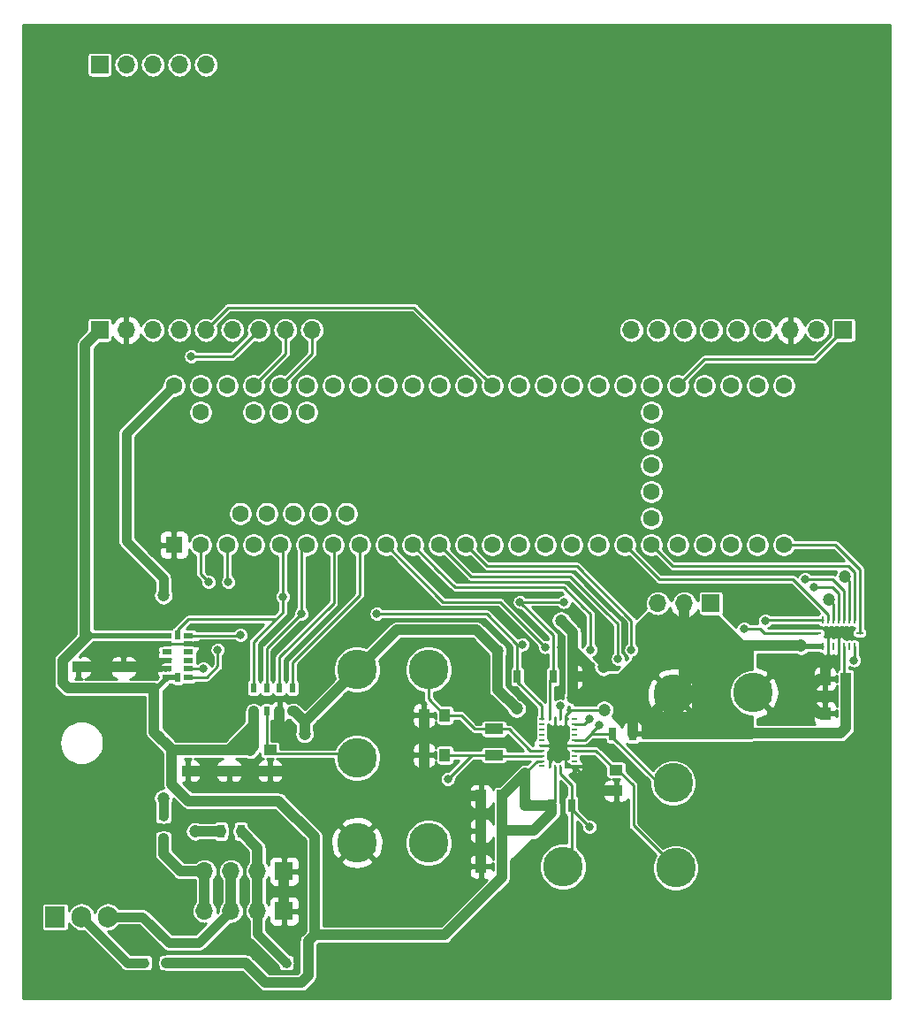
<source format=gtl>
%TF.GenerationSoftware,KiCad,Pcbnew,(5.1.4)-1*%
%TF.CreationDate,2021-01-28T23:04:49+05:30*%
%TF.ProjectId,rev1,72657631-2e6b-4696-9361-645f70636258,rev?*%
%TF.SameCoordinates,Original*%
%TF.FileFunction,Copper,L1,Top*%
%TF.FilePolarity,Positive*%
%FSLAX46Y46*%
G04 Gerber Fmt 4.6, Leading zero omitted, Abs format (unit mm)*
G04 Created by KiCad (PCBNEW (5.1.4)-1) date 2021-01-28 23:04:49*
%MOMM*%
%LPD*%
G04 APERTURE LIST*
%TA.AperFunction,SMDPad,CuDef*%
%ADD10R,1.000000X1.250000*%
%TD*%
%TA.AperFunction,SMDPad,CuDef*%
%ADD11R,1.250000X1.000000*%
%TD*%
%TA.AperFunction,SMDPad,CuDef*%
%ADD12R,0.700000X1.300000*%
%TD*%
%TA.AperFunction,SMDPad,CuDef*%
%ADD13R,0.550000X0.950000*%
%TD*%
%TA.AperFunction,ComponentPad*%
%ADD14C,1.600000*%
%TD*%
%TA.AperFunction,ComponentPad*%
%ADD15R,1.600000X1.600000*%
%TD*%
%TA.AperFunction,SMDPad,CuDef*%
%ADD16R,1.800000X1.000000*%
%TD*%
%TA.AperFunction,SMDPad,CuDef*%
%ADD17R,0.250000X0.375000*%
%TD*%
%TA.AperFunction,SMDPad,CuDef*%
%ADD18R,0.475000X0.250000*%
%TD*%
%TA.AperFunction,ComponentPad*%
%ADD19C,3.790000*%
%TD*%
%TA.AperFunction,SMDPad,CuDef*%
%ADD20R,0.250000X0.700000*%
%TD*%
%TA.AperFunction,SMDPad,CuDef*%
%ADD21R,0.700000X0.250000*%
%TD*%
%TA.AperFunction,SMDPad,CuDef*%
%ADD22R,0.920000X0.610000*%
%TD*%
%TA.AperFunction,SMDPad,CuDef*%
%ADD23R,0.610000X0.920000*%
%TD*%
%TA.AperFunction,ComponentPad*%
%ADD24O,1.700000X1.700000*%
%TD*%
%TA.AperFunction,ComponentPad*%
%ADD25R,1.700000X1.700000*%
%TD*%
%TA.AperFunction,SMDPad,CuDef*%
%ADD26R,0.900000X0.800000*%
%TD*%
%TA.AperFunction,SMDPad,CuDef*%
%ADD27R,0.800000X0.900000*%
%TD*%
%TA.AperFunction,ComponentPad*%
%ADD28R,1.905000X2.000000*%
%TD*%
%TA.AperFunction,ComponentPad*%
%ADD29O,1.905000X2.000000*%
%TD*%
%TA.AperFunction,ViaPad*%
%ADD30C,1.200000*%
%TD*%
%TA.AperFunction,ViaPad*%
%ADD31C,0.800000*%
%TD*%
%TA.AperFunction,Conductor*%
%ADD32C,1.000000*%
%TD*%
%TA.AperFunction,Conductor*%
%ADD33C,0.250000*%
%TD*%
%TA.AperFunction,Conductor*%
%ADD34C,0.550000*%
%TD*%
%TA.AperFunction,Conductor*%
%ADD35C,0.900000*%
%TD*%
%TA.AperFunction,Conductor*%
%ADD36C,0.240000*%
%TD*%
G04 APERTURE END LIST*
D10*
%TO.P,C1,2*%
%TO.N,GND*%
X144859500Y-133413500D03*
%TO.P,C1,1*%
%TO.N,3.3VBMS*%
X146859500Y-133413500D03*
%TD*%
%TO.P,C2,2*%
%TO.N,3.3VBMS*%
X146859500Y-126682500D03*
%TO.P,C2,1*%
%TO.N,GND*%
X144859500Y-126682500D03*
%TD*%
%TO.P,C3,1*%
%TO.N,GND*%
X144859500Y-129984500D03*
%TO.P,C3,2*%
%TO.N,3.3VBMS*%
X146859500Y-129984500D03*
%TD*%
D11*
%TO.P,C4,1*%
%TO.N,Net-(C4-Pad1)*%
X157797500Y-124158500D03*
%TO.P,C4,2*%
%TO.N,GND*%
X157797500Y-126158500D03*
%TD*%
D10*
%TO.P,C5,1*%
%TO.N,OptionalOSCinput*%
X141398500Y-122745500D03*
%TO.P,C5,2*%
%TO.N,GND*%
X139398500Y-122745500D03*
%TD*%
%TO.P,C6,2*%
%TO.N,GND*%
X139398500Y-118935500D03*
%TO.P,C6,1*%
%TO.N,OptionalOSCoutput*%
X141398500Y-118935500D03*
%TD*%
D11*
%TO.P,C7,2*%
%TO.N,GND*%
X120713500Y-124253500D03*
%TO.P,C7,1*%
%TO.N,3.3VBMS*%
X120713500Y-122253500D03*
%TD*%
%TO.P,C8,1*%
%TO.N,3.3VBMS*%
X116776500Y-122253500D03*
%TO.P,C8,2*%
%TO.N,GND*%
X116776500Y-124253500D03*
%TD*%
%TO.P,C9,1*%
%TO.N,Net-(C9-Pad1)*%
X124650500Y-122253500D03*
%TO.P,C9,2*%
%TO.N,GND*%
X124650500Y-124253500D03*
%TD*%
D12*
%TO.P,R1,1*%
%TO.N,3.3VBMS*%
X159382500Y-120713500D03*
%TO.P,R1,2*%
%TO.N,nRESET*%
X157482500Y-120713500D03*
%TD*%
%TO.P,R2,2*%
%TO.N,nBOOT_LOAD_PIN*%
X153540500Y-127571500D03*
%TO.P,R2,1*%
%TO.N,3.3VBMS*%
X151640500Y-127571500D03*
%TD*%
%TO.P,R3,1*%
%TO.N,3.3VBMS*%
X146433500Y-115252500D03*
%TO.P,R3,2*%
%TO.N,SDA_TEENSY*%
X148333500Y-115252500D03*
%TD*%
%TO.P,R4,2*%
%TO.N,SCL_TEENSY*%
X151767500Y-115252500D03*
%TO.P,R4,1*%
%TO.N,3.3VBMS*%
X153667500Y-115252500D03*
%TD*%
D13*
%TO.P,U2,1*%
%TO.N,3.3VBMS*%
X123054900Y-118561900D03*
%TO.P,U2,2*%
%TO.N,Net-(C9-Pad1)*%
X124304900Y-118561900D03*
%TO.P,U2,3*%
%TO.N,GND*%
X125554900Y-118561900D03*
%TO.P,U2,4*%
%TO.N,3.3VBMS*%
X126804900Y-118561900D03*
%TO.P,U2,5*%
%TO.N,INT2_MPL3115A2*%
X126804900Y-116311900D03*
%TO.P,U2,6*%
%TO.N,INT1_MPL3115A2*%
X125554900Y-116311900D03*
%TO.P,U2,7*%
%TO.N,SDA_TEENSY*%
X124304900Y-116311900D03*
%TO.P,U2,8*%
%TO.N,SCL_TEENSY*%
X123054900Y-116311900D03*
%TD*%
D14*
%TO.P,U3,17*%
%TO.N,Net-(U3-Pad17)*%
X156083000Y-102616000D03*
%TO.P,U3,18*%
%TO.N,A0_GYRO_BMI088*%
X158623000Y-102616000D03*
%TO.P,U3,19*%
%TO.N,A0_ACCEL_BMI088*%
X161163000Y-102616000D03*
%TO.P,U3,20*%
%TO.N,Net-(U3-Pad20)*%
X163703000Y-102616000D03*
%TO.P,U3,16*%
%TO.N,Net-(U3-Pad16)*%
X153543000Y-102616000D03*
%TO.P,U3,15*%
%TO.N,3.3V_TEENSY*%
X151003000Y-102616000D03*
%TO.P,U3,14*%
%TO.N,MISO_RFM9X*%
X148463000Y-102616000D03*
%TO.P,U3,21*%
%TO.N,INT2_ACCEL_BMI088*%
X166243000Y-102616000D03*
%TO.P,U3,22*%
%TO.N,INT3_GYRO_BMI088*%
X168783000Y-102616000D03*
%TO.P,U3,23*%
%TO.N,INT4_GYRO_BMI088*%
X171323000Y-102616000D03*
%TO.P,U3,24*%
%TO.N,INT1_ACCEL_BMI088*%
X173863000Y-102616000D03*
%TO.P,U3,25*%
%TO.N,Net-(U3-Pad25)*%
X161163000Y-100076000D03*
%TO.P,U3,26*%
%TO.N,Net-(U3-Pad26)*%
X161163000Y-97536000D03*
%TO.P,U3,27*%
%TO.N,Net-(U3-Pad27)*%
X161163000Y-94996000D03*
%TO.P,U3,28*%
%TO.N,Net-(U3-Pad28)*%
X161163000Y-92456000D03*
%TO.P,U3,29*%
%TO.N,Net-(U3-Pad29)*%
X161163000Y-89916000D03*
%TO.P,U3,30*%
%TO.N,RX*%
X173863000Y-87376000D03*
%TO.P,U3,31*%
%TO.N,TX*%
X171323000Y-87376000D03*
%TO.P,U3,32*%
%TO.N,FIX*%
X168783000Y-87376000D03*
%TO.P,U3,33*%
%TO.N,ENABLE_GPS*%
X166243000Y-87376000D03*
%TO.P,U3,34*%
%TO.N,PPS*%
X163703000Y-87376000D03*
%TO.P,U3,35*%
%TO.N,Net-(U3-Pad35)*%
X161163000Y-87376000D03*
%TO.P,U3,36*%
%TO.N,Net-(U3-Pad36)*%
X158623000Y-87376000D03*
%TO.P,U3,37*%
%TO.N,Net-(U3-Pad37)*%
X156083000Y-87376000D03*
%TO.P,U3,13*%
%TO.N,MOSI_RFM9X*%
X145923000Y-102616000D03*
%TO.P,U3,12*%
%TO.N,nBOOT_LOAD_PIN*%
X143383000Y-102616000D03*
%TO.P,U3,11*%
%TO.N,nRESET*%
X140843000Y-102616000D03*
%TO.P,U3,10*%
%TO.N,INT_BNO055*%
X138303000Y-102616000D03*
%TO.P,U3,9*%
%TO.N,COM3*%
X135763000Y-102616000D03*
%TO.P,U3,8*%
%TO.N,INT2_MPL3115A2*%
X133223000Y-102616000D03*
%TO.P,U3,7*%
%TO.N,INT1_MPL3115A2*%
X130683000Y-102616000D03*
%TO.P,U3,6*%
%TO.N,SDA_TEENSY*%
X128143000Y-102616000D03*
%TO.P,U3,5*%
%TO.N,SCL_TEENSY*%
X125603000Y-102616000D03*
%TO.P,U3,4*%
%TO.N,G0_RFM9X*%
X123063000Y-102616000D03*
%TO.P,U3,3*%
%TO.N,INT2_ADXL345*%
X120523000Y-102616000D03*
%TO.P,U3,2*%
%TO.N,INT1_ADXL345*%
X117983000Y-102616000D03*
D15*
%TO.P,U3,1*%
%TO.N,GND*%
X115443000Y-102616000D03*
D14*
%TO.P,U3,38*%
%TO.N,Net-(U3-Pad38)*%
X153543000Y-87376000D03*
%TO.P,U3,39*%
%TO.N,Net-(U3-Pad39)*%
X151003000Y-87376000D03*
%TO.P,U3,40*%
%TO.N,Net-(U3-Pad40)*%
X148463000Y-87376000D03*
%TO.P,U3,41*%
%TO.N,SCK_RFM9X*%
X145923000Y-87376000D03*
%TO.P,U3,42*%
%TO.N,Net-(U3-Pad42)*%
X143383000Y-87376000D03*
%TO.P,U3,43*%
%TO.N,Net-(U3-Pad43)*%
X140843000Y-87376000D03*
%TO.P,U3,44*%
%TO.N,Net-(U3-Pad44)*%
X138303000Y-87376000D03*
%TO.P,U3,45*%
%TO.N,Net-(U3-Pad45)*%
X135763000Y-87376000D03*
%TO.P,U3,46*%
%TO.N,Net-(U3-Pad46)*%
X133223000Y-87376000D03*
%TO.P,U3,47*%
%TO.N,Net-(U3-Pad47)*%
X130683000Y-87376000D03*
%TO.P,U3,48*%
%TO.N,Net-(U3-Pad48)*%
X128143000Y-87376000D03*
%TO.P,U3,49*%
%TO.N,RST_RFM9X*%
X125603000Y-87376000D03*
%TO.P,U3,50*%
%TO.N,CS_RFM9X*%
X123063000Y-87376000D03*
%TO.P,U3,51*%
%TO.N,Net-(U3-Pad51)*%
X120523000Y-87376000D03*
%TO.P,U3,52*%
%TO.N,Net-(U3-Pad52)*%
X117983000Y-87376000D03*
%TO.P,U3,53*%
%TO.N,BMS_to_Teensy*%
X115443000Y-87376000D03*
%TO.P,U3,54*%
%TO.N,Net-(U3-Pad54)*%
X117983000Y-89916000D03*
%TO.P,U3,55*%
%TO.N,Net-(U3-Pad55)*%
X123063000Y-89916000D03*
%TO.P,U3,56*%
%TO.N,Net-(U3-Pad56)*%
X125603000Y-89916000D03*
%TO.P,U3,57*%
%TO.N,Net-(U3-Pad57)*%
X128143000Y-89916000D03*
%TO.P,U3,58*%
%TO.N,N/C*%
X121793000Y-99616000D03*
%TO.P,U3,59*%
X124333000Y-99616000D03*
%TO.P,U3,60*%
X126873000Y-99616000D03*
%TO.P,U3,61*%
X129413000Y-99616000D03*
%TO.P,U3,62*%
X131953000Y-99616000D03*
%TD*%
D16*
%TO.P,Y1,1*%
%TO.N,OptionalOSCinput*%
X146113500Y-122745500D03*
%TO.P,Y1,2*%
%TO.N,OptionalOSCoutput*%
X146113500Y-120245500D03*
%TD*%
D17*
%TO.P,U1,19*%
%TO.N,SCL_TEENSY*%
X151479900Y-119248400D03*
D18*
%TO.P,U1,20*%
%TO.N,SDA_TEENSY*%
X150667400Y-119310900D03*
%TO.P,U1,21*%
%TO.N,Net-(U1-Pad21)*%
X150667400Y-119810900D03*
%TO.P,U1,22*%
%TO.N,Net-(U1-Pad22)*%
X150667400Y-120310900D03*
%TO.P,U1,23*%
%TO.N,Net-(U1-Pad23)*%
X150667400Y-120810900D03*
%TO.P,U1,24*%
%TO.N,Net-(U1-Pad24)*%
X150667400Y-121310900D03*
%TO.P,U1,25*%
%TO.N,GND*%
X150667400Y-121810900D03*
%TO.P,U1,26*%
%TO.N,OptionalOSCoutput*%
X150667400Y-122310900D03*
%TO.P,U1,27*%
%TO.N,OptionalOSCinput*%
X150667400Y-122810900D03*
%TO.P,U1,28*%
%TO.N,3.3VBMS*%
X150667400Y-123310900D03*
%TO.P,U1,1*%
%TO.N,Net-(U1-Pad1)*%
X150667400Y-123810900D03*
D17*
%TO.P,U1,18*%
%TO.N,GND*%
X151979900Y-119248400D03*
%TO.P,U1,17*%
%TO.N,COM3*%
X152479900Y-119248400D03*
%TO.P,U1,16*%
%TO.N,GND*%
X152979900Y-119248400D03*
%TO.P,U1,2*%
X151479900Y-123873400D03*
%TO.P,U1,3*%
%TO.N,3.3VBMS*%
X151979900Y-123873400D03*
%TO.P,U1,4*%
%TO.N,nBOOT_LOAD_PIN*%
X152479900Y-123873400D03*
D18*
%TO.P,U1,15*%
%TO.N,N/C*%
X153792400Y-119310900D03*
%TO.P,U1,14*%
%TO.N,INT_BNO055*%
X153792400Y-119810900D03*
%TO.P,U1,13*%
%TO.N,Net-(U1-Pad13)*%
X153792400Y-120310900D03*
%TO.P,U1,12*%
%TO.N,Net-(U1-Pad12)*%
X153792400Y-120810900D03*
%TO.P,U1,11*%
%TO.N,nRESET*%
X153792400Y-121310900D03*
%TO.P,U1,10*%
%TO.N,GND*%
X153792400Y-121810900D03*
%TO.P,U1,9*%
%TO.N,Net-(C4-Pad1)*%
X153792400Y-122310900D03*
%TO.P,U1,8*%
%TO.N,Net-(U1-Pad8)*%
X153792400Y-122810900D03*
%TO.P,U1,7*%
%TO.N,Net-(U1-Pad7)*%
X153792400Y-123310900D03*
%TO.P,U1,6*%
%TO.N,GND*%
X153792400Y-123810900D03*
D17*
%TO.P,U1,5*%
X152979900Y-123873400D03*
%TD*%
D19*
%TO.P,BOOT1,1*%
%TO.N,nBOOT_LOAD_PIN*%
X152717500Y-133413500D03*
%TD*%
%TO.P,CAP1,1*%
%TO.N,Net-(C4-Pad1)*%
X163512500Y-133540500D03*
%TD*%
%TO.P,CAP2,1*%
%TO.N,Net-(C9-Pad1)*%
X132969000Y-122999500D03*
%TD*%
%TO.P,GND1,1*%
%TO.N,GND*%
X170878500Y-116776500D03*
%TD*%
%TO.P,GND2,1*%
%TO.N,GND*%
X132969000Y-131127500D03*
%TD*%
%TO.P,nReset1,1*%
%TO.N,nRESET*%
X163258500Y-125412500D03*
%TD*%
%TO.P,OSCin1,1*%
%TO.N,OptionalOSCinput*%
X139827000Y-131127500D03*
%TD*%
%TO.P,OSCout1,1*%
%TO.N,OptionalOSCoutput*%
X139827000Y-114554000D03*
%TD*%
%TO.P,VDD1,1*%
%TO.N,3.3VBMS*%
X163258500Y-116903500D03*
%TD*%
%TO.P,VDD2,1*%
%TO.N,3.3VBMS*%
X132969000Y-114554000D03*
%TD*%
D11*
%TO.P,C10,1*%
%TO.N,3.3VBMS*%
X106299000Y-116316000D03*
%TO.P,C10,2*%
%TO.N,GND*%
X106299000Y-114316000D03*
%TD*%
%TO.P,C11,2*%
%TO.N,GND*%
X110617000Y-114316000D03*
%TO.P,C11,1*%
%TO.N,3.3VBMS*%
X110617000Y-116316000D03*
%TD*%
D20*
%TO.P,U4,1*%
%TO.N,INT2_ACCEL_BMI088*%
X180633500Y-112321500D03*
%TO.P,U4,2*%
%TO.N,N/C*%
X180133500Y-112321500D03*
%TO.P,U4,3*%
%TO.N,3.3VBMS*%
X179633500Y-112321500D03*
%TO.P,U4,4*%
%TO.N,GND*%
X179133500Y-112321500D03*
%TO.P,U4,5*%
%TO.N,Net-(U4-Pad5)*%
X178633500Y-112321500D03*
%TO.P,U4,6*%
%TO.N,GND*%
X178133500Y-112321500D03*
%TO.P,U4,7*%
%TO.N,3.3VBMS*%
X177633500Y-112321500D03*
%TO.P,U4,15*%
%TO.N,A0_ACCEL_BMI088*%
X180633500Y-109801500D03*
%TO.P,U4,14*%
%TO.N,3.3VBMS*%
X180133500Y-109801500D03*
%TO.P,U4,13*%
%TO.N,INT4_GYRO_BMI088*%
X179633500Y-109801500D03*
%TO.P,U4,12*%
%TO.N,INT3_GYRO_BMI088*%
X179133500Y-109801500D03*
%TO.P,U4,11*%
%TO.N,3.3VBMS*%
X178633500Y-109801500D03*
%TO.P,U4,10*%
%TO.N,A0_GYRO_BMI088*%
X178133500Y-109801500D03*
%TO.P,U4,9*%
%TO.N,SDA_TEENSY*%
X177633500Y-109801500D03*
D21*
%TO.P,U4,8*%
%TO.N,SCL_TEENSY*%
X177118500Y-111061500D03*
%TO.P,U4,16*%
%TO.N,INT1_ACCEL_BMI088*%
X181148500Y-111061500D03*
%TD*%
D22*
%TO.P,U5,1*%
%TO.N,3.3VBMS*%
X114814000Y-111284000D03*
%TO.P,U5,2*%
%TO.N,GND*%
X114814000Y-112084000D03*
%TO.P,U5,3*%
%TO.N,Net-(U5-Pad11)*%
X114814000Y-112884000D03*
%TO.P,U5,4*%
%TO.N,GND*%
X114814000Y-113684000D03*
%TO.P,U5,5*%
X114814000Y-114484000D03*
%TO.P,U5,6*%
%TO.N,3.3VBMS*%
X114814000Y-115284000D03*
D23*
%TO.P,U5,7*%
X115824000Y-115294000D03*
D22*
%TO.P,U5,8*%
%TO.N,INT1_ADXL345*%
X116834000Y-115284000D03*
%TO.P,U5,9*%
%TO.N,INT2_ADXL345*%
X116834000Y-114484000D03*
%TO.P,U5,10*%
%TO.N,Net-(U5-Pad10)*%
X116834000Y-113684000D03*
%TO.P,U5,11*%
%TO.N,Net-(U5-Pad11)*%
X116834000Y-112884000D03*
%TO.P,U5,12*%
%TO.N,GND*%
X116834000Y-112084000D03*
%TO.P,U5,13*%
%TO.N,SDA_TEENSY*%
X116834000Y-111284000D03*
D23*
%TO.P,U5,14*%
%TO.N,SCL_TEENSY*%
X115824000Y-111274000D03*
%TD*%
D24*
%TO.P,J2,5*%
%TO.N,SCK_RFM9X*%
X118491000Y-82042000D03*
%TO.P,J2,6*%
%TO.N,G0_RFM9X*%
X115951000Y-82042000D03*
%TO.P,J2,7*%
%TO.N,Net-(J2-Pad7)*%
X113411000Y-82042000D03*
%TO.P,J2,8*%
%TO.N,GND*%
X110871000Y-82042000D03*
D25*
%TO.P,J2,9*%
%TO.N,3.3VBMS*%
X108331000Y-82042000D03*
D24*
%TO.P,J2,4*%
%TO.N,MISO_RFM9X*%
X121031000Y-82042000D03*
%TO.P,J2,3*%
%TO.N,MOSI_RFM9X*%
X123571000Y-82042000D03*
%TO.P,J2,2*%
%TO.N,CS_RFM9X*%
X126111000Y-82042000D03*
%TO.P,J2,1*%
%TO.N,RST_RFM9X*%
X128651000Y-82042000D03*
D25*
%TO.P,J2,10*%
%TO.N,Net-(J2-Pad10)*%
X108331000Y-56642000D03*
D24*
%TO.P,J2,11*%
%TO.N,Net-(J2-Pad11)*%
X110871000Y-56642000D03*
%TO.P,J2,12*%
%TO.N,Net-(J2-Pad12)*%
X113411000Y-56642000D03*
%TO.P,J2,13*%
%TO.N,Net-(J2-Pad13)*%
X115951000Y-56642000D03*
%TO.P,J2,14*%
%TO.N,Net-(J2-Pad14)*%
X118491000Y-56642000D03*
%TD*%
%TO.P,J1,9*%
%TO.N,Net-(J1-Pad9)*%
X159258000Y-82042000D03*
%TO.P,J1,8*%
%TO.N,ENABLE_GPS*%
X161798000Y-82042000D03*
%TO.P,J1,7*%
%TO.N,Net-(J1-Pad7)*%
X164338000Y-82042000D03*
%TO.P,J1,6*%
%TO.N,FIX*%
X166878000Y-82042000D03*
%TO.P,J1,5*%
%TO.N,TX*%
X169418000Y-82042000D03*
%TO.P,J1,4*%
%TO.N,RX*%
X171958000Y-82042000D03*
%TO.P,J1,3*%
%TO.N,GND*%
X174498000Y-82042000D03*
%TO.P,J1,2*%
%TO.N,3.3VBMS*%
X177038000Y-82042000D03*
D25*
%TO.P,J1,1*%
%TO.N,PPS*%
X179578000Y-82042000D03*
%TD*%
D26*
%TO.P,D1,1*%
%TO.N,BMS_to_Teensy*%
X114427000Y-128617000D03*
%TO.P,D1,2*%
%TO.N,Net-(BMS_CONN1-Pad4)*%
X114427000Y-130717000D03*
%TD*%
D25*
%TO.P,J3,1*%
%TO.N,Net-(J3-Pad1)*%
X166878000Y-108204000D03*
D24*
%TO.P,J3,2*%
%TO.N,3.3VBMS*%
X164338000Y-108204000D03*
%TO.P,J3,3*%
%TO.N,3.3V_TEENSY*%
X161798000Y-108204000D03*
%TD*%
D25*
%TO.P,BMS_CONN1,1*%
%TO.N,GND*%
X125984000Y-137668000D03*
D24*
%TO.P,BMS_CONN1,2*%
%TO.N,BMS_to_sensors*%
X123444000Y-137668000D03*
%TO.P,BMS_CONN1,3*%
%TO.N,BMS_to_sensors_backup*%
X120904000Y-137668000D03*
%TO.P,BMS_CONN1,4*%
%TO.N,Net-(BMS_CONN1-Pad4)*%
X118364000Y-137668000D03*
%TD*%
D27*
%TO.P,D2,1*%
%TO.N,3.3VBMS*%
X128304000Y-142621000D03*
%TO.P,D2,2*%
%TO.N,BMS_to_sensors*%
X126204000Y-142621000D03*
%TD*%
%TO.P,D3,2*%
%TO.N,Net-(D3-Pad2)*%
X112615000Y-142621000D03*
%TO.P,D3,1*%
%TO.N,3.3VBMS*%
X114715000Y-142621000D03*
%TD*%
D28*
%TO.P,Q1,1*%
%TO.N,Net-(Q1-Pad1)*%
X104048002Y-138226001D03*
D29*
%TO.P,Q1,2*%
%TO.N,Net-(D3-Pad2)*%
X106588002Y-138226001D03*
%TO.P,Q1,3*%
%TO.N,BMS_to_sensors_backup*%
X109128002Y-138226001D03*
%TD*%
D12*
%TO.P,R5,1*%
%TO.N,Net-(Q1-Pad1)*%
X119954000Y-130048000D03*
%TO.P,R5,2*%
%TO.N,BMS_to_sensors*%
X121854000Y-130048000D03*
%TD*%
D25*
%TO.P,BMS_CONN2,1*%
%TO.N,GND*%
X125984000Y-133858000D03*
D24*
%TO.P,BMS_CONN2,2*%
%TO.N,BMS_to_sensors*%
X123444000Y-133858000D03*
%TO.P,BMS_CONN2,3*%
%TO.N,BMS_to_sensors_backup*%
X120904000Y-133858000D03*
%TO.P,BMS_CONN2,4*%
%TO.N,Net-(BMS_CONN1-Pad4)*%
X118364000Y-133858000D03*
%TD*%
D10*
%TO.P,C12,1*%
%TO.N,3.3VBMS*%
X179816000Y-115443000D03*
%TO.P,C12,2*%
%TO.N,GND*%
X177816000Y-115443000D03*
%TD*%
%TO.P,C13,2*%
%TO.N,GND*%
X177816000Y-118745000D03*
%TO.P,C13,1*%
%TO.N,3.3VBMS*%
X179816000Y-118745000D03*
%TD*%
D30*
%TO.N,GND*%
X156591000Y-114300000D03*
X156654500Y-118427500D03*
D31*
X156337000Y-109982000D03*
X154432000Y-109982000D03*
X152527000Y-112395000D03*
D30*
X157543500Y-122491500D03*
X125539500Y-120205500D03*
X126936500Y-124269500D03*
X156146500Y-128079500D03*
X149987000Y-114808000D03*
X144018000Y-117221000D03*
X105283000Y-109347000D03*
X108458000Y-109347000D03*
X108458000Y-112903000D03*
X127254000Y-130937000D03*
X123888500Y-129730500D03*
X124968000Y-128651000D03*
X126111000Y-129794000D03*
X125031500Y-130873500D03*
X129540000Y-128905000D03*
X128270000Y-127635000D03*
X127127000Y-126492000D03*
X175641000Y-117094000D03*
D31*
%TO.N,OptionalOSCinput*%
X141668500Y-125031500D03*
%TO.N,nRESET*%
X157988000Y-113538000D03*
X156197300Y-119900700D03*
%TO.N,nBOOT_LOAD_PIN*%
X159258000Y-112649000D03*
X155257500Y-129603500D03*
%TO.N,SDA_TEENSY*%
X127635000Y-109220000D03*
X134874000Y-109220000D03*
X121793000Y-111252000D03*
X172085000Y-109855000D03*
X148844000Y-112141000D03*
%TO.N,SCL_TEENSY*%
X125857000Y-107569000D03*
X152781000Y-108077000D03*
X170053000Y-110617000D03*
X148590000Y-108077000D03*
%TO.N,COM3*%
X151003000Y-112395000D03*
X152463500Y-118046500D03*
%TO.N,INT_BNO055*%
X155257500Y-119316500D03*
X155321000Y-112649000D03*
%TO.N,INT4_GYRO_BMI088*%
X175895000Y-105918000D03*
%TO.N,INT3_GYRO_BMI088*%
X176784000Y-106680000D03*
%TO.N,INT2_ACCEL_BMI088*%
X180594000Y-113665000D03*
%TO.N,INT2_ADXL345*%
X120650000Y-106172000D03*
X118237000Y-114427000D03*
%TO.N,INT1_ADXL345*%
X118745000Y-106172000D03*
X119634000Y-112649000D03*
%TO.N,MOSI_RFM9X*%
X117094000Y-84582000D03*
D30*
%TO.N,3.3VBMS*%
X148272500Y-118300500D03*
X149161500Y-127317500D03*
X153657300Y-117233700D03*
X122745500Y-122237500D03*
X127952500Y-120713500D03*
X146433500Y-112778500D03*
X152527000Y-109855000D03*
X178181000Y-107823000D03*
X179705000Y-105664000D03*
X175514000Y-112268000D03*
%TO.N,BMS_to_Teensy*%
X114427000Y-107442000D03*
X114427000Y-126873000D03*
%TO.N,Net-(Q1-Pad1)*%
X117475000Y-130048000D03*
%TD*%
D32*
%TO.N,GND*%
X139398500Y-118935500D02*
X139398500Y-122745500D01*
X144859500Y-126682500D02*
X144859500Y-129984500D01*
X144859500Y-129984500D02*
X144859500Y-133413500D01*
X139398500Y-122745500D02*
X139398500Y-125047500D01*
X141033500Y-126682500D02*
X144859500Y-126682500D01*
X139398500Y-125047500D02*
X141033500Y-126682500D01*
X157797500Y-126158500D02*
X156130500Y-126158500D01*
D33*
X153792400Y-123820400D02*
X153792400Y-123810900D01*
X152979900Y-123873400D02*
X153729900Y-123873400D01*
X153729900Y-123873400D02*
X153792400Y-123810900D01*
X153792400Y-121810900D02*
X156354900Y-121810900D01*
X156591000Y-114300000D02*
X156591000Y-113411000D01*
X155003500Y-118427500D02*
X156654500Y-118427500D01*
X152979900Y-118927100D02*
X153479500Y-118427500D01*
X153479500Y-118427500D02*
X155003500Y-118427500D01*
X152979900Y-118927100D02*
X152979900Y-119248400D01*
X153289000Y-108839000D02*
X154432000Y-109982000D01*
X151892000Y-108839000D02*
X153289000Y-108839000D01*
X151257000Y-109474000D02*
X151892000Y-108839000D01*
X151257000Y-109728000D02*
X151257000Y-109474000D01*
X156591000Y-110236000D02*
X156337000Y-109982000D01*
X156591000Y-110236000D02*
X156591000Y-113411000D01*
X156354900Y-121810900D02*
X156908500Y-122364500D01*
X156908500Y-122364500D02*
X157416500Y-122364500D01*
X157416500Y-122364500D02*
X157543500Y-122491500D01*
X152527000Y-112395000D02*
X152527000Y-111252000D01*
X152527000Y-111252000D02*
X151257000Y-109982000D01*
X151257000Y-109982000D02*
X151257000Y-109728000D01*
X151979900Y-119248400D02*
X151979900Y-120181100D01*
X151979900Y-120181100D02*
X151955500Y-120205500D01*
X152979900Y-119248400D02*
X152979900Y-120197100D01*
X152979900Y-120197100D02*
X152971500Y-120205500D01*
X153792400Y-121810900D02*
X153017100Y-121810900D01*
X153017100Y-121810900D02*
X152971500Y-121856500D01*
X152979900Y-123873400D02*
X152979900Y-123388900D01*
X152979900Y-123388900D02*
X152979900Y-123134900D01*
X152979900Y-123134900D02*
X152971500Y-123126500D01*
X153792400Y-123810900D02*
X153401900Y-123810900D01*
X153401900Y-123810900D02*
X153225500Y-123634500D01*
X153225500Y-123634500D02*
X152979900Y-123388900D01*
X151479900Y-123873400D02*
X151479900Y-123348100D01*
X151479900Y-123348100D02*
X151574500Y-123253500D01*
X150667400Y-121810900D02*
X151401900Y-121810900D01*
X151401900Y-121810900D02*
X151447500Y-121856500D01*
D32*
X124650500Y-124253500D02*
X120713500Y-124253500D01*
X120713500Y-124253500D02*
X116776500Y-124253500D01*
X125554900Y-118561900D02*
X125554900Y-120190100D01*
X125554900Y-120190100D02*
X125539500Y-120205500D01*
X124650500Y-124253500D02*
X126920500Y-124253500D01*
X126920500Y-124253500D02*
X126936500Y-124269500D01*
X156130500Y-126158500D02*
X156130500Y-128063500D01*
X156130500Y-128063500D02*
X156146500Y-128079500D01*
X106299000Y-114316000D02*
X108458000Y-114316000D01*
X108458000Y-114316000D02*
X110617000Y-114316000D01*
X110617000Y-114316000D02*
X113776000Y-114316000D01*
X113776000Y-114316000D02*
X113792000Y-114300000D01*
D33*
X178133500Y-112321500D02*
X178133500Y-114093500D01*
X178133500Y-114093500D02*
X178181000Y-114046000D01*
X179133500Y-112321500D02*
X179133500Y-113093500D01*
X179133500Y-113093500D02*
X178054000Y-114173000D01*
D32*
X108458000Y-114316000D02*
X108458000Y-112903000D01*
D34*
X114814000Y-112084000D02*
X114103000Y-112084000D01*
X113776000Y-112411000D02*
X113776000Y-114316000D01*
X114103000Y-112084000D02*
X113776000Y-112411000D01*
X114814000Y-113684000D02*
X114408000Y-113684000D01*
X114408000Y-113684000D02*
X113776000Y-114316000D01*
X114814000Y-114484000D02*
X113944000Y-114484000D01*
X113944000Y-114484000D02*
X113776000Y-114316000D01*
D33*
X116834000Y-112084000D02*
X114814000Y-112084000D01*
X153792400Y-123810900D02*
X153792400Y-123820400D01*
X153792400Y-123820400D02*
X156130500Y-126158500D01*
X153225500Y-123634500D02*
X153218800Y-123634500D01*
X153218800Y-123634500D02*
X152979900Y-123873400D01*
D32*
X125984000Y-137668000D02*
X125984000Y-133858000D01*
D33*
X125984000Y-133858000D02*
X125984000Y-131826000D01*
X125984000Y-131826000D02*
X125031500Y-130873500D01*
X125031500Y-130873500D02*
X123888500Y-129730500D01*
X124968000Y-128651000D02*
X126111000Y-129794000D01*
X127127000Y-126492000D02*
X128270000Y-127635000D01*
D32*
X177292000Y-118745000D02*
X175641000Y-117094000D01*
X177816000Y-118745000D02*
X177292000Y-118745000D01*
X177292000Y-115443000D02*
X177816000Y-115443000D01*
X177292000Y-115443000D02*
X175641000Y-117094000D01*
X177816000Y-115443000D02*
X177816000Y-114411000D01*
X177816000Y-114411000D02*
X178133500Y-114093500D01*
D33*
%TO.N,Net-(C4-Pad1)*%
X153792400Y-122310900D02*
X155838900Y-122310900D01*
X155838900Y-122310900D02*
X157678500Y-124150500D01*
X157797500Y-124158500D02*
X157940500Y-124158500D01*
X159448500Y-129476500D02*
X163512500Y-133540500D01*
X159448500Y-125666500D02*
X159448500Y-129476500D01*
X157940500Y-124158500D02*
X159448500Y-125666500D01*
%TO.N,OptionalOSCinput*%
X150667400Y-122810900D02*
X146178900Y-122810900D01*
X146178900Y-122810900D02*
X146113500Y-122745500D01*
X146113500Y-122745500D02*
X144208500Y-122745500D01*
X144208500Y-122745500D02*
X141398500Y-122745500D01*
X144208500Y-122745500D02*
X143954500Y-122745500D01*
X143954500Y-122745500D02*
X141668500Y-125031500D01*
%TO.N,OptionalOSCoutput*%
X150667400Y-122310900D02*
X149615900Y-122310900D01*
X147550500Y-120245500D02*
X146113500Y-120245500D01*
X149615900Y-122310900D02*
X147550500Y-120245500D01*
X146113500Y-120245500D02*
X144335500Y-120245500D01*
X144335500Y-120245500D02*
X144248500Y-120245500D01*
X142938500Y-118935500D02*
X141398500Y-118935500D01*
X144248500Y-120245500D02*
X142938500Y-118935500D01*
X141398500Y-118935500D02*
X141398500Y-118792500D01*
X139827000Y-114554000D02*
X139827000Y-117364000D01*
X139827000Y-117364000D02*
X141398500Y-118935500D01*
%TO.N,Net-(C9-Pad1)*%
X124304900Y-118561900D02*
X124304900Y-121907900D01*
X124304900Y-121907900D02*
X124650500Y-122253500D01*
X124650500Y-122618500D02*
X130238500Y-122618500D01*
X132588000Y-122618500D02*
X132969000Y-122999500D01*
X130238500Y-122618500D02*
X132588000Y-122618500D01*
%TO.N,nRESET*%
X157341300Y-120713500D02*
X157482500Y-120713500D01*
X153792400Y-121310900D02*
X154787100Y-121310900D01*
X155384500Y-120713500D02*
X155435300Y-120713500D01*
X155435300Y-120713500D02*
X157482500Y-120713500D01*
X154787100Y-121310900D02*
X155384500Y-120713500D01*
X157482500Y-120713500D02*
X157482500Y-121033500D01*
X161861500Y-125412500D02*
X163258500Y-125412500D01*
X157482500Y-121033500D02*
X161861500Y-125412500D01*
X155435300Y-120713500D02*
X155435300Y-120662700D01*
X157924500Y-113474500D02*
X157924500Y-113347500D01*
X157988000Y-113538000D02*
X157924500Y-113474500D01*
X155435300Y-120662700D02*
X156197300Y-119900700D01*
X157924500Y-110172500D02*
X156845000Y-109093000D01*
X157924500Y-112077500D02*
X157924500Y-110172500D01*
X157924500Y-112077500D02*
X157924500Y-112204500D01*
X157924500Y-113347500D02*
X157924500Y-112204500D01*
X156845000Y-109093000D02*
X156781500Y-109029500D01*
X156845000Y-109093000D02*
X154559000Y-106807000D01*
X143891000Y-105664000D02*
X140843000Y-102616000D01*
X153416000Y-105664000D02*
X143891000Y-105664000D01*
X154559000Y-106807000D02*
X153416000Y-105664000D01*
%TO.N,nBOOT_LOAD_PIN*%
X152479900Y-123873400D02*
X152479900Y-124539900D01*
X153540500Y-125600500D02*
X153540500Y-127571500D01*
X152479900Y-124539900D02*
X153540500Y-125600500D01*
X153540500Y-127571500D02*
X153540500Y-132590500D01*
X153540500Y-132590500D02*
X152717500Y-133413500D01*
X153540500Y-127571500D02*
X153540500Y-127886500D01*
X159258000Y-112649000D02*
X159258000Y-109855000D01*
X153540500Y-127886500D02*
X155257500Y-129603500D01*
X159258000Y-109855000D02*
X154051000Y-104648000D01*
X145415000Y-104648000D02*
X143383000Y-102616000D01*
X154051000Y-104648000D02*
X145415000Y-104648000D01*
%TO.N,SDA_TEENSY*%
X150667400Y-119310900D02*
X150667400Y-118028400D01*
X148333500Y-115694500D02*
X148333500Y-115252500D01*
X150667400Y-118028400D02*
X148333500Y-115694500D01*
X124304900Y-116311900D02*
X124304900Y-112550100D01*
X124304900Y-112550100D02*
X127635000Y-109220000D01*
X134874000Y-109220000D02*
X145415000Y-109220000D01*
X148333500Y-113540500D02*
X148333500Y-112141000D01*
X148333500Y-112141000D02*
X148333500Y-112138500D01*
X148333500Y-112138500D02*
X145415000Y-109220000D01*
X127635000Y-109220000D02*
X127635000Y-103124000D01*
X127635000Y-103124000D02*
X128143000Y-102616000D01*
X148333500Y-115252500D02*
X148333500Y-113540500D01*
X148336000Y-113538000D02*
X148333500Y-113540500D01*
X121761000Y-111284000D02*
X121793000Y-111252000D01*
X121761000Y-111284000D02*
X116834000Y-111284000D01*
X177633500Y-109801500D02*
X173154500Y-109801500D01*
X172138500Y-109801500D02*
X172085000Y-109855000D01*
X173154500Y-109801500D02*
X172138500Y-109801500D01*
X148844000Y-112141000D02*
X148333500Y-112141000D01*
%TO.N,SCL_TEENSY*%
X151479900Y-119248400D02*
X151479900Y-115540100D01*
X151479900Y-115540100D02*
X151767500Y-115252500D01*
X123054900Y-116311900D02*
X123054900Y-111887000D01*
X125857000Y-109084900D02*
X125222000Y-109719900D01*
X125222000Y-109719900D02*
X123054900Y-111887000D01*
X125857000Y-108585000D02*
X125857000Y-109084900D01*
X125857000Y-108585000D02*
X125857000Y-107569000D01*
X125857000Y-107569000D02*
X125857000Y-106553000D01*
X125857000Y-102870000D02*
X125603000Y-102616000D01*
X125857000Y-106553000D02*
X125857000Y-102870000D01*
X151767500Y-115252500D02*
X151767500Y-111254500D01*
X177118500Y-111061500D02*
X174180500Y-111061500D01*
X152781000Y-108077000D02*
X148590000Y-108077000D01*
X174180500Y-111061500D02*
X172021500Y-111061500D01*
X170053000Y-110617000D02*
X171577000Y-110617000D01*
X171577000Y-110617000D02*
X172021500Y-111061500D01*
X115824000Y-111274000D02*
X115824000Y-110744000D01*
X125222000Y-109728000D02*
X125222000Y-109719900D01*
X125213900Y-109728000D02*
X125222000Y-109728000D01*
X116840000Y-109728000D02*
X125213900Y-109728000D01*
X115824000Y-110744000D02*
X116840000Y-109728000D01*
X151767500Y-111254500D02*
X148590000Y-108077000D01*
%TO.N,INT2_MPL3115A2*%
X126804900Y-116311900D02*
X126804900Y-113860100D01*
X133223000Y-107442000D02*
X133223000Y-104267000D01*
X133223000Y-104267000D02*
X133223000Y-104203500D01*
X126804900Y-113860100D02*
X133223000Y-107442000D01*
X133223000Y-104267000D02*
X133223000Y-102616000D01*
%TO.N,INT1_MPL3115A2*%
X125554900Y-116311900D02*
X125554900Y-113362900D01*
X130746500Y-108171300D02*
X130746500Y-104267000D01*
X130746500Y-104267000D02*
X130746500Y-104203500D01*
X125554900Y-113362900D02*
X130746500Y-108171300D01*
X130746500Y-104267000D02*
X130746500Y-102679500D01*
X130746500Y-102679500D02*
X130683000Y-102616000D01*
%TO.N,COM3*%
X152479900Y-119248400D02*
X152479900Y-118062900D01*
X141224000Y-108077000D02*
X135763000Y-102616000D01*
X146685000Y-108077000D02*
X141224000Y-108077000D01*
X151003000Y-112395000D02*
X146685000Y-108077000D01*
X152479900Y-118062900D02*
X152463500Y-118046500D01*
%TO.N,INT_BNO055*%
X154686000Y-108585000D02*
X155321000Y-109220000D01*
X155321000Y-109220000D02*
X155257500Y-109156500D01*
X154763100Y-119810900D02*
X155257500Y-119316500D01*
X154763100Y-119810900D02*
X154305000Y-119810900D01*
X155321000Y-112649000D02*
X155321000Y-109220000D01*
X140716000Y-105029000D02*
X138303000Y-102616000D01*
X140716000Y-105029000D02*
X142367000Y-106680000D01*
X151638000Y-106680000D02*
X142367000Y-106680000D01*
X154686000Y-108585000D02*
X154622500Y-108521500D01*
X152781000Y-106680000D02*
X154686000Y-108585000D01*
X152781000Y-106680000D02*
X151638000Y-106680000D01*
X153792400Y-119810900D02*
X154305000Y-119810900D01*
X154305000Y-119810900D02*
X154354900Y-119810900D01*
%TO.N,A0_ACCEL_BMI088*%
X161163000Y-102616000D02*
X163195000Y-104648000D01*
X180633500Y-105195500D02*
X180633500Y-109801500D01*
X180086000Y-104648000D02*
X180633500Y-105195500D01*
X178816000Y-104648000D02*
X180086000Y-104648000D01*
X178816000Y-104648000D02*
X163195000Y-104648000D01*
%TO.N,A0_GYRO_BMI088*%
X178133500Y-109801500D02*
X178133500Y-109299500D01*
X161925000Y-105918000D02*
X158623000Y-102616000D01*
X178133500Y-109299500D02*
X174752000Y-105918000D01*
X174752000Y-105918000D02*
X161925000Y-105918000D01*
%TO.N,INT4_GYRO_BMI088*%
X179633500Y-109801500D02*
X179633500Y-106989500D01*
X179633500Y-106989500D02*
X178562000Y-105918000D01*
X178562000Y-105918000D02*
X175895000Y-105918000D01*
%TO.N,INT3_GYRO_BMI088*%
X179133500Y-109801500D02*
X179133500Y-107251500D01*
X179133500Y-107251500D02*
X178562000Y-106680000D01*
X178562000Y-106680000D02*
X176784000Y-106680000D01*
%TO.N,INT2_ACCEL_BMI088*%
X180633500Y-112321500D02*
X180633500Y-113625500D01*
X180633500Y-113625500D02*
X180594000Y-113665000D01*
%TO.N,INT1_ACCEL_BMI088*%
X181148500Y-111061500D02*
X181148500Y-104948500D01*
X178816000Y-102616000D02*
X173863000Y-102616000D01*
X181148500Y-104948500D02*
X178816000Y-102616000D01*
%TO.N,PPS*%
X179578000Y-82042000D02*
X176784000Y-84836000D01*
X166243000Y-84836000D02*
X163703000Y-87376000D01*
X176784000Y-84836000D02*
X166243000Y-84836000D01*
%TO.N,INT2_ADXL345*%
X116834000Y-114484000D02*
X118180000Y-114484000D01*
X120523000Y-106045000D02*
X120523000Y-102616000D01*
X120650000Y-106172000D02*
X120523000Y-106045000D01*
X118180000Y-114484000D02*
X118237000Y-114427000D01*
%TO.N,INT1_ADXL345*%
X116834000Y-115284000D02*
X118586000Y-115284000D01*
X117983000Y-105410000D02*
X117983000Y-102616000D01*
X118745000Y-106172000D02*
X117983000Y-105410000D01*
X119634000Y-114236000D02*
X119634000Y-112649000D01*
X118586000Y-115284000D02*
X119634000Y-114236000D01*
%TO.N,SCK_RFM9X*%
X118491000Y-82042000D02*
X120650000Y-79883000D01*
X138430000Y-79883000D02*
X145923000Y-87376000D01*
X120650000Y-79883000D02*
X138430000Y-79883000D01*
%TO.N,MOSI_RFM9X*%
X123571000Y-82042000D02*
X121031000Y-84582000D01*
X121031000Y-84582000D02*
X117094000Y-84582000D01*
%TO.N,CS_RFM9X*%
X126111000Y-82042000D02*
X126111000Y-84328000D01*
X126111000Y-84328000D02*
X123063000Y-87376000D01*
%TO.N,RST_RFM9X*%
X128651000Y-82042000D02*
X128651000Y-84328000D01*
X128651000Y-84328000D02*
X125603000Y-87376000D01*
D32*
%TO.N,3.3VBMS*%
X149098000Y-124444000D02*
X149098000Y-124460000D01*
X149098000Y-124460000D02*
X149098000Y-127571500D01*
X151640500Y-127571500D02*
X151640500Y-128267500D01*
X151640500Y-128267500D02*
X149923500Y-129984500D01*
X149923500Y-129984500D02*
X146859500Y-129984500D01*
X146859500Y-126682500D02*
X146859500Y-129984500D01*
X146859500Y-129984500D02*
X146859500Y-133413500D01*
X159382500Y-120713500D02*
X159382500Y-119123500D01*
X155511500Y-115252500D02*
X153667500Y-115252500D01*
X156591000Y-116332000D02*
X155511500Y-115252500D01*
X159382500Y-119123500D02*
X157226000Y-116967000D01*
X157226000Y-116967000D02*
X156591000Y-116332000D01*
X159382500Y-119123500D02*
X161036000Y-119123500D01*
X161036000Y-119123500D02*
X161038500Y-119123500D01*
X161038500Y-119123500D02*
X163258500Y-116903500D01*
X146433500Y-115252500D02*
X146433500Y-116461500D01*
X146433500Y-116461500D02*
X148272500Y-118300500D01*
X149415500Y-127571500D02*
X149098000Y-127571500D01*
X149161500Y-127317500D02*
X149415500Y-127571500D01*
X149098000Y-127571500D02*
X151640500Y-127571500D01*
X153667500Y-115252500D02*
X153667500Y-117348000D01*
X153667500Y-117223500D02*
X153657300Y-117233700D01*
X153667500Y-117348000D02*
X153667500Y-117223500D01*
X123054900Y-118561900D02*
X123054900Y-119912100D01*
X123054900Y-119912100D02*
X120713500Y-122253500D01*
X120713500Y-122253500D02*
X116776500Y-122253500D01*
X122729500Y-122253500D02*
X121793000Y-122253500D01*
X121793000Y-122253500D02*
X120713500Y-122253500D01*
X122745500Y-122237500D02*
X122729500Y-122253500D01*
X123054900Y-119912100D02*
X123054900Y-121039100D01*
X123054900Y-121039100D02*
X123054900Y-121928100D01*
X123054900Y-121928100D02*
X122745500Y-122237500D01*
X126943900Y-118561900D02*
X126804900Y-118561900D01*
X126943900Y-118561900D02*
X127952500Y-119570500D01*
X127952500Y-119570500D02*
X127952500Y-120713500D01*
X127952500Y-119570500D02*
X131254500Y-116268500D01*
X146433500Y-115252500D02*
X146433500Y-115191500D01*
X131254500Y-116268500D02*
X136461500Y-111061500D01*
X146433500Y-112778500D02*
X146433500Y-115252500D01*
X144399000Y-110744000D02*
X146433500Y-112778500D01*
X136779000Y-110744000D02*
X144399000Y-110744000D01*
X136461500Y-111061500D02*
X136779000Y-110744000D01*
X116776500Y-122253500D02*
X115316000Y-122253500D01*
X115316000Y-122253500D02*
X115236500Y-122253500D01*
X128905000Y-130556000D02*
X128905000Y-139954000D01*
X125476000Y-127127000D02*
X128905000Y-130556000D01*
X116840000Y-127127000D02*
X125476000Y-127127000D01*
X115236500Y-125523500D02*
X116840000Y-127127000D01*
X115236500Y-122253500D02*
X115236500Y-125523500D01*
X128304000Y-140555000D02*
X128905000Y-139954000D01*
X128304000Y-140555000D02*
X128304000Y-142621000D01*
X153667500Y-112270500D02*
X153670000Y-112268000D01*
X153670000Y-112268000D02*
X153670000Y-110998000D01*
X153670000Y-110998000D02*
X152527000Y-109855000D01*
X153667500Y-112270500D02*
X153667500Y-115252500D01*
X146859500Y-133413500D02*
X146859500Y-134445500D01*
X141351000Y-139954000D02*
X145923000Y-135382000D01*
X141351000Y-139954000D02*
X128905000Y-139954000D01*
X145923000Y-135382000D02*
X146859500Y-134445500D01*
D33*
X114824000Y-115294000D02*
X114814000Y-115284000D01*
D32*
X106299000Y-116316000D02*
X110617000Y-116316000D01*
X110617000Y-116316000D02*
X110633000Y-116332000D01*
D33*
X114814000Y-115437000D02*
X114814000Y-115284000D01*
D32*
X110633000Y-116332000D02*
X113538000Y-116332000D01*
D33*
X115719000Y-115294000D02*
X115824000Y-115294000D01*
D32*
X106934000Y-111284000D02*
X107061000Y-111284000D01*
X107061000Y-111284000D02*
X107156000Y-111284000D01*
X105267000Y-116316000D02*
X106299000Y-116316000D01*
X104775000Y-115824000D02*
X105267000Y-116316000D01*
X104775000Y-113665000D02*
X104775000Y-115824000D01*
X107156000Y-111284000D02*
X104775000Y-113665000D01*
X113538000Y-116332000D02*
X113538000Y-120523000D01*
X113538000Y-120523000D02*
X113538000Y-120555000D01*
X114109500Y-121094500D02*
X113538000Y-120523000D01*
X115316000Y-122253500D02*
X115268500Y-122253500D01*
X115268500Y-122253500D02*
X113538000Y-120523000D01*
X121793000Y-122253500D02*
X121840500Y-122253500D01*
X121840500Y-122253500D02*
X123054900Y-121039100D01*
X161036000Y-119123500D02*
X165608000Y-119123500D01*
X165608000Y-119123500D02*
X165732500Y-119123500D01*
X179816000Y-120158000D02*
X179816000Y-115443000D01*
X179324000Y-120650000D02*
X179816000Y-120158000D01*
X178816000Y-120650000D02*
X179324000Y-120650000D01*
X165732500Y-119123500D02*
X167259000Y-120650000D01*
X167259000Y-120650000D02*
X178816000Y-120650000D01*
X153657300Y-117233700D02*
X155689300Y-117233700D01*
X155689300Y-117233700D02*
X156083000Y-116840000D01*
X156083000Y-116840000D02*
X156591000Y-116332000D01*
X156083000Y-116840000D02*
X157099000Y-116840000D01*
X157099000Y-116840000D02*
X157226000Y-116967000D01*
X163258500Y-116903500D02*
X165735000Y-114427000D01*
X165735000Y-114427000D02*
X166751000Y-113411000D01*
X166751000Y-113411000D02*
X167894000Y-112268000D01*
X167894000Y-112268000D02*
X175514000Y-112268000D01*
X165608000Y-119123500D02*
X165608000Y-114554000D01*
X165608000Y-114554000D02*
X166751000Y-113411000D01*
D33*
X178633500Y-109801500D02*
X178633500Y-108275500D01*
X178633500Y-108275500D02*
X178181000Y-107823000D01*
X180133500Y-106092500D02*
X180133500Y-109801500D01*
X180133500Y-106092500D02*
X179705000Y-105664000D01*
D32*
X106934000Y-111284000D02*
X106934000Y-88773000D01*
X106934000Y-88773000D02*
X106934000Y-88519000D01*
X106934000Y-88011000D02*
X106934000Y-87376000D01*
X106934000Y-88519000D02*
X106934000Y-88011000D01*
X106934000Y-87376000D02*
X106934000Y-86233000D01*
X106934000Y-83439000D02*
X108331000Y-82042000D01*
X106934000Y-86233000D02*
X106934000Y-83439000D01*
D34*
X114814000Y-111284000D02*
X106934000Y-111284000D01*
X115824000Y-115294000D02*
X114824000Y-115294000D01*
X114824000Y-115294000D02*
X113786000Y-116332000D01*
X113786000Y-116332000D02*
X113538000Y-116332000D01*
D33*
X177633500Y-112321500D02*
X177419000Y-112321500D01*
X177419000Y-112321500D02*
X177472500Y-112321500D01*
D34*
X177419000Y-112321500D02*
X175567500Y-112321500D01*
X175567500Y-112321500D02*
X175514000Y-112268000D01*
D33*
X177633500Y-112321500D02*
X175567500Y-112321500D01*
X175567500Y-112321500D02*
X175514000Y-112268000D01*
D32*
X164338000Y-115824000D02*
X163258500Y-116903500D01*
X164338000Y-108204000D02*
X164338000Y-115824000D01*
X164338000Y-115824000D02*
X163258500Y-116903500D01*
X114715000Y-142621000D02*
X122301000Y-142621000D01*
X128304000Y-143857000D02*
X128304000Y-142621000D01*
X127635000Y-144526000D02*
X128304000Y-143857000D01*
X124206000Y-144526000D02*
X127635000Y-144526000D01*
X122301000Y-142621000D02*
X124206000Y-144526000D01*
D33*
X179633500Y-112321500D02*
X179633500Y-115413000D01*
X146875500Y-126682500D02*
X146859500Y-126682500D01*
D32*
X149098000Y-124460000D02*
X149082000Y-124460000D01*
X149082000Y-124460000D02*
X146859500Y-126682500D01*
D33*
X150667400Y-123310900D02*
X150247100Y-123310900D01*
X150247100Y-123310900D02*
X149098000Y-124460000D01*
X151979900Y-123873400D02*
X151979900Y-127232100D01*
X151979900Y-127232100D02*
X151640500Y-127571500D01*
D35*
%TO.N,BMS_to_sensors*%
X123444000Y-137668000D02*
X123444000Y-139861000D01*
X123444000Y-139861000D02*
X126204000Y-142621000D01*
D32*
X123444000Y-137668000D02*
X123444000Y-133858000D01*
X123444000Y-133858000D02*
X123444000Y-131638000D01*
X123444000Y-131638000D02*
X121854000Y-130048000D01*
D35*
%TO.N,BMS_to_sensors_backup*%
X109128002Y-138226001D02*
X112445001Y-138226001D01*
X117856000Y-140716000D02*
X120904000Y-137668000D01*
X114935000Y-140716000D02*
X117856000Y-140716000D01*
X112445001Y-138226001D02*
X114935000Y-140716000D01*
D32*
X120904000Y-137668000D02*
X120904000Y-133858000D01*
%TO.N,Net-(BMS_CONN1-Pad4)*%
X118364000Y-137668000D02*
X118364000Y-133858000D01*
X118364000Y-133858000D02*
X116078000Y-133858000D01*
X114427000Y-132207000D02*
X114427000Y-130717000D01*
X116078000Y-133858000D02*
X114427000Y-132207000D01*
D35*
%TO.N,BMS_to_Teensy*%
X114427000Y-128617000D02*
X114427000Y-126873000D01*
X110871000Y-91948000D02*
X115443000Y-87376000D01*
X110871000Y-102235000D02*
X110871000Y-91948000D01*
X114427000Y-105791000D02*
X110871000Y-102235000D01*
X114427000Y-107442000D02*
X114427000Y-105791000D01*
%TO.N,Net-(D3-Pad2)*%
X106588002Y-138226001D02*
X106603001Y-138226001D01*
X110998000Y-142621000D02*
X112615000Y-142621000D01*
X106603001Y-138226001D02*
X110998000Y-142621000D01*
D32*
%TO.N,Net-(Q1-Pad1)*%
X119954000Y-130048000D02*
X117475000Y-130048000D01*
%TD*%
D36*
%TO.N,3.3VBMS*%
G36*
X164472000Y-109518186D02*
G01*
X164700608Y-109636829D01*
X164832541Y-109596813D01*
X165094763Y-109473570D01*
X165327903Y-109301538D01*
X165523001Y-109087329D01*
X165656210Y-108866304D01*
X165656210Y-109054000D01*
X165663354Y-109126533D01*
X165684511Y-109196278D01*
X165718868Y-109260555D01*
X165765105Y-109316895D01*
X165821445Y-109363132D01*
X165885722Y-109397489D01*
X165955467Y-109418646D01*
X166028000Y-109425790D01*
X167549084Y-109425790D01*
X170822000Y-112698706D01*
X170822000Y-114511500D01*
X170655417Y-114511500D01*
X170217824Y-114598543D01*
X169805620Y-114769283D01*
X169434647Y-115017160D01*
X169119160Y-115332647D01*
X168871283Y-115703620D01*
X168700543Y-116115824D01*
X168613500Y-116553417D01*
X168613500Y-116999583D01*
X168700543Y-117437176D01*
X168871283Y-117849380D01*
X169119160Y-118220353D01*
X169434647Y-118535840D01*
X169805620Y-118783717D01*
X170217824Y-118954457D01*
X170655417Y-119041500D01*
X170822000Y-119041500D01*
X170822000Y-121038000D01*
X160360784Y-121038000D01*
X160360500Y-121004500D01*
X160203500Y-120847500D01*
X159516500Y-120847500D01*
X159516500Y-120867500D01*
X159264206Y-120867500D01*
X159248500Y-120851794D01*
X159248500Y-120847500D01*
X159244206Y-120847500D01*
X159228500Y-120831794D01*
X159228500Y-120579500D01*
X159248500Y-120579500D01*
X159248500Y-119592500D01*
X159516500Y-119592500D01*
X159516500Y-120579500D01*
X160203500Y-120579500D01*
X160360500Y-120422500D01*
X160363539Y-120063500D01*
X160351414Y-119940390D01*
X160315504Y-119822012D01*
X160257190Y-119712914D01*
X160178712Y-119617288D01*
X160083086Y-119538810D01*
X159973988Y-119480496D01*
X159855610Y-119444586D01*
X159732500Y-119432461D01*
X159673500Y-119435500D01*
X159516500Y-119592500D01*
X159248500Y-119592500D01*
X159091500Y-119435500D01*
X159032500Y-119432461D01*
X158909390Y-119444586D01*
X158791012Y-119480496D01*
X158681914Y-119538810D01*
X158586288Y-119617288D01*
X158507810Y-119712914D01*
X158449496Y-119822012D01*
X158413586Y-119940390D01*
X158406728Y-120010022D01*
X157421806Y-119025100D01*
X157514102Y-118886967D01*
X157587223Y-118710438D01*
X157593828Y-118677228D01*
X161674277Y-118677228D01*
X161878834Y-119030423D01*
X162320285Y-119258714D01*
X162797792Y-119396496D01*
X163293004Y-119438474D01*
X163786890Y-119383034D01*
X164260470Y-119232306D01*
X164638166Y-119030423D01*
X164842723Y-118677228D01*
X163258500Y-117093005D01*
X161674277Y-118677228D01*
X157593828Y-118677228D01*
X157624500Y-118523037D01*
X157624500Y-118331963D01*
X157587223Y-118144562D01*
X157514102Y-117968033D01*
X157407948Y-117809161D01*
X157272839Y-117674052D01*
X157113967Y-117567898D01*
X156937438Y-117494777D01*
X156750037Y-117457500D01*
X156558963Y-117457500D01*
X156371562Y-117494777D01*
X156195033Y-117567898D01*
X156036161Y-117674052D01*
X155901052Y-117809161D01*
X155818640Y-117932500D01*
X153790000Y-117932500D01*
X153790000Y-116938004D01*
X160723526Y-116938004D01*
X160778966Y-117431890D01*
X160929694Y-117905470D01*
X161131577Y-118283166D01*
X161484772Y-118487723D01*
X163068995Y-116903500D01*
X163448005Y-116903500D01*
X165032228Y-118487723D01*
X165385423Y-118283166D01*
X165613714Y-117841715D01*
X165751496Y-117364208D01*
X165793474Y-116868996D01*
X165738034Y-116375110D01*
X165587306Y-115901530D01*
X165385423Y-115523834D01*
X165032228Y-115319277D01*
X163448005Y-116903500D01*
X163068995Y-116903500D01*
X161484772Y-115319277D01*
X161131577Y-115523834D01*
X160903286Y-115965285D01*
X160765504Y-116442792D01*
X160723526Y-116938004D01*
X153790000Y-116938004D01*
X153790000Y-116530500D01*
X153801502Y-116530500D01*
X153801502Y-116373502D01*
X153958500Y-116530500D01*
X154017500Y-116533539D01*
X154140610Y-116521414D01*
X154258988Y-116485504D01*
X154368086Y-116427190D01*
X154463712Y-116348712D01*
X154542190Y-116253086D01*
X154600504Y-116143988D01*
X154636414Y-116025610D01*
X154648539Y-115902500D01*
X154645500Y-115543500D01*
X154488500Y-115386500D01*
X153801500Y-115386500D01*
X153801500Y-115406500D01*
X153790000Y-115406500D01*
X153790000Y-115098500D01*
X153801500Y-115098500D01*
X153801500Y-115118500D01*
X154488500Y-115118500D01*
X154645500Y-114961500D01*
X154648539Y-114602500D01*
X154636414Y-114479390D01*
X154600504Y-114361012D01*
X154542190Y-114251914D01*
X154463712Y-114156288D01*
X154368086Y-114077810D01*
X154258988Y-114019496D01*
X154140610Y-113983586D01*
X154017500Y-113971461D01*
X153958500Y-113974500D01*
X153801502Y-114131498D01*
X153801502Y-113974500D01*
X153790000Y-113974500D01*
X153790000Y-112303706D01*
X155632574Y-114146280D01*
X155621000Y-114204463D01*
X155621000Y-114395537D01*
X155658277Y-114582938D01*
X155731398Y-114759467D01*
X155837552Y-114918339D01*
X155972661Y-115053448D01*
X156131533Y-115159602D01*
X156308062Y-115232723D01*
X156495463Y-115270000D01*
X156686537Y-115270000D01*
X156873938Y-115232723D01*
X157050467Y-115159602D01*
X157095111Y-115129772D01*
X161674277Y-115129772D01*
X163258500Y-116713995D01*
X164842723Y-115129772D01*
X164638166Y-114776577D01*
X164196715Y-114548286D01*
X163719208Y-114410504D01*
X163223996Y-114368526D01*
X162730110Y-114423966D01*
X162256530Y-114574694D01*
X161878834Y-114776577D01*
X161674277Y-115129772D01*
X157095111Y-115129772D01*
X157207016Y-115055000D01*
X157988000Y-115055000D01*
X158011411Y-115052694D01*
X158033922Y-115045866D01*
X158054668Y-115034776D01*
X158072853Y-115019853D01*
X159342853Y-113749853D01*
X159357776Y-113731668D01*
X159368866Y-113710922D01*
X159375694Y-113688411D01*
X159378000Y-113665000D01*
X159378000Y-113410216D01*
X159482601Y-113389410D01*
X159622732Y-113331365D01*
X159748847Y-113247098D01*
X159856098Y-113139847D01*
X159940365Y-113013732D01*
X159998410Y-112873601D01*
X160028000Y-112724838D01*
X160028000Y-112573162D01*
X159998410Y-112424399D01*
X159940365Y-112284268D01*
X159856098Y-112158153D01*
X159753000Y-112055055D01*
X159753000Y-110291706D01*
X160954612Y-109090094D01*
X161116925Y-109223301D01*
X161328867Y-109336587D01*
X161558838Y-109406348D01*
X161738065Y-109424000D01*
X161857935Y-109424000D01*
X162037162Y-109406348D01*
X162267133Y-109336587D01*
X162479075Y-109223301D01*
X162664844Y-109070844D01*
X162817301Y-108885075D01*
X162930587Y-108673133D01*
X162936521Y-108653573D01*
X163003439Y-108839174D01*
X163152999Y-109087329D01*
X163348097Y-109301538D01*
X163581237Y-109473570D01*
X163843459Y-109596813D01*
X163975392Y-109636829D01*
X164204000Y-109518186D01*
X164204000Y-108451000D01*
X164472000Y-108451000D01*
X164472000Y-109518186D01*
X164472000Y-109518186D01*
G37*
X164472000Y-109518186D02*
X164700608Y-109636829D01*
X164832541Y-109596813D01*
X165094763Y-109473570D01*
X165327903Y-109301538D01*
X165523001Y-109087329D01*
X165656210Y-108866304D01*
X165656210Y-109054000D01*
X165663354Y-109126533D01*
X165684511Y-109196278D01*
X165718868Y-109260555D01*
X165765105Y-109316895D01*
X165821445Y-109363132D01*
X165885722Y-109397489D01*
X165955467Y-109418646D01*
X166028000Y-109425790D01*
X167549084Y-109425790D01*
X170822000Y-112698706D01*
X170822000Y-114511500D01*
X170655417Y-114511500D01*
X170217824Y-114598543D01*
X169805620Y-114769283D01*
X169434647Y-115017160D01*
X169119160Y-115332647D01*
X168871283Y-115703620D01*
X168700543Y-116115824D01*
X168613500Y-116553417D01*
X168613500Y-116999583D01*
X168700543Y-117437176D01*
X168871283Y-117849380D01*
X169119160Y-118220353D01*
X169434647Y-118535840D01*
X169805620Y-118783717D01*
X170217824Y-118954457D01*
X170655417Y-119041500D01*
X170822000Y-119041500D01*
X170822000Y-121038000D01*
X160360784Y-121038000D01*
X160360500Y-121004500D01*
X160203500Y-120847500D01*
X159516500Y-120847500D01*
X159516500Y-120867500D01*
X159264206Y-120867500D01*
X159248500Y-120851794D01*
X159248500Y-120847500D01*
X159244206Y-120847500D01*
X159228500Y-120831794D01*
X159228500Y-120579500D01*
X159248500Y-120579500D01*
X159248500Y-119592500D01*
X159516500Y-119592500D01*
X159516500Y-120579500D01*
X160203500Y-120579500D01*
X160360500Y-120422500D01*
X160363539Y-120063500D01*
X160351414Y-119940390D01*
X160315504Y-119822012D01*
X160257190Y-119712914D01*
X160178712Y-119617288D01*
X160083086Y-119538810D01*
X159973988Y-119480496D01*
X159855610Y-119444586D01*
X159732500Y-119432461D01*
X159673500Y-119435500D01*
X159516500Y-119592500D01*
X159248500Y-119592500D01*
X159091500Y-119435500D01*
X159032500Y-119432461D01*
X158909390Y-119444586D01*
X158791012Y-119480496D01*
X158681914Y-119538810D01*
X158586288Y-119617288D01*
X158507810Y-119712914D01*
X158449496Y-119822012D01*
X158413586Y-119940390D01*
X158406728Y-120010022D01*
X157421806Y-119025100D01*
X157514102Y-118886967D01*
X157587223Y-118710438D01*
X157593828Y-118677228D01*
X161674277Y-118677228D01*
X161878834Y-119030423D01*
X162320285Y-119258714D01*
X162797792Y-119396496D01*
X163293004Y-119438474D01*
X163786890Y-119383034D01*
X164260470Y-119232306D01*
X164638166Y-119030423D01*
X164842723Y-118677228D01*
X163258500Y-117093005D01*
X161674277Y-118677228D01*
X157593828Y-118677228D01*
X157624500Y-118523037D01*
X157624500Y-118331963D01*
X157587223Y-118144562D01*
X157514102Y-117968033D01*
X157407948Y-117809161D01*
X157272839Y-117674052D01*
X157113967Y-117567898D01*
X156937438Y-117494777D01*
X156750037Y-117457500D01*
X156558963Y-117457500D01*
X156371562Y-117494777D01*
X156195033Y-117567898D01*
X156036161Y-117674052D01*
X155901052Y-117809161D01*
X155818640Y-117932500D01*
X153790000Y-117932500D01*
X153790000Y-116938004D01*
X160723526Y-116938004D01*
X160778966Y-117431890D01*
X160929694Y-117905470D01*
X161131577Y-118283166D01*
X161484772Y-118487723D01*
X163068995Y-116903500D01*
X163448005Y-116903500D01*
X165032228Y-118487723D01*
X165385423Y-118283166D01*
X165613714Y-117841715D01*
X165751496Y-117364208D01*
X165793474Y-116868996D01*
X165738034Y-116375110D01*
X165587306Y-115901530D01*
X165385423Y-115523834D01*
X165032228Y-115319277D01*
X163448005Y-116903500D01*
X163068995Y-116903500D01*
X161484772Y-115319277D01*
X161131577Y-115523834D01*
X160903286Y-115965285D01*
X160765504Y-116442792D01*
X160723526Y-116938004D01*
X153790000Y-116938004D01*
X153790000Y-116530500D01*
X153801502Y-116530500D01*
X153801502Y-116373502D01*
X153958500Y-116530500D01*
X154017500Y-116533539D01*
X154140610Y-116521414D01*
X154258988Y-116485504D01*
X154368086Y-116427190D01*
X154463712Y-116348712D01*
X154542190Y-116253086D01*
X154600504Y-116143988D01*
X154636414Y-116025610D01*
X154648539Y-115902500D01*
X154645500Y-115543500D01*
X154488500Y-115386500D01*
X153801500Y-115386500D01*
X153801500Y-115406500D01*
X153790000Y-115406500D01*
X153790000Y-115098500D01*
X153801500Y-115098500D01*
X153801500Y-115118500D01*
X154488500Y-115118500D01*
X154645500Y-114961500D01*
X154648539Y-114602500D01*
X154636414Y-114479390D01*
X154600504Y-114361012D01*
X154542190Y-114251914D01*
X154463712Y-114156288D01*
X154368086Y-114077810D01*
X154258988Y-114019496D01*
X154140610Y-113983586D01*
X154017500Y-113971461D01*
X153958500Y-113974500D01*
X153801502Y-114131498D01*
X153801502Y-113974500D01*
X153790000Y-113974500D01*
X153790000Y-112303706D01*
X155632574Y-114146280D01*
X155621000Y-114204463D01*
X155621000Y-114395537D01*
X155658277Y-114582938D01*
X155731398Y-114759467D01*
X155837552Y-114918339D01*
X155972661Y-115053448D01*
X156131533Y-115159602D01*
X156308062Y-115232723D01*
X156495463Y-115270000D01*
X156686537Y-115270000D01*
X156873938Y-115232723D01*
X157050467Y-115159602D01*
X157095111Y-115129772D01*
X161674277Y-115129772D01*
X163258500Y-116713995D01*
X164842723Y-115129772D01*
X164638166Y-114776577D01*
X164196715Y-114548286D01*
X163719208Y-114410504D01*
X163223996Y-114368526D01*
X162730110Y-114423966D01*
X162256530Y-114574694D01*
X161878834Y-114776577D01*
X161674277Y-115129772D01*
X157095111Y-115129772D01*
X157207016Y-115055000D01*
X157988000Y-115055000D01*
X158011411Y-115052694D01*
X158033922Y-115045866D01*
X158054668Y-115034776D01*
X158072853Y-115019853D01*
X159342853Y-113749853D01*
X159357776Y-113731668D01*
X159368866Y-113710922D01*
X159375694Y-113688411D01*
X159378000Y-113665000D01*
X159378000Y-113410216D01*
X159482601Y-113389410D01*
X159622732Y-113331365D01*
X159748847Y-113247098D01*
X159856098Y-113139847D01*
X159940365Y-113013732D01*
X159998410Y-112873601D01*
X160028000Y-112724838D01*
X160028000Y-112573162D01*
X159998410Y-112424399D01*
X159940365Y-112284268D01*
X159856098Y-112158153D01*
X159753000Y-112055055D01*
X159753000Y-110291706D01*
X160954612Y-109090094D01*
X161116925Y-109223301D01*
X161328867Y-109336587D01*
X161558838Y-109406348D01*
X161738065Y-109424000D01*
X161857935Y-109424000D01*
X162037162Y-109406348D01*
X162267133Y-109336587D01*
X162479075Y-109223301D01*
X162664844Y-109070844D01*
X162817301Y-108885075D01*
X162930587Y-108673133D01*
X162936521Y-108653573D01*
X163003439Y-108839174D01*
X163152999Y-109087329D01*
X163348097Y-109301538D01*
X163581237Y-109473570D01*
X163843459Y-109596813D01*
X163975392Y-109636829D01*
X164204000Y-109518186D01*
X164204000Y-108451000D01*
X164472000Y-108451000D01*
X164472000Y-109518186D01*
%TO.N,GND*%
G36*
X184009000Y-146036000D02*
G01*
X100979000Y-146036000D01*
X100979000Y-137226001D01*
X102723712Y-137226001D01*
X102723712Y-139226001D01*
X102730856Y-139298534D01*
X102752013Y-139368279D01*
X102786370Y-139432556D01*
X102832607Y-139488896D01*
X102888947Y-139535133D01*
X102953224Y-139569490D01*
X103022969Y-139590647D01*
X103095502Y-139597791D01*
X105000502Y-139597791D01*
X105073035Y-139590647D01*
X105142780Y-139569490D01*
X105207057Y-139535133D01*
X105263397Y-139488896D01*
X105309634Y-139432556D01*
X105343991Y-139368279D01*
X105365148Y-139298534D01*
X105372292Y-139226001D01*
X105372292Y-138804561D01*
X105483063Y-139011798D01*
X105648330Y-139213174D01*
X105849706Y-139378440D01*
X106079455Y-139501244D01*
X106328748Y-139576866D01*
X106588002Y-139602400D01*
X106798968Y-139581622D01*
X110389687Y-143172342D01*
X110415367Y-143203633D01*
X110540228Y-143306104D01*
X110662232Y-143371316D01*
X110682681Y-143382246D01*
X110837251Y-143429135D01*
X110997999Y-143444967D01*
X111038277Y-143441000D01*
X112196826Y-143441000D01*
X112215000Y-143442790D01*
X113015000Y-143442790D01*
X113087533Y-143435646D01*
X113157278Y-143414489D01*
X113221555Y-143380132D01*
X113277895Y-143333895D01*
X113324132Y-143277555D01*
X113358489Y-143213278D01*
X113379646Y-143143533D01*
X113386790Y-143071000D01*
X113386790Y-142901560D01*
X113423135Y-142781748D01*
X113438967Y-142621000D01*
X113423135Y-142460252D01*
X113386790Y-142340440D01*
X113386790Y-142171000D01*
X113379646Y-142098467D01*
X113358489Y-142028722D01*
X113324132Y-141964445D01*
X113277895Y-141908105D01*
X113221555Y-141861868D01*
X113157278Y-141827511D01*
X113087533Y-141806354D01*
X113015000Y-141799210D01*
X112215000Y-141799210D01*
X112196826Y-141801000D01*
X111337655Y-141801000D01*
X109138063Y-139601409D01*
X109387257Y-139576866D01*
X109636550Y-139501244D01*
X109866299Y-139378440D01*
X110067675Y-139213174D01*
X110204870Y-139046001D01*
X112105347Y-139046001D01*
X114326687Y-141267342D01*
X114352367Y-141298633D01*
X114477228Y-141401104D01*
X114619681Y-141477246D01*
X114774251Y-141524135D01*
X114934999Y-141539967D01*
X114975277Y-141536000D01*
X117815722Y-141536000D01*
X117856000Y-141539967D01*
X117896278Y-141536000D01*
X118016748Y-141524135D01*
X118171319Y-141477246D01*
X118313772Y-141401104D01*
X118438633Y-141298633D01*
X118464317Y-141267337D01*
X120843692Y-138887963D01*
X120844065Y-138888000D01*
X120963935Y-138888000D01*
X121143162Y-138870348D01*
X121373133Y-138800587D01*
X121585075Y-138687301D01*
X121770844Y-138534844D01*
X121923301Y-138349075D01*
X122036587Y-138137133D01*
X122106348Y-137907162D01*
X122129903Y-137668000D01*
X122106348Y-137428838D01*
X122036587Y-137198867D01*
X121923301Y-136986925D01*
X121774000Y-136805002D01*
X121774000Y-134720998D01*
X121923301Y-134539075D01*
X122036587Y-134327133D01*
X122106348Y-134097162D01*
X122129903Y-133858000D01*
X122106348Y-133618838D01*
X122036587Y-133388867D01*
X121923301Y-133176925D01*
X121770844Y-132991156D01*
X121585075Y-132838699D01*
X121373133Y-132725413D01*
X121143162Y-132655652D01*
X120963935Y-132638000D01*
X120844065Y-132638000D01*
X120664838Y-132655652D01*
X120434867Y-132725413D01*
X120222925Y-132838699D01*
X120037156Y-132991156D01*
X119884699Y-133176925D01*
X119771413Y-133388867D01*
X119701652Y-133618838D01*
X119678097Y-133858000D01*
X119701652Y-134097162D01*
X119771413Y-134327133D01*
X119884699Y-134539075D01*
X120034001Y-134720999D01*
X120034000Y-136805001D01*
X119884699Y-136986925D01*
X119771413Y-137198867D01*
X119701652Y-137428838D01*
X119678097Y-137668000D01*
X119684037Y-137728308D01*
X119573030Y-137839315D01*
X119589903Y-137668000D01*
X119566348Y-137428838D01*
X119496587Y-137198867D01*
X119383301Y-136986925D01*
X119234000Y-136805002D01*
X119234000Y-134720998D01*
X119383301Y-134539075D01*
X119496587Y-134327133D01*
X119566348Y-134097162D01*
X119589903Y-133858000D01*
X119566348Y-133618838D01*
X119496587Y-133388867D01*
X119383301Y-133176925D01*
X119230844Y-132991156D01*
X119045075Y-132838699D01*
X118833133Y-132725413D01*
X118603162Y-132655652D01*
X118423935Y-132638000D01*
X118304065Y-132638000D01*
X118124838Y-132655652D01*
X117894867Y-132725413D01*
X117682925Y-132838699D01*
X117501002Y-132988000D01*
X116438366Y-132988000D01*
X115297000Y-131846635D01*
X115297000Y-130674266D01*
X115284411Y-130546450D01*
X115248790Y-130429022D01*
X115248790Y-130317000D01*
X115241646Y-130244467D01*
X115220489Y-130174722D01*
X115186132Y-130110445D01*
X115139895Y-130054105D01*
X115083555Y-130007868D01*
X115019278Y-129973511D01*
X114949893Y-129952463D01*
X116505000Y-129952463D01*
X116505000Y-130143537D01*
X116542277Y-130330938D01*
X116615398Y-130507467D01*
X116721552Y-130666339D01*
X116856661Y-130801448D01*
X117015533Y-130907602D01*
X117192062Y-130980723D01*
X117379463Y-131018000D01*
X117570537Y-131018000D01*
X117757938Y-130980723D01*
X117909364Y-130918000D01*
X119305902Y-130918000D01*
X119341105Y-130960895D01*
X119397445Y-131007132D01*
X119461722Y-131041489D01*
X119531467Y-131062646D01*
X119604000Y-131069790D01*
X120304000Y-131069790D01*
X120376533Y-131062646D01*
X120446278Y-131041489D01*
X120510555Y-131007132D01*
X120566895Y-130960895D01*
X120613132Y-130904555D01*
X120647489Y-130840278D01*
X120668646Y-130770533D01*
X120675790Y-130698000D01*
X120675790Y-130539884D01*
X120680878Y-130533684D01*
X120761664Y-130382545D01*
X120811411Y-130218550D01*
X120828209Y-130048000D01*
X120979792Y-130048000D01*
X120996590Y-130218549D01*
X121046337Y-130382545D01*
X121127122Y-130533684D01*
X121132210Y-130539884D01*
X121132210Y-130698000D01*
X121139354Y-130770533D01*
X121160511Y-130840278D01*
X121194868Y-130904555D01*
X121241105Y-130960895D01*
X121297445Y-131007132D01*
X121361722Y-131041489D01*
X121431467Y-131062646D01*
X121504000Y-131069790D01*
X121645425Y-131069790D01*
X122574001Y-131998367D01*
X122574000Y-132995001D01*
X122424699Y-133176925D01*
X122311413Y-133388867D01*
X122241652Y-133618838D01*
X122218097Y-133858000D01*
X122241652Y-134097162D01*
X122311413Y-134327133D01*
X122424699Y-134539075D01*
X122574001Y-134720999D01*
X122574000Y-136805001D01*
X122424699Y-136986925D01*
X122311413Y-137198867D01*
X122241652Y-137428838D01*
X122218097Y-137668000D01*
X122241652Y-137907162D01*
X122311413Y-138137133D01*
X122424699Y-138349075D01*
X122577156Y-138534844D01*
X122624000Y-138573288D01*
X122624001Y-139820712D01*
X122620033Y-139861000D01*
X122635865Y-140021747D01*
X122682754Y-140176318D01*
X122682755Y-140176319D01*
X122758897Y-140318772D01*
X122861368Y-140443633D01*
X122892658Y-140469312D01*
X125432210Y-143008866D01*
X125432210Y-143071000D01*
X125439354Y-143143533D01*
X125460511Y-143213278D01*
X125494868Y-143277555D01*
X125541105Y-143333895D01*
X125597445Y-143380132D01*
X125661722Y-143414489D01*
X125731467Y-143435646D01*
X125804000Y-143442790D01*
X126181895Y-143442790D01*
X126203999Y-143444967D01*
X126226103Y-143442790D01*
X126604000Y-143442790D01*
X126676533Y-143435646D01*
X126746278Y-143414489D01*
X126810555Y-143380132D01*
X126866895Y-143333895D01*
X126913132Y-143277555D01*
X126947489Y-143213278D01*
X126968646Y-143143533D01*
X126975790Y-143071000D01*
X126975790Y-142901559D01*
X127012135Y-142781747D01*
X127027967Y-142620999D01*
X127012135Y-142460251D01*
X126975790Y-142340439D01*
X126975790Y-142171000D01*
X126968646Y-142098467D01*
X126947489Y-142028722D01*
X126913132Y-141964445D01*
X126866895Y-141908105D01*
X126810555Y-141861868D01*
X126746278Y-141827511D01*
X126676533Y-141806354D01*
X126604000Y-141799210D01*
X126541866Y-141799210D01*
X124264000Y-139521346D01*
X124264000Y-138573288D01*
X124310844Y-138534844D01*
X124463301Y-138349075D01*
X124504296Y-138272379D01*
X124502961Y-138518000D01*
X124515086Y-138641110D01*
X124550996Y-138759488D01*
X124609310Y-138868586D01*
X124687788Y-138964212D01*
X124783414Y-139042690D01*
X124892512Y-139101004D01*
X125010890Y-139136914D01*
X125134000Y-139149039D01*
X125693000Y-139146000D01*
X125850000Y-138989000D01*
X125850000Y-137802000D01*
X126118000Y-137802000D01*
X126118000Y-138989000D01*
X126275000Y-139146000D01*
X126834000Y-139149039D01*
X126957110Y-139136914D01*
X127075488Y-139101004D01*
X127184586Y-139042690D01*
X127280212Y-138964212D01*
X127358690Y-138868586D01*
X127417004Y-138759488D01*
X127452914Y-138641110D01*
X127465039Y-138518000D01*
X127462000Y-137959000D01*
X127305000Y-137802000D01*
X126118000Y-137802000D01*
X125850000Y-137802000D01*
X125830000Y-137802000D01*
X125830000Y-137534000D01*
X125850000Y-137534000D01*
X125850000Y-136347000D01*
X126118000Y-136347000D01*
X126118000Y-137534000D01*
X127305000Y-137534000D01*
X127462000Y-137377000D01*
X127465039Y-136818000D01*
X127452914Y-136694890D01*
X127417004Y-136576512D01*
X127358690Y-136467414D01*
X127280212Y-136371788D01*
X127184586Y-136293310D01*
X127075488Y-136234996D01*
X126957110Y-136199086D01*
X126834000Y-136186961D01*
X126275000Y-136190000D01*
X126118000Y-136347000D01*
X125850000Y-136347000D01*
X125693000Y-136190000D01*
X125134000Y-136186961D01*
X125010890Y-136199086D01*
X124892512Y-136234996D01*
X124783414Y-136293310D01*
X124687788Y-136371788D01*
X124609310Y-136467414D01*
X124550996Y-136576512D01*
X124515086Y-136694890D01*
X124502961Y-136818000D01*
X124504296Y-137063621D01*
X124463301Y-136986925D01*
X124314000Y-136805002D01*
X124314000Y-134720998D01*
X124463301Y-134539075D01*
X124504296Y-134462379D01*
X124502961Y-134708000D01*
X124515086Y-134831110D01*
X124550996Y-134949488D01*
X124609310Y-135058586D01*
X124687788Y-135154212D01*
X124783414Y-135232690D01*
X124892512Y-135291004D01*
X125010890Y-135326914D01*
X125134000Y-135339039D01*
X125693000Y-135336000D01*
X125850000Y-135179000D01*
X125850000Y-133992000D01*
X126118000Y-133992000D01*
X126118000Y-135179000D01*
X126275000Y-135336000D01*
X126834000Y-135339039D01*
X126957110Y-135326914D01*
X127075488Y-135291004D01*
X127184586Y-135232690D01*
X127280212Y-135154212D01*
X127358690Y-135058586D01*
X127417004Y-134949488D01*
X127452914Y-134831110D01*
X127465039Y-134708000D01*
X127462000Y-134149000D01*
X127305000Y-133992000D01*
X126118000Y-133992000D01*
X125850000Y-133992000D01*
X125830000Y-133992000D01*
X125830000Y-133724000D01*
X125850000Y-133724000D01*
X125850000Y-132537000D01*
X126118000Y-132537000D01*
X126118000Y-133724000D01*
X127305000Y-133724000D01*
X127462000Y-133567000D01*
X127465039Y-133008000D01*
X127452914Y-132884890D01*
X127417004Y-132766512D01*
X127358690Y-132657414D01*
X127280212Y-132561788D01*
X127184586Y-132483310D01*
X127075488Y-132424996D01*
X126957110Y-132389086D01*
X126834000Y-132376961D01*
X126275000Y-132380000D01*
X126118000Y-132537000D01*
X125850000Y-132537000D01*
X125693000Y-132380000D01*
X125134000Y-132376961D01*
X125010890Y-132389086D01*
X124892512Y-132424996D01*
X124783414Y-132483310D01*
X124687788Y-132561788D01*
X124609310Y-132657414D01*
X124550996Y-132766512D01*
X124515086Y-132884890D01*
X124502961Y-133008000D01*
X124504296Y-133253621D01*
X124463301Y-133176925D01*
X124314000Y-132995002D01*
X124314000Y-131680734D01*
X124318209Y-131638000D01*
X124301411Y-131467450D01*
X124251664Y-131303454D01*
X124170878Y-131152316D01*
X124089400Y-131053034D01*
X124089398Y-131053032D01*
X124062159Y-131019841D01*
X124028968Y-130992602D01*
X122575790Y-129539425D01*
X122575790Y-129398000D01*
X122568646Y-129325467D01*
X122547489Y-129255722D01*
X122513132Y-129191445D01*
X122466895Y-129135105D01*
X122410555Y-129088868D01*
X122346278Y-129054511D01*
X122276533Y-129033354D01*
X122204000Y-129026210D01*
X121504000Y-129026210D01*
X121431467Y-129033354D01*
X121361722Y-129054511D01*
X121297445Y-129088868D01*
X121241105Y-129135105D01*
X121194868Y-129191445D01*
X121160511Y-129255722D01*
X121139354Y-129325467D01*
X121132210Y-129398000D01*
X121132210Y-129556116D01*
X121127122Y-129562316D01*
X121046337Y-129713455D01*
X120996590Y-129877451D01*
X120979792Y-130048000D01*
X120828209Y-130048000D01*
X120811411Y-129877450D01*
X120761664Y-129713455D01*
X120680878Y-129562316D01*
X120675790Y-129556116D01*
X120675790Y-129398000D01*
X120668646Y-129325467D01*
X120647489Y-129255722D01*
X120613132Y-129191445D01*
X120566895Y-129135105D01*
X120510555Y-129088868D01*
X120446278Y-129054511D01*
X120376533Y-129033354D01*
X120304000Y-129026210D01*
X119604000Y-129026210D01*
X119531467Y-129033354D01*
X119461722Y-129054511D01*
X119397445Y-129088868D01*
X119341105Y-129135105D01*
X119305902Y-129178000D01*
X117909364Y-129178000D01*
X117757938Y-129115277D01*
X117570537Y-129078000D01*
X117379463Y-129078000D01*
X117192062Y-129115277D01*
X117015533Y-129188398D01*
X116856661Y-129294552D01*
X116721552Y-129429661D01*
X116615398Y-129588533D01*
X116542277Y-129765062D01*
X116505000Y-129952463D01*
X114949893Y-129952463D01*
X114949533Y-129952354D01*
X114877000Y-129945210D01*
X114828660Y-129945210D01*
X114761545Y-129909336D01*
X114597550Y-129859589D01*
X114427000Y-129842791D01*
X114256451Y-129859589D01*
X114092456Y-129909336D01*
X114025341Y-129945210D01*
X113977000Y-129945210D01*
X113904467Y-129952354D01*
X113834722Y-129973511D01*
X113770445Y-130007868D01*
X113714105Y-130054105D01*
X113667868Y-130110445D01*
X113633511Y-130174722D01*
X113612354Y-130244467D01*
X113605210Y-130317000D01*
X113605210Y-130429026D01*
X113569590Y-130546450D01*
X113557001Y-130674266D01*
X113557000Y-132164276D01*
X113552792Y-132207000D01*
X113557000Y-132249724D01*
X113557000Y-132249733D01*
X113569589Y-132377549D01*
X113619336Y-132541544D01*
X113640931Y-132581945D01*
X113700122Y-132692684D01*
X113749478Y-132752824D01*
X113808841Y-132825159D01*
X113842038Y-132852403D01*
X115432602Y-134442968D01*
X115459841Y-134476159D01*
X115493032Y-134503398D01*
X115493034Y-134503400D01*
X115592316Y-134584878D01*
X115743454Y-134665664D01*
X115907450Y-134715411D01*
X116078000Y-134732209D01*
X116120734Y-134728000D01*
X117494001Y-134728000D01*
X117494000Y-136805001D01*
X117344699Y-136986925D01*
X117231413Y-137198867D01*
X117161652Y-137428838D01*
X117138097Y-137668000D01*
X117161652Y-137907162D01*
X117231413Y-138137133D01*
X117344699Y-138349075D01*
X117497156Y-138534844D01*
X117682925Y-138687301D01*
X117894867Y-138800587D01*
X118124838Y-138870348D01*
X118304065Y-138888000D01*
X118423935Y-138888000D01*
X118535315Y-138877030D01*
X117516346Y-139896000D01*
X115274655Y-139896000D01*
X113053318Y-137674664D01*
X113027634Y-137643368D01*
X112902773Y-137540897D01*
X112760320Y-137464755D01*
X112605749Y-137417866D01*
X112485279Y-137406001D01*
X112445001Y-137402034D01*
X112404723Y-137406001D01*
X110204871Y-137406001D01*
X110067675Y-137238828D01*
X109866298Y-137073562D01*
X109636549Y-136950758D01*
X109387256Y-136875136D01*
X109128002Y-136849602D01*
X108868747Y-136875136D01*
X108619454Y-136950758D01*
X108389705Y-137073562D01*
X108188329Y-137238828D01*
X108023063Y-137440205D01*
X107900259Y-137669954D01*
X107858002Y-137809257D01*
X107815745Y-137669953D01*
X107692941Y-137440204D01*
X107527675Y-137238828D01*
X107326298Y-137073562D01*
X107096549Y-136950758D01*
X106847256Y-136875136D01*
X106588002Y-136849602D01*
X106328747Y-136875136D01*
X106079454Y-136950758D01*
X105849705Y-137073562D01*
X105648329Y-137238828D01*
X105483063Y-137440205D01*
X105372292Y-137647442D01*
X105372292Y-137226001D01*
X105365148Y-137153468D01*
X105343991Y-137083723D01*
X105309634Y-137019446D01*
X105263397Y-136963106D01*
X105207057Y-136916869D01*
X105142780Y-136882512D01*
X105073035Y-136861355D01*
X105000502Y-136854211D01*
X103095502Y-136854211D01*
X103022969Y-136861355D01*
X102953224Y-136882512D01*
X102888947Y-136916869D01*
X102832607Y-136963106D01*
X102786370Y-137019446D01*
X102752013Y-137083723D01*
X102730856Y-137153468D01*
X102723712Y-137226001D01*
X100979000Y-137226001D01*
X100979000Y-121566001D01*
X104457745Y-121566001D01*
X104498677Y-121981594D01*
X104619901Y-122381215D01*
X104816758Y-122749508D01*
X105081683Y-123072320D01*
X105404495Y-123337245D01*
X105772788Y-123534102D01*
X106172409Y-123655326D01*
X106483860Y-123686001D01*
X106692144Y-123686001D01*
X107003595Y-123655326D01*
X107403216Y-123534102D01*
X107771509Y-123337245D01*
X108094321Y-123072320D01*
X108359246Y-122749508D01*
X108556103Y-122381215D01*
X108677327Y-121981594D01*
X108718259Y-121566001D01*
X108677327Y-121150408D01*
X108556103Y-120750787D01*
X108359246Y-120382494D01*
X108094321Y-120059682D01*
X107771509Y-119794757D01*
X107403216Y-119597900D01*
X107003595Y-119476676D01*
X106692144Y-119446001D01*
X106483860Y-119446001D01*
X106172409Y-119476676D01*
X105772788Y-119597900D01*
X105404495Y-119794757D01*
X105081683Y-120059682D01*
X104816758Y-120382494D01*
X104619901Y-120750787D01*
X104498677Y-121150408D01*
X104457745Y-121566001D01*
X100979000Y-121566001D01*
X100979000Y-113665000D01*
X103900792Y-113665000D01*
X103905000Y-113707724D01*
X103905001Y-115781267D01*
X103900792Y-115824000D01*
X103905001Y-115866734D01*
X103917590Y-115994550D01*
X103952487Y-116109590D01*
X103967337Y-116158545D01*
X104048122Y-116309684D01*
X104129600Y-116408965D01*
X104156842Y-116442159D01*
X104190033Y-116469398D01*
X104621597Y-116900962D01*
X104648841Y-116934159D01*
X104689670Y-116967666D01*
X104781315Y-117042878D01*
X104850128Y-117079659D01*
X104932455Y-117123664D01*
X105096450Y-117173411D01*
X105224266Y-117186000D01*
X105224275Y-117186000D01*
X105266999Y-117190208D01*
X105309723Y-117186000D01*
X105655826Y-117186000D01*
X105674000Y-117187790D01*
X106924000Y-117187790D01*
X106942174Y-117186000D01*
X109973826Y-117186000D01*
X109992000Y-117187790D01*
X110457106Y-117187790D01*
X110462450Y-117189411D01*
X110590266Y-117202000D01*
X110590275Y-117202000D01*
X110632999Y-117206208D01*
X110675723Y-117202000D01*
X112668000Y-117202000D01*
X112668001Y-120480257D01*
X112668000Y-120480267D01*
X112668000Y-120480276D01*
X112663792Y-120523000D01*
X112668000Y-120565724D01*
X112668000Y-120597734D01*
X112680589Y-120725550D01*
X112730336Y-120889545D01*
X112811122Y-121040684D01*
X112919841Y-121173159D01*
X113052317Y-121281878D01*
X113082814Y-121298179D01*
X114366500Y-122581866D01*
X114366501Y-125480767D01*
X114362292Y-125523500D01*
X114366501Y-125566234D01*
X114379090Y-125694050D01*
X114408452Y-125790844D01*
X114428837Y-125858045D01*
X114452866Y-125903000D01*
X114331463Y-125903000D01*
X114144062Y-125940277D01*
X113967533Y-126013398D01*
X113808661Y-126119552D01*
X113673552Y-126254661D01*
X113567398Y-126413533D01*
X113494277Y-126590062D01*
X113457000Y-126777463D01*
X113457000Y-126968537D01*
X113494277Y-127155938D01*
X113567398Y-127332467D01*
X113607001Y-127391737D01*
X113607000Y-128198824D01*
X113605210Y-128217000D01*
X113605210Y-129017000D01*
X113612354Y-129089533D01*
X113633511Y-129159278D01*
X113667868Y-129223555D01*
X113714105Y-129279895D01*
X113770445Y-129326132D01*
X113834722Y-129360489D01*
X113904467Y-129381646D01*
X113977000Y-129388790D01*
X114146440Y-129388790D01*
X114266252Y-129425135D01*
X114427000Y-129440967D01*
X114587747Y-129425135D01*
X114707559Y-129388790D01*
X114877000Y-129388790D01*
X114949533Y-129381646D01*
X115019278Y-129360489D01*
X115083555Y-129326132D01*
X115139895Y-129279895D01*
X115186132Y-129223555D01*
X115220489Y-129159278D01*
X115241646Y-129089533D01*
X115248790Y-129017000D01*
X115248790Y-128217000D01*
X115247000Y-128198826D01*
X115247000Y-127391736D01*
X115286602Y-127332467D01*
X115359723Y-127155938D01*
X115397000Y-126968537D01*
X115397000Y-126914365D01*
X116194599Y-127711965D01*
X116221841Y-127745159D01*
X116354316Y-127853878D01*
X116505455Y-127934664D01*
X116669450Y-127984411D01*
X116797266Y-127997000D01*
X116797275Y-127997000D01*
X116839999Y-128001208D01*
X116882723Y-127997000D01*
X125115635Y-127997000D01*
X128035000Y-130916366D01*
X128035001Y-139593633D01*
X127719037Y-139909598D01*
X127685841Y-139936841D01*
X127658600Y-139970035D01*
X127577122Y-140069316D01*
X127542886Y-140133367D01*
X127496336Y-140220456D01*
X127446589Y-140384451D01*
X127434000Y-140512267D01*
X127434000Y-140512276D01*
X127429792Y-140555000D01*
X127434000Y-140597724D01*
X127434001Y-142578266D01*
X127434000Y-143496634D01*
X127274635Y-143656000D01*
X124566366Y-143656000D01*
X122946403Y-142036038D01*
X122919159Y-142002841D01*
X122786684Y-141894122D01*
X122635545Y-141813336D01*
X122471550Y-141763589D01*
X122343734Y-141751000D01*
X122343724Y-141751000D01*
X122301000Y-141746792D01*
X122258276Y-141751000D01*
X114672266Y-141751000D01*
X114544450Y-141763589D01*
X114427022Y-141799210D01*
X114315000Y-141799210D01*
X114242467Y-141806354D01*
X114172722Y-141827511D01*
X114108445Y-141861868D01*
X114052105Y-141908105D01*
X114005868Y-141964445D01*
X113971511Y-142028722D01*
X113950354Y-142098467D01*
X113943210Y-142171000D01*
X113943210Y-142219340D01*
X113907336Y-142286455D01*
X113857589Y-142450450D01*
X113840791Y-142621000D01*
X113857589Y-142791550D01*
X113907336Y-142955545D01*
X113943210Y-143022660D01*
X113943210Y-143071000D01*
X113950354Y-143143533D01*
X113971511Y-143213278D01*
X114005868Y-143277555D01*
X114052105Y-143333895D01*
X114108445Y-143380132D01*
X114172722Y-143414489D01*
X114242467Y-143435646D01*
X114315000Y-143442790D01*
X114427022Y-143442790D01*
X114544450Y-143478411D01*
X114672266Y-143491000D01*
X121940635Y-143491000D01*
X123560602Y-145110968D01*
X123587841Y-145144159D01*
X123720316Y-145252878D01*
X123871455Y-145333664D01*
X124035450Y-145383411D01*
X124163266Y-145396000D01*
X124163276Y-145396000D01*
X124206000Y-145400208D01*
X124248724Y-145396000D01*
X127592276Y-145396000D01*
X127635000Y-145400208D01*
X127677724Y-145396000D01*
X127677734Y-145396000D01*
X127805550Y-145383411D01*
X127969545Y-145333664D01*
X128120684Y-145252878D01*
X128253159Y-145144159D01*
X128280402Y-145110963D01*
X128888968Y-144502397D01*
X128922159Y-144475159D01*
X129030878Y-144342684D01*
X129111664Y-144191545D01*
X129161411Y-144027550D01*
X129174000Y-143899734D01*
X129174000Y-143899724D01*
X129178208Y-143857000D01*
X129174000Y-143814276D01*
X129174000Y-140915365D01*
X129265366Y-140824000D01*
X141308276Y-140824000D01*
X141351000Y-140828208D01*
X141393724Y-140824000D01*
X141393734Y-140824000D01*
X141521550Y-140811411D01*
X141685545Y-140761664D01*
X141836684Y-140680878D01*
X141969159Y-140572159D01*
X141996403Y-140538962D01*
X146568400Y-135966966D01*
X146568404Y-135966961D01*
X147444467Y-135090899D01*
X147477659Y-135063659D01*
X147504900Y-135030466D01*
X147586378Y-134931185D01*
X147639869Y-134831110D01*
X147667164Y-134780045D01*
X147716911Y-134616050D01*
X147729500Y-134488234D01*
X147729500Y-134488225D01*
X147733708Y-134445501D01*
X147729500Y-134402777D01*
X147729500Y-134056674D01*
X147731290Y-134038500D01*
X147731290Y-132826970D01*
X149703760Y-130854500D01*
X149880776Y-130854500D01*
X149923500Y-130858708D01*
X149966224Y-130854500D01*
X149966234Y-130854500D01*
X150094050Y-130841911D01*
X150258045Y-130792164D01*
X150409184Y-130711378D01*
X150541659Y-130602659D01*
X150568903Y-130569462D01*
X152225468Y-128912898D01*
X152258659Y-128885659D01*
X152351702Y-128772286D01*
X152367378Y-128753184D01*
X152418641Y-128657278D01*
X152448164Y-128602045D01*
X152497911Y-128438050D01*
X152510500Y-128310234D01*
X152514709Y-128267500D01*
X152510500Y-128224766D01*
X152510500Y-127614234D01*
X152514709Y-127571500D01*
X152497911Y-127400950D01*
X152469794Y-127308260D01*
X152474900Y-127256418D01*
X152474900Y-127256408D01*
X152477294Y-127232101D01*
X152474900Y-127207794D01*
X152474900Y-125234935D01*
X153045500Y-125805536D01*
X153045500Y-126579466D01*
X152983945Y-126612368D01*
X152927605Y-126658605D01*
X152881368Y-126714945D01*
X152847011Y-126779222D01*
X152825854Y-126848967D01*
X152818710Y-126921500D01*
X152818710Y-128221500D01*
X152825854Y-128294033D01*
X152847011Y-128363778D01*
X152881368Y-128428055D01*
X152927605Y-128484395D01*
X152983945Y-128530632D01*
X153045500Y-128563534D01*
X153045501Y-131169370D01*
X152940583Y-131148500D01*
X152494417Y-131148500D01*
X152056824Y-131235543D01*
X151644620Y-131406283D01*
X151273647Y-131654160D01*
X150958160Y-131969647D01*
X150710283Y-132340620D01*
X150539543Y-132752824D01*
X150452500Y-133190417D01*
X150452500Y-133636583D01*
X150539543Y-134074176D01*
X150710283Y-134486380D01*
X150958160Y-134857353D01*
X151273647Y-135172840D01*
X151644620Y-135420717D01*
X152056824Y-135591457D01*
X152494417Y-135678500D01*
X152940583Y-135678500D01*
X153378176Y-135591457D01*
X153790380Y-135420717D01*
X154161353Y-135172840D01*
X154476840Y-134857353D01*
X154724717Y-134486380D01*
X154895457Y-134074176D01*
X154982500Y-133636583D01*
X154982500Y-133190417D01*
X154895457Y-132752824D01*
X154724717Y-132340620D01*
X154476840Y-131969647D01*
X154161353Y-131654160D01*
X154035500Y-131570067D01*
X154035500Y-129081535D01*
X154487500Y-129533536D01*
X154487500Y-129679338D01*
X154517090Y-129828101D01*
X154575135Y-129968232D01*
X154659402Y-130094347D01*
X154766653Y-130201598D01*
X154892768Y-130285865D01*
X155032899Y-130343910D01*
X155181662Y-130373500D01*
X155333338Y-130373500D01*
X155482101Y-130343910D01*
X155622232Y-130285865D01*
X155748347Y-130201598D01*
X155855598Y-130094347D01*
X155939865Y-129968232D01*
X155997910Y-129828101D01*
X156027500Y-129679338D01*
X156027500Y-129527662D01*
X155997910Y-129378899D01*
X155939865Y-129238768D01*
X155855598Y-129112653D01*
X155748347Y-129005402D01*
X155622232Y-128921135D01*
X155482101Y-128863090D01*
X155333338Y-128833500D01*
X155187536Y-128833500D01*
X154262290Y-127908255D01*
X154262290Y-126921500D01*
X154255146Y-126848967D01*
X154233989Y-126779222D01*
X154199632Y-126714945D01*
X154153395Y-126658605D01*
X154153268Y-126658500D01*
X156541461Y-126658500D01*
X156553586Y-126781610D01*
X156589496Y-126899988D01*
X156647810Y-127009086D01*
X156726288Y-127104712D01*
X156821914Y-127183190D01*
X156931012Y-127241504D01*
X157049390Y-127277414D01*
X157172500Y-127289539D01*
X157506500Y-127286500D01*
X157663500Y-127129500D01*
X157663500Y-126292500D01*
X156701500Y-126292500D01*
X156544500Y-126449500D01*
X156541461Y-126658500D01*
X154153268Y-126658500D01*
X154097055Y-126612368D01*
X154035500Y-126579466D01*
X154035500Y-125624807D01*
X154037894Y-125600500D01*
X154035500Y-125576193D01*
X154035500Y-125576182D01*
X154028338Y-125503463D01*
X154000033Y-125410155D01*
X153954069Y-125324162D01*
X153946377Y-125314789D01*
X153907713Y-125267677D01*
X153907709Y-125267673D01*
X153892211Y-125248789D01*
X153873327Y-125233291D01*
X153298468Y-124658433D01*
X153367716Y-124634605D01*
X153474590Y-124572309D01*
X153486944Y-124561384D01*
X153517900Y-124563900D01*
X153674900Y-124406900D01*
X153674900Y-124324810D01*
X153696410Y-124280732D01*
X153727931Y-124161110D01*
X153732900Y-124097900D01*
X153674900Y-124039900D01*
X153674900Y-123815900D01*
X153909900Y-123815900D01*
X153909900Y-124406900D01*
X154066900Y-124563900D01*
X154132191Y-124558593D01*
X154251707Y-124526672D01*
X154362699Y-124472049D01*
X154460901Y-124396821D01*
X154542541Y-124303880D01*
X154604480Y-124196798D01*
X154644338Y-124079690D01*
X154657900Y-123972900D01*
X154500900Y-123815900D01*
X153909900Y-123815900D01*
X153674900Y-123815900D01*
X153638400Y-123815900D01*
X153638400Y-123807690D01*
X154029900Y-123807690D01*
X154048074Y-123805900D01*
X154500900Y-123805900D01*
X154657900Y-123648900D01*
X154644338Y-123542110D01*
X154604480Y-123425002D01*
X154542541Y-123317920D01*
X154460901Y-123224979D01*
X154401021Y-123179108D01*
X154394546Y-123113367D01*
X154378630Y-123060900D01*
X154394546Y-123008433D01*
X154401690Y-122935900D01*
X154401690Y-122805900D01*
X155633865Y-122805900D01*
X156800710Y-123972746D01*
X156800710Y-124658500D01*
X156807854Y-124731033D01*
X156829011Y-124800778D01*
X156863368Y-124865055D01*
X156909605Y-124921395D01*
X156965945Y-124967632D01*
X157030222Y-125001989D01*
X157099967Y-125023146D01*
X157158138Y-125028875D01*
X157049390Y-125039586D01*
X156931012Y-125075496D01*
X156821914Y-125133810D01*
X156726288Y-125212288D01*
X156647810Y-125307914D01*
X156589496Y-125417012D01*
X156553586Y-125535390D01*
X156541461Y-125658500D01*
X156544500Y-125867500D01*
X156701500Y-126024500D01*
X157663500Y-126024500D01*
X157663500Y-125187500D01*
X157506500Y-125030500D01*
X157483420Y-125030290D01*
X158111580Y-125030290D01*
X158088500Y-125030500D01*
X157931500Y-125187500D01*
X157931500Y-126024500D01*
X157951500Y-126024500D01*
X157951500Y-126292500D01*
X157931500Y-126292500D01*
X157931500Y-127129500D01*
X158088500Y-127286500D01*
X158422500Y-127289539D01*
X158545610Y-127277414D01*
X158663988Y-127241504D01*
X158773086Y-127183190D01*
X158868712Y-127104712D01*
X158947190Y-127009086D01*
X158953500Y-126997280D01*
X158953501Y-129452183D01*
X158951106Y-129476500D01*
X158960663Y-129573536D01*
X158988967Y-129666844D01*
X159034931Y-129752838D01*
X159081287Y-129809322D01*
X159081292Y-129809327D01*
X159096790Y-129828211D01*
X159115674Y-129843709D01*
X161599131Y-132327167D01*
X161505283Y-132467620D01*
X161334543Y-132879824D01*
X161247500Y-133317417D01*
X161247500Y-133763583D01*
X161334543Y-134201176D01*
X161505283Y-134613380D01*
X161753160Y-134984353D01*
X162068647Y-135299840D01*
X162439620Y-135547717D01*
X162851824Y-135718457D01*
X163289417Y-135805500D01*
X163735583Y-135805500D01*
X164173176Y-135718457D01*
X164585380Y-135547717D01*
X164956353Y-135299840D01*
X165271840Y-134984353D01*
X165519717Y-134613380D01*
X165690457Y-134201176D01*
X165777500Y-133763583D01*
X165777500Y-133317417D01*
X165690457Y-132879824D01*
X165519717Y-132467620D01*
X165271840Y-132096647D01*
X164956353Y-131781160D01*
X164585380Y-131533283D01*
X164173176Y-131362543D01*
X163735583Y-131275500D01*
X163289417Y-131275500D01*
X162851824Y-131362543D01*
X162439620Y-131533283D01*
X162299167Y-131627131D01*
X159943500Y-129271465D01*
X159943500Y-125690806D01*
X159945894Y-125666499D01*
X159943500Y-125642192D01*
X159943500Y-125642182D01*
X159936338Y-125569463D01*
X159908033Y-125476155D01*
X159874009Y-125412500D01*
X159862069Y-125390161D01*
X159815713Y-125333677D01*
X159815709Y-125333673D01*
X159800211Y-125314789D01*
X159781327Y-125299291D01*
X158794290Y-124312255D01*
X158794290Y-123658500D01*
X158787146Y-123585967D01*
X158765989Y-123516222D01*
X158731632Y-123451945D01*
X158685395Y-123395605D01*
X158629055Y-123349368D01*
X158564778Y-123315011D01*
X158495033Y-123293854D01*
X158422500Y-123286710D01*
X157514746Y-123286710D01*
X156206112Y-121978077D01*
X156190611Y-121959189D01*
X156115238Y-121897331D01*
X156029245Y-121851367D01*
X155935937Y-121823062D01*
X155863218Y-121815900D01*
X155863207Y-121815900D01*
X155838900Y-121813506D01*
X155814593Y-121815900D01*
X154048074Y-121815900D01*
X154029900Y-121814110D01*
X153554900Y-121814110D01*
X153536726Y-121815900D01*
X153083900Y-121815900D01*
X152926900Y-121972900D01*
X152940462Y-122079690D01*
X152980320Y-122196798D01*
X153042259Y-122303880D01*
X153123899Y-122396821D01*
X153183779Y-122442692D01*
X153190254Y-122508433D01*
X153206170Y-122560900D01*
X153190254Y-122613367D01*
X153183110Y-122685900D01*
X153183110Y-122935900D01*
X153190254Y-123008433D01*
X153206170Y-123060900D01*
X153204625Y-123065994D01*
X153141900Y-123057900D01*
X152984900Y-123214900D01*
X152984900Y-123417084D01*
X152980320Y-123425002D01*
X152974900Y-123440927D01*
X152974900Y-123214900D01*
X152817900Y-123057900D01*
X152709058Y-123071945D01*
X152592084Y-123112195D01*
X152485210Y-123174491D01*
X152392542Y-123256441D01*
X152348165Y-123314773D01*
X152282367Y-123321254D01*
X152229900Y-123337170D01*
X152177433Y-123321254D01*
X152111635Y-123314773D01*
X152067258Y-123256441D01*
X151974590Y-123174491D01*
X151867716Y-123112195D01*
X151750742Y-123071945D01*
X151641900Y-123057900D01*
X151484900Y-123214900D01*
X151484900Y-123455000D01*
X151474900Y-123455000D01*
X151474900Y-123214900D01*
X151317900Y-123057900D01*
X151255175Y-123065994D01*
X151253630Y-123060900D01*
X151269546Y-123008433D01*
X151276690Y-122935900D01*
X151276690Y-122685900D01*
X151269546Y-122613367D01*
X151253630Y-122560900D01*
X151269546Y-122508433D01*
X151276021Y-122442692D01*
X151335901Y-122396821D01*
X151417541Y-122303880D01*
X151479480Y-122196798D01*
X151519338Y-122079690D01*
X151532900Y-121972900D01*
X151375900Y-121815900D01*
X150923074Y-121815900D01*
X150904900Y-121814110D01*
X150513400Y-121814110D01*
X150513400Y-121807690D01*
X150904900Y-121807690D01*
X150923074Y-121805900D01*
X151375900Y-121805900D01*
X151532900Y-121648900D01*
X151519338Y-121542110D01*
X151479480Y-121425002D01*
X151417541Y-121317920D01*
X151335901Y-121224979D01*
X151276021Y-121179108D01*
X151269546Y-121113367D01*
X151253630Y-121060900D01*
X151269546Y-121008433D01*
X151276690Y-120935900D01*
X151276690Y-120685900D01*
X151269546Y-120613367D01*
X151253630Y-120560900D01*
X151269546Y-120508433D01*
X151276690Y-120435900D01*
X151276690Y-120185900D01*
X151269546Y-120113367D01*
X151253630Y-120060900D01*
X151269546Y-120008433D01*
X151276690Y-119935900D01*
X151276690Y-119798824D01*
X151282367Y-119800546D01*
X151348165Y-119807027D01*
X151392542Y-119865359D01*
X151485210Y-119947309D01*
X151592084Y-120009605D01*
X151709058Y-120049855D01*
X151817900Y-120063900D01*
X151974900Y-119906900D01*
X151974900Y-119454074D01*
X151976690Y-119435900D01*
X151976690Y-119094400D01*
X151983110Y-119094400D01*
X151983110Y-119435900D01*
X151984900Y-119454074D01*
X151984900Y-119906900D01*
X152141900Y-120063900D01*
X152250742Y-120049855D01*
X152367716Y-120009605D01*
X152474590Y-119947309D01*
X152479900Y-119942613D01*
X152485210Y-119947309D01*
X152592084Y-120009605D01*
X152709058Y-120049855D01*
X152817900Y-120063900D01*
X152974900Y-119906900D01*
X152974900Y-119454074D01*
X152976690Y-119435900D01*
X152976690Y-119094400D01*
X152984900Y-119094400D01*
X152984900Y-119180900D01*
X153104900Y-119180900D01*
X153104900Y-119315900D01*
X152984900Y-119315900D01*
X152984900Y-119906900D01*
X153141900Y-120063900D01*
X153204625Y-120055806D01*
X153206170Y-120060900D01*
X153190254Y-120113367D01*
X153183110Y-120185900D01*
X153183110Y-120435900D01*
X153190254Y-120508433D01*
X153206170Y-120560900D01*
X153190254Y-120613367D01*
X153183110Y-120685900D01*
X153183110Y-120935900D01*
X153190254Y-121008433D01*
X153206170Y-121060900D01*
X153190254Y-121113367D01*
X153183779Y-121179108D01*
X153123899Y-121224979D01*
X153042259Y-121317920D01*
X152980320Y-121425002D01*
X152940462Y-121542110D01*
X152926900Y-121648900D01*
X153083900Y-121805900D01*
X153536726Y-121805900D01*
X153554900Y-121807690D01*
X154029900Y-121807690D01*
X154048074Y-121805900D01*
X154762793Y-121805900D01*
X154787100Y-121808294D01*
X154811407Y-121805900D01*
X154811418Y-121805900D01*
X154884137Y-121798738D01*
X154977445Y-121770433D01*
X155063438Y-121724469D01*
X155138811Y-121662611D01*
X155154313Y-121643722D01*
X155589536Y-121208500D01*
X156760710Y-121208500D01*
X156760710Y-121363500D01*
X156767854Y-121436033D01*
X156789011Y-121505778D01*
X156823368Y-121570055D01*
X156869605Y-121626395D01*
X156925945Y-121672632D01*
X156990222Y-121706989D01*
X157059967Y-121728146D01*
X157132500Y-121735290D01*
X157484255Y-121735290D01*
X160993500Y-125244536D01*
X160993500Y-125635583D01*
X161080543Y-126073176D01*
X161251283Y-126485380D01*
X161499160Y-126856353D01*
X161814647Y-127171840D01*
X162185620Y-127419717D01*
X162597824Y-127590457D01*
X163035417Y-127677500D01*
X163481583Y-127677500D01*
X163919176Y-127590457D01*
X164331380Y-127419717D01*
X164702353Y-127171840D01*
X165017840Y-126856353D01*
X165265717Y-126485380D01*
X165436457Y-126073176D01*
X165523500Y-125635583D01*
X165523500Y-125189417D01*
X165436457Y-124751824D01*
X165265717Y-124339620D01*
X165017840Y-123968647D01*
X164702353Y-123653160D01*
X164331380Y-123405283D01*
X163919176Y-123234543D01*
X163481583Y-123147500D01*
X163035417Y-123147500D01*
X162597824Y-123234543D01*
X162185620Y-123405283D01*
X161814647Y-123653160D01*
X161499160Y-123968647D01*
X161346361Y-124197326D01*
X158802090Y-121653054D01*
X158825945Y-121672632D01*
X158890222Y-121706989D01*
X158959967Y-121728146D01*
X159032500Y-121735290D01*
X159732500Y-121735290D01*
X159805033Y-121728146D01*
X159874778Y-121706989D01*
X159939055Y-121672632D01*
X159995395Y-121626395D01*
X160041632Y-121570055D01*
X160064111Y-121528000D01*
X170942000Y-121528000D01*
X171014183Y-121520891D01*
X171017120Y-121520000D01*
X179281276Y-121520000D01*
X179324000Y-121524208D01*
X179366724Y-121520000D01*
X179366734Y-121520000D01*
X179494550Y-121507411D01*
X179658545Y-121457664D01*
X179809684Y-121376878D01*
X179942159Y-121268159D01*
X179969403Y-121234962D01*
X180400963Y-120803402D01*
X180434159Y-120776159D01*
X180505539Y-120689182D01*
X180542878Y-120643685D01*
X180591127Y-120553417D01*
X180623664Y-120492545D01*
X180673411Y-120328550D01*
X180686000Y-120200734D01*
X180686000Y-120200725D01*
X180690208Y-120158001D01*
X180686000Y-120115277D01*
X180686000Y-119388174D01*
X180687790Y-119370000D01*
X180687790Y-118120000D01*
X180686000Y-118101826D01*
X180686000Y-116086174D01*
X180687790Y-116068000D01*
X180687790Y-114818000D01*
X180680646Y-114745467D01*
X180659489Y-114675722D01*
X180625132Y-114611445D01*
X180578895Y-114555105D01*
X180522555Y-114508868D01*
X180458278Y-114474511D01*
X180388533Y-114453354D01*
X180316000Y-114446210D01*
X180128500Y-114446210D01*
X180128500Y-114280034D01*
X180229268Y-114347365D01*
X180369399Y-114405410D01*
X180518162Y-114435000D01*
X180669838Y-114435000D01*
X180818601Y-114405410D01*
X180958732Y-114347365D01*
X181084847Y-114263098D01*
X181192098Y-114155847D01*
X181276365Y-114029732D01*
X181334410Y-113889601D01*
X181364000Y-113740838D01*
X181364000Y-113589162D01*
X181334410Y-113440399D01*
X181276365Y-113300268D01*
X181192098Y-113174153D01*
X181128500Y-113110555D01*
X181128500Y-112689674D01*
X181130290Y-112671500D01*
X181130290Y-111971500D01*
X181123146Y-111898967D01*
X181101989Y-111829222D01*
X181067632Y-111764945D01*
X181021395Y-111708605D01*
X180965055Y-111662368D01*
X180900778Y-111628011D01*
X180831033Y-111606854D01*
X180758500Y-111599710D01*
X180508500Y-111599710D01*
X180435967Y-111606854D01*
X180383500Y-111622770D01*
X180331033Y-111606854D01*
X180258500Y-111599710D01*
X180008500Y-111599710D01*
X179935967Y-111606854D01*
X179883500Y-111622770D01*
X179831033Y-111606854D01*
X179765411Y-111600391D01*
X179716966Y-111537888D01*
X179623563Y-111456778D01*
X179516132Y-111395448D01*
X179398799Y-111356255D01*
X179295500Y-111343500D01*
X179138500Y-111500500D01*
X179138500Y-111953326D01*
X179136710Y-111971500D01*
X179136710Y-112671500D01*
X179138500Y-112689675D01*
X179138501Y-114493337D01*
X179109445Y-114508868D01*
X179053105Y-114555105D01*
X179006868Y-114611445D01*
X178972511Y-114675722D01*
X178951354Y-114745467D01*
X178945625Y-114803638D01*
X178934914Y-114694890D01*
X178899004Y-114576512D01*
X178840690Y-114467414D01*
X178762212Y-114371788D01*
X178666586Y-114293310D01*
X178557488Y-114234996D01*
X178439110Y-114199086D01*
X178316000Y-114186961D01*
X178107000Y-114190000D01*
X177950000Y-114347000D01*
X177950000Y-115309000D01*
X178787000Y-115309000D01*
X178944000Y-115152000D01*
X178944210Y-115128920D01*
X178944210Y-115757080D01*
X178944000Y-115734000D01*
X178787000Y-115577000D01*
X177950000Y-115577000D01*
X177950000Y-116539000D01*
X178107000Y-116696000D01*
X178316000Y-116699039D01*
X178439110Y-116686914D01*
X178557488Y-116651004D01*
X178666586Y-116592690D01*
X178762212Y-116514212D01*
X178840690Y-116418586D01*
X178899004Y-116309488D01*
X178934914Y-116191110D01*
X178945625Y-116082362D01*
X178946001Y-116086183D01*
X178946000Y-118101822D01*
X178945625Y-118105638D01*
X178934914Y-117996890D01*
X178899004Y-117878512D01*
X178840690Y-117769414D01*
X178762212Y-117673788D01*
X178666586Y-117595310D01*
X178557488Y-117536996D01*
X178439110Y-117501086D01*
X178316000Y-117488961D01*
X178107000Y-117492000D01*
X177950000Y-117649000D01*
X177950000Y-118611000D01*
X178787000Y-118611000D01*
X178944000Y-118454000D01*
X178944210Y-118430920D01*
X178944210Y-119059080D01*
X178944000Y-119036000D01*
X178787000Y-118879000D01*
X177950000Y-118879000D01*
X177950000Y-118899000D01*
X177682000Y-118899000D01*
X177682000Y-118879000D01*
X176845000Y-118879000D01*
X176688000Y-119036000D01*
X176684961Y-119370000D01*
X176697086Y-119493110D01*
X176732996Y-119611488D01*
X176791310Y-119720586D01*
X176840070Y-119780000D01*
X171312000Y-119780000D01*
X171312000Y-119266686D01*
X171406890Y-119256034D01*
X171880470Y-119105306D01*
X172258166Y-118903423D01*
X172462723Y-118550228D01*
X171312000Y-117399505D01*
X171312000Y-117020495D01*
X172652228Y-118360723D01*
X173005423Y-118156166D01*
X173024125Y-118120000D01*
X176684961Y-118120000D01*
X176688000Y-118454000D01*
X176845000Y-118611000D01*
X177682000Y-118611000D01*
X177682000Y-117649000D01*
X177525000Y-117492000D01*
X177316000Y-117488961D01*
X177192890Y-117501086D01*
X177074512Y-117536996D01*
X176965414Y-117595310D01*
X176869788Y-117673788D01*
X176791310Y-117769414D01*
X176732996Y-117878512D01*
X176697086Y-117996890D01*
X176684961Y-118120000D01*
X173024125Y-118120000D01*
X173233714Y-117714715D01*
X173371496Y-117237208D01*
X173413474Y-116741996D01*
X173358034Y-116248110D01*
X173300710Y-116068000D01*
X176684961Y-116068000D01*
X176697086Y-116191110D01*
X176732996Y-116309488D01*
X176791310Y-116418586D01*
X176869788Y-116514212D01*
X176965414Y-116592690D01*
X177074512Y-116651004D01*
X177192890Y-116686914D01*
X177316000Y-116699039D01*
X177525000Y-116696000D01*
X177682000Y-116539000D01*
X177682000Y-115577000D01*
X176845000Y-115577000D01*
X176688000Y-115734000D01*
X176684961Y-116068000D01*
X173300710Y-116068000D01*
X173207306Y-115774530D01*
X173005423Y-115396834D01*
X172652228Y-115192277D01*
X171312000Y-116532505D01*
X171312000Y-116153495D01*
X172462723Y-115002772D01*
X172355711Y-114818000D01*
X176684961Y-114818000D01*
X176688000Y-115152000D01*
X176845000Y-115309000D01*
X177682000Y-115309000D01*
X177682000Y-114347000D01*
X177525000Y-114190000D01*
X177316000Y-114186961D01*
X177192890Y-114199086D01*
X177074512Y-114234996D01*
X176965414Y-114293310D01*
X176869788Y-114371788D01*
X176791310Y-114467414D01*
X176732996Y-114576512D01*
X176697086Y-114694890D01*
X176684961Y-114818000D01*
X172355711Y-114818000D01*
X172258166Y-114649577D01*
X171816715Y-114421286D01*
X171339208Y-114283504D01*
X171312000Y-114281198D01*
X171312000Y-113138000D01*
X175079636Y-113138000D01*
X175231062Y-113200723D01*
X175418463Y-113238000D01*
X175609537Y-113238000D01*
X175796938Y-113200723D01*
X175973467Y-113127602D01*
X176132339Y-113021448D01*
X176187287Y-112966500D01*
X177284725Y-112966500D01*
X177301945Y-112980632D01*
X177366222Y-113014989D01*
X177435967Y-113036146D01*
X177501589Y-113042609D01*
X177550034Y-113105112D01*
X177643437Y-113186222D01*
X177750868Y-113247552D01*
X177868201Y-113286745D01*
X177971500Y-113299500D01*
X178128500Y-113142500D01*
X178128500Y-112689674D01*
X178130290Y-112671500D01*
X178130290Y-112327643D01*
X178130895Y-112321500D01*
X178130290Y-112315357D01*
X178130290Y-111971500D01*
X178136710Y-111971500D01*
X178136710Y-112671500D01*
X178138500Y-112689674D01*
X178138500Y-113142500D01*
X178295500Y-113299500D01*
X178398799Y-113286745D01*
X178516132Y-113247552D01*
X178623563Y-113186222D01*
X178633500Y-113177593D01*
X178643437Y-113186222D01*
X178750868Y-113247552D01*
X178868201Y-113286745D01*
X178971500Y-113299500D01*
X179128500Y-113142500D01*
X179128500Y-112689674D01*
X179130290Y-112671500D01*
X179130290Y-111971500D01*
X179128500Y-111953326D01*
X179128500Y-111500500D01*
X178971500Y-111343500D01*
X178868201Y-111356255D01*
X178750868Y-111395448D01*
X178643437Y-111456778D01*
X178633500Y-111465407D01*
X178623563Y-111456778D01*
X178516132Y-111395448D01*
X178398799Y-111356255D01*
X178295500Y-111343500D01*
X178138500Y-111500500D01*
X178138500Y-111953326D01*
X178136710Y-111971500D01*
X178130290Y-111971500D01*
X178128500Y-111953326D01*
X178128500Y-111500500D01*
X177971500Y-111343500D01*
X177868201Y-111356255D01*
X177781892Y-111385085D01*
X177811989Y-111328778D01*
X177833146Y-111259033D01*
X177840290Y-111186500D01*
X177840290Y-110936500D01*
X177833146Y-110863967D01*
X177811989Y-110794222D01*
X177777632Y-110729945D01*
X177731395Y-110673605D01*
X177675055Y-110627368D01*
X177610778Y-110593011D01*
X177541033Y-110571854D01*
X177468500Y-110564710D01*
X176768500Y-110564710D01*
X176750326Y-110566500D01*
X172379395Y-110566500D01*
X172449732Y-110537365D01*
X172575847Y-110453098D01*
X172683098Y-110345847D01*
X172716070Y-110296500D01*
X177166466Y-110296500D01*
X177199368Y-110358055D01*
X177245605Y-110414395D01*
X177301945Y-110460632D01*
X177366222Y-110494989D01*
X177435967Y-110516146D01*
X177508500Y-110523290D01*
X177758500Y-110523290D01*
X177831033Y-110516146D01*
X177883500Y-110500230D01*
X177935967Y-110516146D01*
X178008500Y-110523290D01*
X178258500Y-110523290D01*
X178331033Y-110516146D01*
X178383500Y-110500230D01*
X178435967Y-110516146D01*
X178508500Y-110523290D01*
X178758500Y-110523290D01*
X178831033Y-110516146D01*
X178883500Y-110500230D01*
X178935967Y-110516146D01*
X179008500Y-110523290D01*
X179258500Y-110523290D01*
X179331033Y-110516146D01*
X179383500Y-110500230D01*
X179435967Y-110516146D01*
X179508500Y-110523290D01*
X179758500Y-110523290D01*
X179831033Y-110516146D01*
X179883500Y-110500230D01*
X179935967Y-110516146D01*
X180008500Y-110523290D01*
X180258500Y-110523290D01*
X180331033Y-110516146D01*
X180383500Y-110500230D01*
X180435967Y-110516146D01*
X180508500Y-110523290D01*
X180653500Y-110523290D01*
X180653500Y-110594466D01*
X180591945Y-110627368D01*
X180535605Y-110673605D01*
X180489368Y-110729945D01*
X180455011Y-110794222D01*
X180433854Y-110863967D01*
X180426710Y-110936500D01*
X180426710Y-111186500D01*
X180433854Y-111259033D01*
X180455011Y-111328778D01*
X180489368Y-111393055D01*
X180535605Y-111449395D01*
X180591945Y-111495632D01*
X180656222Y-111529989D01*
X180725967Y-111551146D01*
X180798500Y-111558290D01*
X181142357Y-111558290D01*
X181148500Y-111558895D01*
X181154643Y-111558290D01*
X181498500Y-111558290D01*
X181571033Y-111551146D01*
X181640778Y-111529989D01*
X181705055Y-111495632D01*
X181761395Y-111449395D01*
X181807632Y-111393055D01*
X181841989Y-111328778D01*
X181863146Y-111259033D01*
X181870290Y-111186500D01*
X181870290Y-110936500D01*
X181863146Y-110863967D01*
X181841989Y-110794222D01*
X181807632Y-110729945D01*
X181761395Y-110673605D01*
X181705055Y-110627368D01*
X181643500Y-110594466D01*
X181643500Y-104972806D01*
X181645894Y-104948499D01*
X181643500Y-104924192D01*
X181643500Y-104924182D01*
X181636338Y-104851463D01*
X181608033Y-104758155D01*
X181562069Y-104672162D01*
X181553349Y-104661537D01*
X181515713Y-104615677D01*
X181515709Y-104615673D01*
X181500211Y-104596789D01*
X181481327Y-104581291D01*
X179183213Y-102283178D01*
X179167711Y-102264289D01*
X179092338Y-102202431D01*
X179006345Y-102156467D01*
X178913037Y-102128162D01*
X178840318Y-102121000D01*
X178840307Y-102121000D01*
X178816000Y-102118606D01*
X178791693Y-102121000D01*
X174924363Y-102121000D01*
X174899840Y-102061797D01*
X174771798Y-101870169D01*
X174608831Y-101707202D01*
X174417203Y-101579160D01*
X174204276Y-101490963D01*
X173978235Y-101446000D01*
X173747765Y-101446000D01*
X173521724Y-101490963D01*
X173308797Y-101579160D01*
X173117169Y-101707202D01*
X172954202Y-101870169D01*
X172826160Y-102061797D01*
X172737963Y-102274724D01*
X172693000Y-102500765D01*
X172693000Y-102731235D01*
X172737963Y-102957276D01*
X172826160Y-103170203D01*
X172954202Y-103361831D01*
X173117169Y-103524798D01*
X173308797Y-103652840D01*
X173521724Y-103741037D01*
X173747765Y-103786000D01*
X173978235Y-103786000D01*
X174204276Y-103741037D01*
X174417203Y-103652840D01*
X174608831Y-103524798D01*
X174771798Y-103361831D01*
X174899840Y-103170203D01*
X174924363Y-103111000D01*
X178610965Y-103111000D01*
X179652964Y-104153000D01*
X163400036Y-104153000D01*
X162263514Y-103016479D01*
X162288037Y-102957276D01*
X162333000Y-102731235D01*
X162333000Y-102500765D01*
X162533000Y-102500765D01*
X162533000Y-102731235D01*
X162577963Y-102957276D01*
X162666160Y-103170203D01*
X162794202Y-103361831D01*
X162957169Y-103524798D01*
X163148797Y-103652840D01*
X163361724Y-103741037D01*
X163587765Y-103786000D01*
X163818235Y-103786000D01*
X164044276Y-103741037D01*
X164257203Y-103652840D01*
X164448831Y-103524798D01*
X164611798Y-103361831D01*
X164739840Y-103170203D01*
X164828037Y-102957276D01*
X164873000Y-102731235D01*
X164873000Y-102500765D01*
X165073000Y-102500765D01*
X165073000Y-102731235D01*
X165117963Y-102957276D01*
X165206160Y-103170203D01*
X165334202Y-103361831D01*
X165497169Y-103524798D01*
X165688797Y-103652840D01*
X165901724Y-103741037D01*
X166127765Y-103786000D01*
X166358235Y-103786000D01*
X166584276Y-103741037D01*
X166797203Y-103652840D01*
X166988831Y-103524798D01*
X167151798Y-103361831D01*
X167279840Y-103170203D01*
X167368037Y-102957276D01*
X167413000Y-102731235D01*
X167413000Y-102500765D01*
X167613000Y-102500765D01*
X167613000Y-102731235D01*
X167657963Y-102957276D01*
X167746160Y-103170203D01*
X167874202Y-103361831D01*
X168037169Y-103524798D01*
X168228797Y-103652840D01*
X168441724Y-103741037D01*
X168667765Y-103786000D01*
X168898235Y-103786000D01*
X169124276Y-103741037D01*
X169337203Y-103652840D01*
X169528831Y-103524798D01*
X169691798Y-103361831D01*
X169819840Y-103170203D01*
X169908037Y-102957276D01*
X169953000Y-102731235D01*
X169953000Y-102500765D01*
X170153000Y-102500765D01*
X170153000Y-102731235D01*
X170197963Y-102957276D01*
X170286160Y-103170203D01*
X170414202Y-103361831D01*
X170577169Y-103524798D01*
X170768797Y-103652840D01*
X170981724Y-103741037D01*
X171207765Y-103786000D01*
X171438235Y-103786000D01*
X171664276Y-103741037D01*
X171877203Y-103652840D01*
X172068831Y-103524798D01*
X172231798Y-103361831D01*
X172359840Y-103170203D01*
X172448037Y-102957276D01*
X172493000Y-102731235D01*
X172493000Y-102500765D01*
X172448037Y-102274724D01*
X172359840Y-102061797D01*
X172231798Y-101870169D01*
X172068831Y-101707202D01*
X171877203Y-101579160D01*
X171664276Y-101490963D01*
X171438235Y-101446000D01*
X171207765Y-101446000D01*
X170981724Y-101490963D01*
X170768797Y-101579160D01*
X170577169Y-101707202D01*
X170414202Y-101870169D01*
X170286160Y-102061797D01*
X170197963Y-102274724D01*
X170153000Y-102500765D01*
X169953000Y-102500765D01*
X169908037Y-102274724D01*
X169819840Y-102061797D01*
X169691798Y-101870169D01*
X169528831Y-101707202D01*
X169337203Y-101579160D01*
X169124276Y-101490963D01*
X168898235Y-101446000D01*
X168667765Y-101446000D01*
X168441724Y-101490963D01*
X168228797Y-101579160D01*
X168037169Y-101707202D01*
X167874202Y-101870169D01*
X167746160Y-102061797D01*
X167657963Y-102274724D01*
X167613000Y-102500765D01*
X167413000Y-102500765D01*
X167368037Y-102274724D01*
X167279840Y-102061797D01*
X167151798Y-101870169D01*
X166988831Y-101707202D01*
X166797203Y-101579160D01*
X166584276Y-101490963D01*
X166358235Y-101446000D01*
X166127765Y-101446000D01*
X165901724Y-101490963D01*
X165688797Y-101579160D01*
X165497169Y-101707202D01*
X165334202Y-101870169D01*
X165206160Y-102061797D01*
X165117963Y-102274724D01*
X165073000Y-102500765D01*
X164873000Y-102500765D01*
X164828037Y-102274724D01*
X164739840Y-102061797D01*
X164611798Y-101870169D01*
X164448831Y-101707202D01*
X164257203Y-101579160D01*
X164044276Y-101490963D01*
X163818235Y-101446000D01*
X163587765Y-101446000D01*
X163361724Y-101490963D01*
X163148797Y-101579160D01*
X162957169Y-101707202D01*
X162794202Y-101870169D01*
X162666160Y-102061797D01*
X162577963Y-102274724D01*
X162533000Y-102500765D01*
X162333000Y-102500765D01*
X162288037Y-102274724D01*
X162199840Y-102061797D01*
X162071798Y-101870169D01*
X161908831Y-101707202D01*
X161717203Y-101579160D01*
X161504276Y-101490963D01*
X161278235Y-101446000D01*
X161047765Y-101446000D01*
X160821724Y-101490963D01*
X160608797Y-101579160D01*
X160417169Y-101707202D01*
X160254202Y-101870169D01*
X160126160Y-102061797D01*
X160037963Y-102274724D01*
X159993000Y-102500765D01*
X159993000Y-102731235D01*
X160037963Y-102957276D01*
X160126160Y-103170203D01*
X160254202Y-103361831D01*
X160417169Y-103524798D01*
X160608797Y-103652840D01*
X160821724Y-103741037D01*
X161047765Y-103786000D01*
X161278235Y-103786000D01*
X161504276Y-103741037D01*
X161563479Y-103716514D01*
X162827791Y-104980827D01*
X162843289Y-104999711D01*
X162862173Y-105015209D01*
X162862177Y-105015213D01*
X162918661Y-105061569D01*
X162987686Y-105098463D01*
X163004655Y-105107533D01*
X163097963Y-105135838D01*
X163170682Y-105143000D01*
X163170693Y-105143000D01*
X163195000Y-105145394D01*
X163219307Y-105143000D01*
X178886513Y-105143000D01*
X178845398Y-105204533D01*
X178772277Y-105381062D01*
X178756444Y-105460658D01*
X178752345Y-105458467D01*
X178659037Y-105430162D01*
X178586318Y-105423000D01*
X178586307Y-105423000D01*
X178562000Y-105420606D01*
X178537693Y-105423000D01*
X176488945Y-105423000D01*
X176385847Y-105319902D01*
X176259732Y-105235635D01*
X176119601Y-105177590D01*
X175970838Y-105148000D01*
X175819162Y-105148000D01*
X175670399Y-105177590D01*
X175530268Y-105235635D01*
X175404153Y-105319902D01*
X175296902Y-105427153D01*
X175212635Y-105553268D01*
X175175926Y-105641891D01*
X175119212Y-105585177D01*
X175103711Y-105566289D01*
X175028338Y-105504431D01*
X174942345Y-105458467D01*
X174849037Y-105430162D01*
X174776318Y-105423000D01*
X174776307Y-105423000D01*
X174752000Y-105420606D01*
X174727693Y-105423000D01*
X162130036Y-105423000D01*
X159723514Y-103016479D01*
X159748037Y-102957276D01*
X159793000Y-102731235D01*
X159793000Y-102500765D01*
X159748037Y-102274724D01*
X159659840Y-102061797D01*
X159531798Y-101870169D01*
X159368831Y-101707202D01*
X159177203Y-101579160D01*
X158964276Y-101490963D01*
X158738235Y-101446000D01*
X158507765Y-101446000D01*
X158281724Y-101490963D01*
X158068797Y-101579160D01*
X157877169Y-101707202D01*
X157714202Y-101870169D01*
X157586160Y-102061797D01*
X157497963Y-102274724D01*
X157453000Y-102500765D01*
X157453000Y-102731235D01*
X157497963Y-102957276D01*
X157586160Y-103170203D01*
X157714202Y-103361831D01*
X157877169Y-103524798D01*
X158068797Y-103652840D01*
X158281724Y-103741037D01*
X158507765Y-103786000D01*
X158738235Y-103786000D01*
X158964276Y-103741037D01*
X159023479Y-103716514D01*
X161557791Y-106250827D01*
X161573289Y-106269711D01*
X161592173Y-106285209D01*
X161592177Y-106285213D01*
X161621900Y-106309606D01*
X161648662Y-106331569D01*
X161734655Y-106377533D01*
X161827963Y-106405838D01*
X161900682Y-106413000D01*
X161900692Y-106413000D01*
X161924999Y-106415394D01*
X161949306Y-106413000D01*
X174546965Y-106413000D01*
X177287877Y-109153913D01*
X177245605Y-109188605D01*
X177199368Y-109244945D01*
X177166466Y-109306500D01*
X172625445Y-109306500D01*
X172575847Y-109256902D01*
X172449732Y-109172635D01*
X172309601Y-109114590D01*
X172160838Y-109085000D01*
X172009162Y-109085000D01*
X171860399Y-109114590D01*
X171720268Y-109172635D01*
X171594153Y-109256902D01*
X171486902Y-109364153D01*
X171402635Y-109490268D01*
X171344590Y-109630399D01*
X171315000Y-109779162D01*
X171315000Y-109930838D01*
X171344590Y-110079601D01*
X171362152Y-110122000D01*
X170646945Y-110122000D01*
X170543847Y-110018902D01*
X170417732Y-109934635D01*
X170277601Y-109876590D01*
X170128838Y-109847000D01*
X169977162Y-109847000D01*
X169828399Y-109876590D01*
X169688268Y-109934635D01*
X169562153Y-110018902D01*
X169454902Y-110126153D01*
X169370635Y-110252268D01*
X169312590Y-110392399D01*
X169295347Y-110479087D01*
X168050955Y-109234695D01*
X168071489Y-109196278D01*
X168092646Y-109126533D01*
X168099790Y-109054000D01*
X168099790Y-107354000D01*
X168092646Y-107281467D01*
X168071489Y-107211722D01*
X168037132Y-107147445D01*
X167990895Y-107091105D01*
X167934555Y-107044868D01*
X167870278Y-107010511D01*
X167800533Y-106989354D01*
X167728000Y-106982210D01*
X166028000Y-106982210D01*
X165955467Y-106989354D01*
X165885722Y-107010511D01*
X165821445Y-107044868D01*
X165765105Y-107091105D01*
X165718868Y-107147445D01*
X165684511Y-107211722D01*
X165663354Y-107281467D01*
X165656210Y-107354000D01*
X165656210Y-107961000D01*
X165539184Y-107961000D01*
X165470587Y-107734867D01*
X165357301Y-107522925D01*
X165204844Y-107337156D01*
X165019075Y-107184699D01*
X164807133Y-107071413D01*
X164577162Y-107001652D01*
X164397935Y-106984000D01*
X164278065Y-106984000D01*
X164098838Y-107001652D01*
X163868867Y-107071413D01*
X163656925Y-107184699D01*
X163471156Y-107337156D01*
X163318699Y-107522925D01*
X163205413Y-107734867D01*
X163136816Y-107961000D01*
X162999184Y-107961000D01*
X162930587Y-107734867D01*
X162817301Y-107522925D01*
X162664844Y-107337156D01*
X162479075Y-107184699D01*
X162267133Y-107071413D01*
X162037162Y-107001652D01*
X161857935Y-106984000D01*
X161738065Y-106984000D01*
X161558838Y-107001652D01*
X161328867Y-107071413D01*
X161116925Y-107184699D01*
X160931156Y-107337156D01*
X160778699Y-107522925D01*
X160665413Y-107734867D01*
X160595652Y-107964838D01*
X160572097Y-108204000D01*
X160595652Y-108443162D01*
X160665413Y-108673133D01*
X160670009Y-108681731D01*
X159706927Y-109644813D01*
X159699525Y-109630964D01*
X159671569Y-109578661D01*
X159625213Y-109522177D01*
X159625209Y-109522173D01*
X159609711Y-109503289D01*
X159590827Y-109487791D01*
X154418212Y-104315177D01*
X154402711Y-104296289D01*
X154327338Y-104234431D01*
X154241345Y-104188467D01*
X154148037Y-104160162D01*
X154075318Y-104153000D01*
X154075307Y-104153000D01*
X154051000Y-104150606D01*
X154026693Y-104153000D01*
X145620036Y-104153000D01*
X144483514Y-103016479D01*
X144508037Y-102957276D01*
X144553000Y-102731235D01*
X144553000Y-102500765D01*
X144753000Y-102500765D01*
X144753000Y-102731235D01*
X144797963Y-102957276D01*
X144886160Y-103170203D01*
X145014202Y-103361831D01*
X145177169Y-103524798D01*
X145368797Y-103652840D01*
X145581724Y-103741037D01*
X145807765Y-103786000D01*
X146038235Y-103786000D01*
X146264276Y-103741037D01*
X146477203Y-103652840D01*
X146668831Y-103524798D01*
X146831798Y-103361831D01*
X146959840Y-103170203D01*
X147048037Y-102957276D01*
X147093000Y-102731235D01*
X147093000Y-102500765D01*
X147293000Y-102500765D01*
X147293000Y-102731235D01*
X147337963Y-102957276D01*
X147426160Y-103170203D01*
X147554202Y-103361831D01*
X147717169Y-103524798D01*
X147908797Y-103652840D01*
X148121724Y-103741037D01*
X148347765Y-103786000D01*
X148578235Y-103786000D01*
X148804276Y-103741037D01*
X149017203Y-103652840D01*
X149208831Y-103524798D01*
X149371798Y-103361831D01*
X149499840Y-103170203D01*
X149588037Y-102957276D01*
X149633000Y-102731235D01*
X149633000Y-102500765D01*
X149833000Y-102500765D01*
X149833000Y-102731235D01*
X149877963Y-102957276D01*
X149966160Y-103170203D01*
X150094202Y-103361831D01*
X150257169Y-103524798D01*
X150448797Y-103652840D01*
X150661724Y-103741037D01*
X150887765Y-103786000D01*
X151118235Y-103786000D01*
X151344276Y-103741037D01*
X151557203Y-103652840D01*
X151748831Y-103524798D01*
X151911798Y-103361831D01*
X152039840Y-103170203D01*
X152128037Y-102957276D01*
X152173000Y-102731235D01*
X152173000Y-102500765D01*
X152373000Y-102500765D01*
X152373000Y-102731235D01*
X152417963Y-102957276D01*
X152506160Y-103170203D01*
X152634202Y-103361831D01*
X152797169Y-103524798D01*
X152988797Y-103652840D01*
X153201724Y-103741037D01*
X153427765Y-103786000D01*
X153658235Y-103786000D01*
X153884276Y-103741037D01*
X154097203Y-103652840D01*
X154288831Y-103524798D01*
X154451798Y-103361831D01*
X154579840Y-103170203D01*
X154668037Y-102957276D01*
X154713000Y-102731235D01*
X154713000Y-102500765D01*
X154913000Y-102500765D01*
X154913000Y-102731235D01*
X154957963Y-102957276D01*
X155046160Y-103170203D01*
X155174202Y-103361831D01*
X155337169Y-103524798D01*
X155528797Y-103652840D01*
X155741724Y-103741037D01*
X155967765Y-103786000D01*
X156198235Y-103786000D01*
X156424276Y-103741037D01*
X156637203Y-103652840D01*
X156828831Y-103524798D01*
X156991798Y-103361831D01*
X157119840Y-103170203D01*
X157208037Y-102957276D01*
X157253000Y-102731235D01*
X157253000Y-102500765D01*
X157208037Y-102274724D01*
X157119840Y-102061797D01*
X156991798Y-101870169D01*
X156828831Y-101707202D01*
X156637203Y-101579160D01*
X156424276Y-101490963D01*
X156198235Y-101446000D01*
X155967765Y-101446000D01*
X155741724Y-101490963D01*
X155528797Y-101579160D01*
X155337169Y-101707202D01*
X155174202Y-101870169D01*
X155046160Y-102061797D01*
X154957963Y-102274724D01*
X154913000Y-102500765D01*
X154713000Y-102500765D01*
X154668037Y-102274724D01*
X154579840Y-102061797D01*
X154451798Y-101870169D01*
X154288831Y-101707202D01*
X154097203Y-101579160D01*
X153884276Y-101490963D01*
X153658235Y-101446000D01*
X153427765Y-101446000D01*
X153201724Y-101490963D01*
X152988797Y-101579160D01*
X152797169Y-101707202D01*
X152634202Y-101870169D01*
X152506160Y-102061797D01*
X152417963Y-102274724D01*
X152373000Y-102500765D01*
X152173000Y-102500765D01*
X152128037Y-102274724D01*
X152039840Y-102061797D01*
X151911798Y-101870169D01*
X151748831Y-101707202D01*
X151557203Y-101579160D01*
X151344276Y-101490963D01*
X151118235Y-101446000D01*
X150887765Y-101446000D01*
X150661724Y-101490963D01*
X150448797Y-101579160D01*
X150257169Y-101707202D01*
X150094202Y-101870169D01*
X149966160Y-102061797D01*
X149877963Y-102274724D01*
X149833000Y-102500765D01*
X149633000Y-102500765D01*
X149588037Y-102274724D01*
X149499840Y-102061797D01*
X149371798Y-101870169D01*
X149208831Y-101707202D01*
X149017203Y-101579160D01*
X148804276Y-101490963D01*
X148578235Y-101446000D01*
X148347765Y-101446000D01*
X148121724Y-101490963D01*
X147908797Y-101579160D01*
X147717169Y-101707202D01*
X147554202Y-101870169D01*
X147426160Y-102061797D01*
X147337963Y-102274724D01*
X147293000Y-102500765D01*
X147093000Y-102500765D01*
X147048037Y-102274724D01*
X146959840Y-102061797D01*
X146831798Y-101870169D01*
X146668831Y-101707202D01*
X146477203Y-101579160D01*
X146264276Y-101490963D01*
X146038235Y-101446000D01*
X145807765Y-101446000D01*
X145581724Y-101490963D01*
X145368797Y-101579160D01*
X145177169Y-101707202D01*
X145014202Y-101870169D01*
X144886160Y-102061797D01*
X144797963Y-102274724D01*
X144753000Y-102500765D01*
X144553000Y-102500765D01*
X144508037Y-102274724D01*
X144419840Y-102061797D01*
X144291798Y-101870169D01*
X144128831Y-101707202D01*
X143937203Y-101579160D01*
X143724276Y-101490963D01*
X143498235Y-101446000D01*
X143267765Y-101446000D01*
X143041724Y-101490963D01*
X142828797Y-101579160D01*
X142637169Y-101707202D01*
X142474202Y-101870169D01*
X142346160Y-102061797D01*
X142257963Y-102274724D01*
X142213000Y-102500765D01*
X142213000Y-102731235D01*
X142257963Y-102957276D01*
X142346160Y-103170203D01*
X142474202Y-103361831D01*
X142637169Y-103524798D01*
X142828797Y-103652840D01*
X143041724Y-103741037D01*
X143267765Y-103786000D01*
X143498235Y-103786000D01*
X143724276Y-103741037D01*
X143783479Y-103716514D01*
X145047791Y-104980827D01*
X145063289Y-104999711D01*
X145082173Y-105015209D01*
X145082177Y-105015213D01*
X145138661Y-105061569D01*
X145207686Y-105098463D01*
X145224655Y-105107533D01*
X145317963Y-105135838D01*
X145390682Y-105143000D01*
X145390693Y-105143000D01*
X145415000Y-105145394D01*
X145439307Y-105143000D01*
X153845965Y-105143000D01*
X158763001Y-110060037D01*
X158763000Y-112055055D01*
X158659902Y-112158153D01*
X158575635Y-112284268D01*
X158517590Y-112424399D01*
X158488000Y-112573162D01*
X158488000Y-112724838D01*
X158517590Y-112873601D01*
X158575635Y-113013732D01*
X158659902Y-113139847D01*
X158767153Y-113247098D01*
X158888000Y-113327845D01*
X158888000Y-113511740D01*
X158751072Y-113648668D01*
X158758000Y-113613838D01*
X158758000Y-113462162D01*
X158728410Y-113313399D01*
X158670365Y-113173268D01*
X158586098Y-113047153D01*
X158478847Y-112939902D01*
X158419500Y-112900248D01*
X158419500Y-110196810D01*
X158421894Y-110172500D01*
X158419500Y-110148190D01*
X158419500Y-110148182D01*
X158412338Y-110075463D01*
X158384033Y-109982155D01*
X158338069Y-109896162D01*
X158330213Y-109886589D01*
X158291713Y-109839677D01*
X158291709Y-109839673D01*
X158276211Y-109820789D01*
X158257327Y-109805291D01*
X157212217Y-108760182D01*
X157212213Y-108760177D01*
X154926213Y-106474177D01*
X153783212Y-105331177D01*
X153767711Y-105312289D01*
X153692338Y-105250431D01*
X153606345Y-105204467D01*
X153513037Y-105176162D01*
X153440318Y-105169000D01*
X153440307Y-105169000D01*
X153416000Y-105166606D01*
X153391693Y-105169000D01*
X144096036Y-105169000D01*
X141943514Y-103016479D01*
X141968037Y-102957276D01*
X142013000Y-102731235D01*
X142013000Y-102500765D01*
X141968037Y-102274724D01*
X141879840Y-102061797D01*
X141751798Y-101870169D01*
X141588831Y-101707202D01*
X141397203Y-101579160D01*
X141184276Y-101490963D01*
X140958235Y-101446000D01*
X140727765Y-101446000D01*
X140501724Y-101490963D01*
X140288797Y-101579160D01*
X140097169Y-101707202D01*
X139934202Y-101870169D01*
X139806160Y-102061797D01*
X139717963Y-102274724D01*
X139673000Y-102500765D01*
X139673000Y-102731235D01*
X139717963Y-102957276D01*
X139806160Y-103170203D01*
X139934202Y-103361831D01*
X140097169Y-103524798D01*
X140288797Y-103652840D01*
X140501724Y-103741037D01*
X140727765Y-103786000D01*
X140958235Y-103786000D01*
X141184276Y-103741037D01*
X141243479Y-103716514D01*
X143523791Y-105996827D01*
X143539289Y-106015711D01*
X143558173Y-106031209D01*
X143558177Y-106031213D01*
X143574977Y-106045000D01*
X143614662Y-106077569D01*
X143700655Y-106123533D01*
X143793963Y-106151838D01*
X143866682Y-106159000D01*
X143866693Y-106159000D01*
X143891000Y-106161394D01*
X143915307Y-106159000D01*
X153210965Y-106159000D01*
X154226177Y-107174213D01*
X156512177Y-109460213D01*
X156512182Y-109460217D01*
X157429501Y-110377537D01*
X157429500Y-112053182D01*
X157429500Y-112228818D01*
X157429501Y-112228828D01*
X157429500Y-113007555D01*
X157389902Y-113047153D01*
X157305635Y-113173268D01*
X157247590Y-113313399D01*
X157218000Y-113462162D01*
X157218000Y-113613838D01*
X157247590Y-113762601D01*
X157305635Y-113902732D01*
X157389902Y-114028847D01*
X157497153Y-114136098D01*
X157623268Y-114220365D01*
X157763399Y-114278410D01*
X157912162Y-114308000D01*
X158063838Y-114308000D01*
X158098668Y-114301072D01*
X157834740Y-114565000D01*
X156744260Y-114565000D01*
X155561913Y-113382653D01*
X155685732Y-113331365D01*
X155811847Y-113247098D01*
X155919098Y-113139847D01*
X156003365Y-113013732D01*
X156061410Y-112873601D01*
X156091000Y-112724838D01*
X156091000Y-112573162D01*
X156061410Y-112424399D01*
X156003365Y-112284268D01*
X155919098Y-112158153D01*
X155816000Y-112055055D01*
X155816000Y-109244310D01*
X155818394Y-109220000D01*
X155816000Y-109195690D01*
X155816000Y-109195682D01*
X155808838Y-109122963D01*
X155780533Y-109029655D01*
X155734569Y-108943662D01*
X155717019Y-108922277D01*
X155688213Y-108887177D01*
X155688209Y-108887173D01*
X155672711Y-108868289D01*
X155653827Y-108852791D01*
X155053217Y-108252182D01*
X155053213Y-108252177D01*
X153148212Y-106347177D01*
X153132711Y-106328289D01*
X153057338Y-106266431D01*
X152971345Y-106220467D01*
X152878037Y-106192162D01*
X152805318Y-106185000D01*
X152805307Y-106185000D01*
X152781000Y-106182606D01*
X152756693Y-106185000D01*
X142572036Y-106185000D01*
X141083217Y-104696182D01*
X141083213Y-104696177D01*
X139403514Y-103016479D01*
X139428037Y-102957276D01*
X139473000Y-102731235D01*
X139473000Y-102500765D01*
X139428037Y-102274724D01*
X139339840Y-102061797D01*
X139211798Y-101870169D01*
X139048831Y-101707202D01*
X138857203Y-101579160D01*
X138644276Y-101490963D01*
X138418235Y-101446000D01*
X138187765Y-101446000D01*
X137961724Y-101490963D01*
X137748797Y-101579160D01*
X137557169Y-101707202D01*
X137394202Y-101870169D01*
X137266160Y-102061797D01*
X137177963Y-102274724D01*
X137133000Y-102500765D01*
X137133000Y-102731235D01*
X137177963Y-102957276D01*
X137266160Y-103170203D01*
X137394202Y-103361831D01*
X137557169Y-103524798D01*
X137748797Y-103652840D01*
X137961724Y-103741037D01*
X138187765Y-103786000D01*
X138418235Y-103786000D01*
X138644276Y-103741037D01*
X138703479Y-103716514D01*
X140383177Y-105396213D01*
X140383182Y-105396217D01*
X141999791Y-107012827D01*
X142015289Y-107031711D01*
X142034173Y-107047209D01*
X142034177Y-107047213D01*
X142086665Y-107090289D01*
X142090662Y-107093569D01*
X142176655Y-107139533D01*
X142269963Y-107167838D01*
X142342682Y-107175000D01*
X142342690Y-107175000D01*
X142367000Y-107177394D01*
X142391310Y-107175000D01*
X152575965Y-107175000D01*
X152707965Y-107307000D01*
X152705162Y-107307000D01*
X152556399Y-107336590D01*
X152416268Y-107394635D01*
X152290153Y-107478902D01*
X152187055Y-107582000D01*
X149183945Y-107582000D01*
X149080847Y-107478902D01*
X148954732Y-107394635D01*
X148814601Y-107336590D01*
X148665838Y-107307000D01*
X148514162Y-107307000D01*
X148365399Y-107336590D01*
X148225268Y-107394635D01*
X148099153Y-107478902D01*
X147991902Y-107586153D01*
X147907635Y-107712268D01*
X147849590Y-107852399D01*
X147820000Y-108001162D01*
X147820000Y-108152838D01*
X147849590Y-108301601D01*
X147907635Y-108441732D01*
X147991902Y-108567847D01*
X148099153Y-108675098D01*
X148225268Y-108759365D01*
X148365399Y-108817410D01*
X148514162Y-108847000D01*
X148659965Y-108847000D01*
X151272501Y-111459537D01*
X151272501Y-111673188D01*
X151227601Y-111654590D01*
X151078838Y-111625000D01*
X150933036Y-111625000D01*
X147052212Y-107744177D01*
X147036711Y-107725289D01*
X146961338Y-107663431D01*
X146875345Y-107617467D01*
X146782037Y-107589162D01*
X146709318Y-107582000D01*
X146709307Y-107582000D01*
X146685000Y-107579606D01*
X146660693Y-107582000D01*
X141429036Y-107582000D01*
X136863514Y-103016479D01*
X136888037Y-102957276D01*
X136933000Y-102731235D01*
X136933000Y-102500765D01*
X136888037Y-102274724D01*
X136799840Y-102061797D01*
X136671798Y-101870169D01*
X136508831Y-101707202D01*
X136317203Y-101579160D01*
X136104276Y-101490963D01*
X135878235Y-101446000D01*
X135647765Y-101446000D01*
X135421724Y-101490963D01*
X135208797Y-101579160D01*
X135017169Y-101707202D01*
X134854202Y-101870169D01*
X134726160Y-102061797D01*
X134637963Y-102274724D01*
X134593000Y-102500765D01*
X134593000Y-102731235D01*
X134637963Y-102957276D01*
X134726160Y-103170203D01*
X134854202Y-103361831D01*
X135017169Y-103524798D01*
X135208797Y-103652840D01*
X135421724Y-103741037D01*
X135647765Y-103786000D01*
X135878235Y-103786000D01*
X136104276Y-103741037D01*
X136163479Y-103716514D01*
X140856791Y-108409827D01*
X140872289Y-108428711D01*
X140891173Y-108444209D01*
X140891177Y-108444213D01*
X140895352Y-108447639D01*
X140947662Y-108490569D01*
X141033655Y-108536533D01*
X141126963Y-108564838D01*
X141199682Y-108572000D01*
X141199692Y-108572000D01*
X141223999Y-108574394D01*
X141248306Y-108572000D01*
X146479965Y-108572000D01*
X150233000Y-112325036D01*
X150233000Y-112470838D01*
X150262590Y-112619601D01*
X150320635Y-112759732D01*
X150404902Y-112885847D01*
X150512153Y-112993098D01*
X150638268Y-113077365D01*
X150778399Y-113135410D01*
X150927162Y-113165000D01*
X151078838Y-113165000D01*
X151227601Y-113135410D01*
X151272501Y-113116812D01*
X151272500Y-114260466D01*
X151210945Y-114293368D01*
X151154605Y-114339605D01*
X151108368Y-114395945D01*
X151074011Y-114460222D01*
X151052854Y-114529967D01*
X151045710Y-114602500D01*
X151045710Y-115302342D01*
X151020367Y-115349756D01*
X151005428Y-115399004D01*
X150992063Y-115443063D01*
X150990265Y-115461317D01*
X150982506Y-115540100D01*
X150984901Y-115564417D01*
X150984900Y-117645864D01*
X149055290Y-115716255D01*
X149055290Y-114602500D01*
X149048146Y-114529967D01*
X149026989Y-114460222D01*
X148992632Y-114395945D01*
X148946395Y-114339605D01*
X148890055Y-114293368D01*
X148828500Y-114260466D01*
X148828500Y-113587696D01*
X148833394Y-113538000D01*
X148828500Y-113488304D01*
X148828500Y-112911000D01*
X148919838Y-112911000D01*
X149068601Y-112881410D01*
X149208732Y-112823365D01*
X149334847Y-112739098D01*
X149442098Y-112631847D01*
X149526365Y-112505732D01*
X149584410Y-112365601D01*
X149614000Y-112216838D01*
X149614000Y-112065162D01*
X149584410Y-111916399D01*
X149526365Y-111776268D01*
X149442098Y-111650153D01*
X149334847Y-111542902D01*
X149208732Y-111458635D01*
X149068601Y-111400590D01*
X148919838Y-111371000D01*
X148768162Y-111371000D01*
X148619399Y-111400590D01*
X148479268Y-111458635D01*
X148403978Y-111508942D01*
X145782212Y-108887177D01*
X145766711Y-108868289D01*
X145691338Y-108806431D01*
X145605345Y-108760467D01*
X145512037Y-108732162D01*
X145439318Y-108725000D01*
X145439307Y-108725000D01*
X145415000Y-108722606D01*
X145390693Y-108725000D01*
X135467945Y-108725000D01*
X135364847Y-108621902D01*
X135238732Y-108537635D01*
X135098601Y-108479590D01*
X134949838Y-108450000D01*
X134798162Y-108450000D01*
X134649399Y-108479590D01*
X134509268Y-108537635D01*
X134383153Y-108621902D01*
X134275902Y-108729153D01*
X134191635Y-108855268D01*
X134133590Y-108995399D01*
X134104000Y-109144162D01*
X134104000Y-109295838D01*
X134133590Y-109444601D01*
X134191635Y-109584732D01*
X134275902Y-109710847D01*
X134383153Y-109818098D01*
X134509268Y-109902365D01*
X134649399Y-109960410D01*
X134798162Y-109990000D01*
X134949838Y-109990000D01*
X135098601Y-109960410D01*
X135238732Y-109902365D01*
X135364847Y-109818098D01*
X135467945Y-109715000D01*
X145209965Y-109715000D01*
X147838501Y-112343537D01*
X147838500Y-113516192D01*
X147836106Y-113540500D01*
X147838500Y-113564807D01*
X147838500Y-113564817D01*
X147838501Y-113564827D01*
X147838501Y-114260466D01*
X147776945Y-114293368D01*
X147720605Y-114339605D01*
X147674368Y-114395945D01*
X147640011Y-114460222D01*
X147618854Y-114529967D01*
X147611710Y-114602500D01*
X147611710Y-115902500D01*
X147618854Y-115975033D01*
X147640011Y-116044778D01*
X147674368Y-116109055D01*
X147720605Y-116165395D01*
X147776945Y-116211632D01*
X147841222Y-116245989D01*
X147910967Y-116267146D01*
X147983500Y-116274290D01*
X148213255Y-116274290D01*
X150172401Y-118233437D01*
X150172400Y-118918577D01*
X150167005Y-118923005D01*
X150120768Y-118979345D01*
X150086411Y-119043622D01*
X150065254Y-119113367D01*
X150058110Y-119185900D01*
X150058110Y-119435900D01*
X150065254Y-119508433D01*
X150081170Y-119560900D01*
X150065254Y-119613367D01*
X150058110Y-119685900D01*
X150058110Y-119935900D01*
X150065254Y-120008433D01*
X150081170Y-120060900D01*
X150065254Y-120113367D01*
X150058110Y-120185900D01*
X150058110Y-120435900D01*
X150065254Y-120508433D01*
X150081170Y-120560900D01*
X150065254Y-120613367D01*
X150058110Y-120685900D01*
X150058110Y-120935900D01*
X150065254Y-121008433D01*
X150081170Y-121060900D01*
X150065254Y-121113367D01*
X150058779Y-121179108D01*
X149998899Y-121224979D01*
X149917259Y-121317920D01*
X149855320Y-121425002D01*
X149815462Y-121542110D01*
X149801900Y-121648900D01*
X149829898Y-121676898D01*
X149801900Y-121676898D01*
X149801900Y-121796864D01*
X147917712Y-119912677D01*
X147902211Y-119893789D01*
X147826838Y-119831931D01*
X147740845Y-119785967D01*
X147647537Y-119757662D01*
X147574818Y-119750500D01*
X147574807Y-119750500D01*
X147550500Y-119748106D01*
X147526193Y-119750500D01*
X147385290Y-119750500D01*
X147385290Y-119745500D01*
X147378146Y-119672967D01*
X147356989Y-119603222D01*
X147322632Y-119538945D01*
X147276395Y-119482605D01*
X147220055Y-119436368D01*
X147155778Y-119402011D01*
X147086033Y-119380854D01*
X147013500Y-119373710D01*
X145213500Y-119373710D01*
X145140967Y-119380854D01*
X145071222Y-119402011D01*
X145006945Y-119436368D01*
X144950605Y-119482605D01*
X144904368Y-119538945D01*
X144870011Y-119603222D01*
X144848854Y-119672967D01*
X144841710Y-119745500D01*
X144841710Y-119750500D01*
X144453536Y-119750500D01*
X143305712Y-118602677D01*
X143290211Y-118583789D01*
X143214838Y-118521931D01*
X143128845Y-118475967D01*
X143035537Y-118447662D01*
X142962818Y-118440500D01*
X142962807Y-118440500D01*
X142938500Y-118438106D01*
X142914193Y-118440500D01*
X142270290Y-118440500D01*
X142270290Y-118310500D01*
X142263146Y-118237967D01*
X142241989Y-118168222D01*
X142207632Y-118103945D01*
X142161395Y-118047605D01*
X142105055Y-118001368D01*
X142040778Y-117967011D01*
X141971033Y-117945854D01*
X141898500Y-117938710D01*
X141101746Y-117938710D01*
X140322000Y-117158965D01*
X140322000Y-116764912D01*
X140487676Y-116731957D01*
X140899880Y-116561217D01*
X141270853Y-116313340D01*
X141586340Y-115997853D01*
X141834217Y-115626880D01*
X142004957Y-115214676D01*
X142092000Y-114777083D01*
X142092000Y-114330917D01*
X142004957Y-113893324D01*
X141834217Y-113481120D01*
X141586340Y-113110147D01*
X141270853Y-112794660D01*
X140899880Y-112546783D01*
X140487676Y-112376043D01*
X140050083Y-112289000D01*
X139603917Y-112289000D01*
X139166324Y-112376043D01*
X138754120Y-112546783D01*
X138383147Y-112794660D01*
X138067660Y-113110147D01*
X137819783Y-113481120D01*
X137649043Y-113893324D01*
X137562000Y-114330917D01*
X137562000Y-114777083D01*
X137649043Y-115214676D01*
X137819783Y-115626880D01*
X138067660Y-115997853D01*
X138383147Y-116313340D01*
X138754120Y-116561217D01*
X139166324Y-116731957D01*
X139332001Y-116764912D01*
X139332001Y-117339683D01*
X139329606Y-117364000D01*
X139332001Y-117388317D01*
X139332001Y-117388318D01*
X139332566Y-117394049D01*
X139339163Y-117461036D01*
X139367467Y-117554344D01*
X139413431Y-117640338D01*
X139459787Y-117696822D01*
X139459792Y-117696827D01*
X139475290Y-117715711D01*
X139494174Y-117731209D01*
X139567482Y-117804518D01*
X139532500Y-117839500D01*
X139532500Y-118801500D01*
X140369500Y-118801500D01*
X140466982Y-118704018D01*
X140526710Y-118763746D01*
X140526710Y-119249580D01*
X140526500Y-119226500D01*
X140369500Y-119069500D01*
X139532500Y-119069500D01*
X139532500Y-120031500D01*
X139689500Y-120188500D01*
X139898500Y-120191539D01*
X140021610Y-120179414D01*
X140139988Y-120143504D01*
X140249086Y-120085190D01*
X140344712Y-120006712D01*
X140423190Y-119911086D01*
X140481504Y-119801988D01*
X140517414Y-119683610D01*
X140528125Y-119574862D01*
X140533854Y-119633033D01*
X140555011Y-119702778D01*
X140589368Y-119767055D01*
X140635605Y-119823395D01*
X140691945Y-119869632D01*
X140756222Y-119903989D01*
X140825967Y-119925146D01*
X140898500Y-119932290D01*
X141898500Y-119932290D01*
X141971033Y-119925146D01*
X142040778Y-119903989D01*
X142105055Y-119869632D01*
X142161395Y-119823395D01*
X142207632Y-119767055D01*
X142241989Y-119702778D01*
X142263146Y-119633033D01*
X142270290Y-119560500D01*
X142270290Y-119430500D01*
X142733465Y-119430500D01*
X143881291Y-120578327D01*
X143896789Y-120597211D01*
X143915673Y-120612709D01*
X143915677Y-120612713D01*
X143972162Y-120659069D01*
X144058155Y-120705033D01*
X144151463Y-120733338D01*
X144224182Y-120740500D01*
X144224190Y-120740500D01*
X144248500Y-120742894D01*
X144272810Y-120740500D01*
X144841710Y-120740500D01*
X144841710Y-120745500D01*
X144848854Y-120818033D01*
X144870011Y-120887778D01*
X144904368Y-120952055D01*
X144950605Y-121008395D01*
X145006945Y-121054632D01*
X145071222Y-121088989D01*
X145140967Y-121110146D01*
X145213500Y-121117290D01*
X147013500Y-121117290D01*
X147086033Y-121110146D01*
X147155778Y-121088989D01*
X147220055Y-121054632D01*
X147276395Y-121008395D01*
X147322632Y-120952055D01*
X147356989Y-120887778D01*
X147378146Y-120818033D01*
X147382168Y-120777203D01*
X148920864Y-122315900D01*
X147385290Y-122315900D01*
X147385290Y-122245500D01*
X147378146Y-122172967D01*
X147356989Y-122103222D01*
X147322632Y-122038945D01*
X147276395Y-121982605D01*
X147220055Y-121936368D01*
X147155778Y-121902011D01*
X147086033Y-121880854D01*
X147013500Y-121873710D01*
X145213500Y-121873710D01*
X145140967Y-121880854D01*
X145071222Y-121902011D01*
X145006945Y-121936368D01*
X144950605Y-121982605D01*
X144904368Y-122038945D01*
X144870011Y-122103222D01*
X144848854Y-122172967D01*
X144841710Y-122245500D01*
X144841710Y-122250500D01*
X143978806Y-122250500D01*
X143954499Y-122248106D01*
X143930192Y-122250500D01*
X142270290Y-122250500D01*
X142270290Y-122120500D01*
X142263146Y-122047967D01*
X142241989Y-121978222D01*
X142207632Y-121913945D01*
X142161395Y-121857605D01*
X142105055Y-121811368D01*
X142040778Y-121777011D01*
X141971033Y-121755854D01*
X141898500Y-121748710D01*
X140898500Y-121748710D01*
X140825967Y-121755854D01*
X140756222Y-121777011D01*
X140691945Y-121811368D01*
X140635605Y-121857605D01*
X140589368Y-121913945D01*
X140555011Y-121978222D01*
X140533854Y-122047967D01*
X140528125Y-122106138D01*
X140517414Y-121997390D01*
X140481504Y-121879012D01*
X140423190Y-121769914D01*
X140344712Y-121674288D01*
X140249086Y-121595810D01*
X140139988Y-121537496D01*
X140021610Y-121501586D01*
X139898500Y-121489461D01*
X139689500Y-121492500D01*
X139532500Y-121649500D01*
X139532500Y-122611500D01*
X140369500Y-122611500D01*
X140526500Y-122454500D01*
X140526710Y-122431420D01*
X140526710Y-123059580D01*
X140526500Y-123036500D01*
X140369500Y-122879500D01*
X139532500Y-122879500D01*
X139532500Y-123841500D01*
X139689500Y-123998500D01*
X139898500Y-124001539D01*
X140021610Y-123989414D01*
X140139988Y-123953504D01*
X140249086Y-123895190D01*
X140344712Y-123816712D01*
X140423190Y-123721086D01*
X140481504Y-123611988D01*
X140517414Y-123493610D01*
X140528125Y-123384862D01*
X140533854Y-123443033D01*
X140555011Y-123512778D01*
X140589368Y-123577055D01*
X140635605Y-123633395D01*
X140691945Y-123679632D01*
X140756222Y-123713989D01*
X140825967Y-123735146D01*
X140898500Y-123742290D01*
X141898500Y-123742290D01*
X141971033Y-123735146D01*
X142040778Y-123713989D01*
X142105055Y-123679632D01*
X142161395Y-123633395D01*
X142207632Y-123577055D01*
X142241989Y-123512778D01*
X142263146Y-123443033D01*
X142270290Y-123370500D01*
X142270290Y-123240500D01*
X142759464Y-123240500D01*
X141738465Y-124261500D01*
X141592662Y-124261500D01*
X141443899Y-124291090D01*
X141303768Y-124349135D01*
X141177653Y-124433402D01*
X141070402Y-124540653D01*
X140986135Y-124666768D01*
X140928090Y-124806899D01*
X140898500Y-124955662D01*
X140898500Y-125107338D01*
X140928090Y-125256101D01*
X140986135Y-125396232D01*
X141070402Y-125522347D01*
X141177653Y-125629598D01*
X141303768Y-125713865D01*
X141443899Y-125771910D01*
X141592662Y-125801500D01*
X141744338Y-125801500D01*
X141893101Y-125771910D01*
X142033232Y-125713865D01*
X142159347Y-125629598D01*
X142266598Y-125522347D01*
X142350865Y-125396232D01*
X142408910Y-125256101D01*
X142438500Y-125107338D01*
X142438500Y-124961535D01*
X144159536Y-123240500D01*
X144841710Y-123240500D01*
X144841710Y-123245500D01*
X144848854Y-123318033D01*
X144870011Y-123387778D01*
X144904368Y-123452055D01*
X144950605Y-123508395D01*
X145006945Y-123554632D01*
X145071222Y-123588989D01*
X145140967Y-123610146D01*
X145213500Y-123617290D01*
X147013500Y-123617290D01*
X147086033Y-123610146D01*
X147155778Y-123588989D01*
X147220055Y-123554632D01*
X147276395Y-123508395D01*
X147322632Y-123452055D01*
X147356989Y-123387778D01*
X147378146Y-123318033D01*
X147379341Y-123305900D01*
X149552064Y-123305900D01*
X149270718Y-123587247D01*
X149268549Y-123586589D01*
X149098000Y-123569791D01*
X148927450Y-123586589D01*
X148763455Y-123636336D01*
X148612316Y-123717122D01*
X148479841Y-123825841D01*
X148472629Y-123834629D01*
X148463841Y-123841841D01*
X148436602Y-123875032D01*
X146625925Y-125685710D01*
X146359500Y-125685710D01*
X146286967Y-125692854D01*
X146217222Y-125714011D01*
X146152945Y-125748368D01*
X146096605Y-125794605D01*
X146050368Y-125850945D01*
X146016011Y-125915222D01*
X145994854Y-125984967D01*
X145989125Y-126043138D01*
X145978414Y-125934390D01*
X145942504Y-125816012D01*
X145884190Y-125706914D01*
X145805712Y-125611288D01*
X145710086Y-125532810D01*
X145600988Y-125474496D01*
X145482610Y-125438586D01*
X145359500Y-125426461D01*
X145150500Y-125429500D01*
X144993500Y-125586500D01*
X144993500Y-126548500D01*
X145013500Y-126548500D01*
X145013500Y-126816500D01*
X144993500Y-126816500D01*
X144993500Y-127778500D01*
X145150500Y-127935500D01*
X145359500Y-127938539D01*
X145482610Y-127926414D01*
X145600988Y-127890504D01*
X145710086Y-127832190D01*
X145805712Y-127753712D01*
X145884190Y-127658086D01*
X145942504Y-127548988D01*
X145978414Y-127430610D01*
X145989125Y-127321862D01*
X145989500Y-127325676D01*
X145989501Y-129341318D01*
X145989125Y-129345138D01*
X145978414Y-129236390D01*
X145942504Y-129118012D01*
X145884190Y-129008914D01*
X145805712Y-128913288D01*
X145710086Y-128834810D01*
X145600988Y-128776496D01*
X145482610Y-128740586D01*
X145359500Y-128728461D01*
X145150500Y-128731500D01*
X144993500Y-128888500D01*
X144993500Y-129850500D01*
X145013500Y-129850500D01*
X145013500Y-130118500D01*
X144993500Y-130118500D01*
X144993500Y-131080500D01*
X145150500Y-131237500D01*
X145359500Y-131240539D01*
X145482610Y-131228414D01*
X145600988Y-131192504D01*
X145710086Y-131134190D01*
X145805712Y-131055712D01*
X145884190Y-130960086D01*
X145942504Y-130850988D01*
X145978414Y-130732610D01*
X145989125Y-130623862D01*
X145989500Y-130627676D01*
X145989501Y-132770318D01*
X145989125Y-132774138D01*
X145978414Y-132665390D01*
X145942504Y-132547012D01*
X145884190Y-132437914D01*
X145805712Y-132342288D01*
X145710086Y-132263810D01*
X145600988Y-132205496D01*
X145482610Y-132169586D01*
X145359500Y-132157461D01*
X145150500Y-132160500D01*
X144993500Y-132317500D01*
X144993500Y-133279500D01*
X145830500Y-133279500D01*
X145987500Y-133122500D01*
X145987710Y-133099420D01*
X145987710Y-133727580D01*
X145987500Y-133704500D01*
X145830500Y-133547500D01*
X144993500Y-133547500D01*
X144993500Y-134509500D01*
X145150500Y-134666500D01*
X145359500Y-134669539D01*
X145410077Y-134664558D01*
X145338039Y-134736596D01*
X145338034Y-134736600D01*
X140990635Y-139084000D01*
X129775000Y-139084000D01*
X129775000Y-134038500D01*
X143728461Y-134038500D01*
X143740586Y-134161610D01*
X143776496Y-134279988D01*
X143834810Y-134389086D01*
X143913288Y-134484712D01*
X144008914Y-134563190D01*
X144118012Y-134621504D01*
X144236390Y-134657414D01*
X144359500Y-134669539D01*
X144568500Y-134666500D01*
X144725500Y-134509500D01*
X144725500Y-133547500D01*
X143888500Y-133547500D01*
X143731500Y-133704500D01*
X143728461Y-134038500D01*
X129775000Y-134038500D01*
X129775000Y-132901228D01*
X131384777Y-132901228D01*
X131589334Y-133254423D01*
X132030785Y-133482714D01*
X132508292Y-133620496D01*
X133003504Y-133662474D01*
X133497390Y-133607034D01*
X133970970Y-133456306D01*
X134348666Y-133254423D01*
X134553223Y-132901228D01*
X132969000Y-131317005D01*
X131384777Y-132901228D01*
X129775000Y-132901228D01*
X129775000Y-131162004D01*
X130434026Y-131162004D01*
X130489466Y-131655890D01*
X130640194Y-132129470D01*
X130842077Y-132507166D01*
X131195272Y-132711723D01*
X132779495Y-131127500D01*
X133158505Y-131127500D01*
X134742728Y-132711723D01*
X135095923Y-132507166D01*
X135324214Y-132065715D01*
X135461996Y-131588208D01*
X135503974Y-131092996D01*
X135482806Y-130904417D01*
X137562000Y-130904417D01*
X137562000Y-131350583D01*
X137649043Y-131788176D01*
X137819783Y-132200380D01*
X138067660Y-132571353D01*
X138383147Y-132886840D01*
X138754120Y-133134717D01*
X139166324Y-133305457D01*
X139603917Y-133392500D01*
X140050083Y-133392500D01*
X140487676Y-133305457D01*
X140899880Y-133134717D01*
X141270853Y-132886840D01*
X141369193Y-132788500D01*
X143728461Y-132788500D01*
X143731500Y-133122500D01*
X143888500Y-133279500D01*
X144725500Y-133279500D01*
X144725500Y-132317500D01*
X144568500Y-132160500D01*
X144359500Y-132157461D01*
X144236390Y-132169586D01*
X144118012Y-132205496D01*
X144008914Y-132263810D01*
X143913288Y-132342288D01*
X143834810Y-132437914D01*
X143776496Y-132547012D01*
X143740586Y-132665390D01*
X143728461Y-132788500D01*
X141369193Y-132788500D01*
X141586340Y-132571353D01*
X141834217Y-132200380D01*
X142004957Y-131788176D01*
X142092000Y-131350583D01*
X142092000Y-130904417D01*
X142033338Y-130609500D01*
X143728461Y-130609500D01*
X143740586Y-130732610D01*
X143776496Y-130850988D01*
X143834810Y-130960086D01*
X143913288Y-131055712D01*
X144008914Y-131134190D01*
X144118012Y-131192504D01*
X144236390Y-131228414D01*
X144359500Y-131240539D01*
X144568500Y-131237500D01*
X144725500Y-131080500D01*
X144725500Y-130118500D01*
X143888500Y-130118500D01*
X143731500Y-130275500D01*
X143728461Y-130609500D01*
X142033338Y-130609500D01*
X142004957Y-130466824D01*
X141834217Y-130054620D01*
X141586340Y-129683647D01*
X141270853Y-129368160D01*
X141257893Y-129359500D01*
X143728461Y-129359500D01*
X143731500Y-129693500D01*
X143888500Y-129850500D01*
X144725500Y-129850500D01*
X144725500Y-128888500D01*
X144568500Y-128731500D01*
X144359500Y-128728461D01*
X144236390Y-128740586D01*
X144118012Y-128776496D01*
X144008914Y-128834810D01*
X143913288Y-128913288D01*
X143834810Y-129008914D01*
X143776496Y-129118012D01*
X143740586Y-129236390D01*
X143728461Y-129359500D01*
X141257893Y-129359500D01*
X140899880Y-129120283D01*
X140487676Y-128949543D01*
X140050083Y-128862500D01*
X139603917Y-128862500D01*
X139166324Y-128949543D01*
X138754120Y-129120283D01*
X138383147Y-129368160D01*
X138067660Y-129683647D01*
X137819783Y-130054620D01*
X137649043Y-130466824D01*
X137562000Y-130904417D01*
X135482806Y-130904417D01*
X135448534Y-130599110D01*
X135297806Y-130125530D01*
X135095923Y-129747834D01*
X134742728Y-129543277D01*
X133158505Y-131127500D01*
X132779495Y-131127500D01*
X131195272Y-129543277D01*
X130842077Y-129747834D01*
X130613786Y-130189285D01*
X130476004Y-130666792D01*
X130434026Y-131162004D01*
X129775000Y-131162004D01*
X129775000Y-130598723D01*
X129779208Y-130555999D01*
X129775000Y-130513275D01*
X129775000Y-130513266D01*
X129762411Y-130385450D01*
X129712664Y-130221455D01*
X129631878Y-130070316D01*
X129596522Y-130027234D01*
X129550400Y-129971034D01*
X129550398Y-129971032D01*
X129523159Y-129937841D01*
X129489969Y-129910603D01*
X128933138Y-129353772D01*
X131384777Y-129353772D01*
X132969000Y-130937995D01*
X134553223Y-129353772D01*
X134348666Y-129000577D01*
X133907215Y-128772286D01*
X133429708Y-128634504D01*
X132934496Y-128592526D01*
X132440610Y-128647966D01*
X131967030Y-128798694D01*
X131589334Y-129000577D01*
X131384777Y-129353772D01*
X128933138Y-129353772D01*
X126886866Y-127307500D01*
X143728461Y-127307500D01*
X143740586Y-127430610D01*
X143776496Y-127548988D01*
X143834810Y-127658086D01*
X143913288Y-127753712D01*
X144008914Y-127832190D01*
X144118012Y-127890504D01*
X144236390Y-127926414D01*
X144359500Y-127938539D01*
X144568500Y-127935500D01*
X144725500Y-127778500D01*
X144725500Y-126816500D01*
X143888500Y-126816500D01*
X143731500Y-126973500D01*
X143728461Y-127307500D01*
X126886866Y-127307500D01*
X126121403Y-126542038D01*
X126094159Y-126508841D01*
X125961684Y-126400122D01*
X125810545Y-126319336D01*
X125646550Y-126269589D01*
X125518734Y-126257000D01*
X125518724Y-126257000D01*
X125476000Y-126252792D01*
X125433276Y-126257000D01*
X117200366Y-126257000D01*
X117000866Y-126057500D01*
X143728461Y-126057500D01*
X143731500Y-126391500D01*
X143888500Y-126548500D01*
X144725500Y-126548500D01*
X144725500Y-125586500D01*
X144568500Y-125429500D01*
X144359500Y-125426461D01*
X144236390Y-125438586D01*
X144118012Y-125474496D01*
X144008914Y-125532810D01*
X143913288Y-125611288D01*
X143834810Y-125706914D01*
X143776496Y-125816012D01*
X143740586Y-125934390D01*
X143728461Y-126057500D01*
X117000866Y-126057500D01*
X116326314Y-125382948D01*
X116485500Y-125381500D01*
X116642500Y-125224500D01*
X116642500Y-124387500D01*
X116910500Y-124387500D01*
X116910500Y-125224500D01*
X117067500Y-125381500D01*
X117401500Y-125384539D01*
X117524610Y-125372414D01*
X117642988Y-125336504D01*
X117752086Y-125278190D01*
X117847712Y-125199712D01*
X117926190Y-125104086D01*
X117984504Y-124994988D01*
X118020414Y-124876610D01*
X118032539Y-124753500D01*
X119457461Y-124753500D01*
X119469586Y-124876610D01*
X119505496Y-124994988D01*
X119563810Y-125104086D01*
X119642288Y-125199712D01*
X119737914Y-125278190D01*
X119847012Y-125336504D01*
X119965390Y-125372414D01*
X120088500Y-125384539D01*
X120422500Y-125381500D01*
X120579500Y-125224500D01*
X120579500Y-124387500D01*
X120847500Y-124387500D01*
X120847500Y-125224500D01*
X121004500Y-125381500D01*
X121338500Y-125384539D01*
X121461610Y-125372414D01*
X121579988Y-125336504D01*
X121689086Y-125278190D01*
X121784712Y-125199712D01*
X121863190Y-125104086D01*
X121921504Y-124994988D01*
X121957414Y-124876610D01*
X121969539Y-124753500D01*
X123394461Y-124753500D01*
X123406586Y-124876610D01*
X123442496Y-124994988D01*
X123500810Y-125104086D01*
X123579288Y-125199712D01*
X123674914Y-125278190D01*
X123784012Y-125336504D01*
X123902390Y-125372414D01*
X124025500Y-125384539D01*
X124359500Y-125381500D01*
X124516500Y-125224500D01*
X124516500Y-124387500D01*
X124784500Y-124387500D01*
X124784500Y-125224500D01*
X124941500Y-125381500D01*
X125275500Y-125384539D01*
X125398610Y-125372414D01*
X125516988Y-125336504D01*
X125626086Y-125278190D01*
X125721712Y-125199712D01*
X125800190Y-125104086D01*
X125858504Y-124994988D01*
X125894414Y-124876610D01*
X125906539Y-124753500D01*
X125903500Y-124544500D01*
X125746500Y-124387500D01*
X124784500Y-124387500D01*
X124516500Y-124387500D01*
X123554500Y-124387500D01*
X123397500Y-124544500D01*
X123394461Y-124753500D01*
X121969539Y-124753500D01*
X121966500Y-124544500D01*
X121809500Y-124387500D01*
X120847500Y-124387500D01*
X120579500Y-124387500D01*
X119617500Y-124387500D01*
X119460500Y-124544500D01*
X119457461Y-124753500D01*
X118032539Y-124753500D01*
X118029500Y-124544500D01*
X117872500Y-124387500D01*
X116910500Y-124387500D01*
X116642500Y-124387500D01*
X116622500Y-124387500D01*
X116622500Y-124119500D01*
X116642500Y-124119500D01*
X116642500Y-123282500D01*
X116485500Y-123125500D01*
X116462420Y-123125290D01*
X117090580Y-123125290D01*
X117067500Y-123125500D01*
X116910500Y-123282500D01*
X116910500Y-124119500D01*
X117872500Y-124119500D01*
X118029500Y-123962500D01*
X118032539Y-123753500D01*
X118020414Y-123630390D01*
X117984504Y-123512012D01*
X117926190Y-123402914D01*
X117847712Y-123307288D01*
X117752086Y-123228810D01*
X117642988Y-123170496D01*
X117524610Y-123134586D01*
X117415862Y-123123875D01*
X117419674Y-123123500D01*
X120070326Y-123123500D01*
X120074138Y-123123875D01*
X119965390Y-123134586D01*
X119847012Y-123170496D01*
X119737914Y-123228810D01*
X119642288Y-123307288D01*
X119563810Y-123402914D01*
X119505496Y-123512012D01*
X119469586Y-123630390D01*
X119457461Y-123753500D01*
X119460500Y-123962500D01*
X119617500Y-124119500D01*
X120579500Y-124119500D01*
X120579500Y-124099500D01*
X120847500Y-124099500D01*
X120847500Y-124119500D01*
X121809500Y-124119500D01*
X121966500Y-123962500D01*
X121969539Y-123753500D01*
X121957414Y-123630390D01*
X121921504Y-123512012D01*
X121863190Y-123402914D01*
X121784712Y-123307288D01*
X121689086Y-123228810D01*
X121579988Y-123170496D01*
X121461610Y-123134586D01*
X121352862Y-123123875D01*
X121356674Y-123123500D01*
X121797776Y-123123500D01*
X121840500Y-123127708D01*
X121883224Y-123123500D01*
X122349763Y-123123500D01*
X122462562Y-123170223D01*
X122649963Y-123207500D01*
X122841037Y-123207500D01*
X123028438Y-123170223D01*
X123204967Y-123097102D01*
X123363839Y-122990948D01*
X123498948Y-122855839D01*
X123605102Y-122696967D01*
X123653710Y-122579617D01*
X123653710Y-122753500D01*
X123660854Y-122826033D01*
X123682011Y-122895778D01*
X123716368Y-122960055D01*
X123762605Y-123016395D01*
X123818945Y-123062632D01*
X123883222Y-123096989D01*
X123952967Y-123118146D01*
X124011138Y-123123875D01*
X123902390Y-123134586D01*
X123784012Y-123170496D01*
X123674914Y-123228810D01*
X123579288Y-123307288D01*
X123500810Y-123402914D01*
X123442496Y-123512012D01*
X123406586Y-123630390D01*
X123394461Y-123753500D01*
X123397500Y-123962500D01*
X123554500Y-124119500D01*
X124516500Y-124119500D01*
X124516500Y-123282500D01*
X124359500Y-123125500D01*
X124336420Y-123125290D01*
X124964580Y-123125290D01*
X124941500Y-123125500D01*
X124784500Y-123282500D01*
X124784500Y-124119500D01*
X125746500Y-124119500D01*
X125903500Y-123962500D01*
X125906539Y-123753500D01*
X125894414Y-123630390D01*
X125858504Y-123512012D01*
X125800190Y-123402914D01*
X125721712Y-123307288D01*
X125626086Y-123228810D01*
X125516988Y-123170496D01*
X125398610Y-123134586D01*
X125289862Y-123123875D01*
X125348033Y-123118146D01*
X125363349Y-123113500D01*
X130704000Y-123113500D01*
X130704000Y-123222583D01*
X130791043Y-123660176D01*
X130961783Y-124072380D01*
X131209660Y-124443353D01*
X131525147Y-124758840D01*
X131896120Y-125006717D01*
X132308324Y-125177457D01*
X132745917Y-125264500D01*
X133192083Y-125264500D01*
X133629676Y-125177457D01*
X134041880Y-125006717D01*
X134412853Y-124758840D01*
X134728340Y-124443353D01*
X134976217Y-124072380D01*
X135146957Y-123660176D01*
X135204577Y-123370500D01*
X138267461Y-123370500D01*
X138279586Y-123493610D01*
X138315496Y-123611988D01*
X138373810Y-123721086D01*
X138452288Y-123816712D01*
X138547914Y-123895190D01*
X138657012Y-123953504D01*
X138775390Y-123989414D01*
X138898500Y-124001539D01*
X139107500Y-123998500D01*
X139264500Y-123841500D01*
X139264500Y-122879500D01*
X138427500Y-122879500D01*
X138270500Y-123036500D01*
X138267461Y-123370500D01*
X135204577Y-123370500D01*
X135234000Y-123222583D01*
X135234000Y-122776417D01*
X135146957Y-122338824D01*
X135056525Y-122120500D01*
X138267461Y-122120500D01*
X138270500Y-122454500D01*
X138427500Y-122611500D01*
X139264500Y-122611500D01*
X139264500Y-121649500D01*
X139107500Y-121492500D01*
X138898500Y-121489461D01*
X138775390Y-121501586D01*
X138657012Y-121537496D01*
X138547914Y-121595810D01*
X138452288Y-121674288D01*
X138373810Y-121769914D01*
X138315496Y-121879012D01*
X138279586Y-121997390D01*
X138267461Y-122120500D01*
X135056525Y-122120500D01*
X134976217Y-121926620D01*
X134728340Y-121555647D01*
X134412853Y-121240160D01*
X134041880Y-120992283D01*
X133629676Y-120821543D01*
X133192083Y-120734500D01*
X132745917Y-120734500D01*
X132308324Y-120821543D01*
X131896120Y-120992283D01*
X131525147Y-121240160D01*
X131209660Y-121555647D01*
X130961783Y-121926620D01*
X130880233Y-122123500D01*
X125647290Y-122123500D01*
X125647290Y-121753500D01*
X125640146Y-121680967D01*
X125618989Y-121611222D01*
X125584632Y-121546945D01*
X125538395Y-121490605D01*
X125482055Y-121444368D01*
X125417778Y-121410011D01*
X125348033Y-121388854D01*
X125275500Y-121381710D01*
X124799900Y-121381710D01*
X124799900Y-119442132D01*
X124829187Y-119478565D01*
X124924012Y-119558008D01*
X125032513Y-119617426D01*
X125150522Y-119654534D01*
X125263900Y-119664900D01*
X125420900Y-119507900D01*
X125420900Y-118695900D01*
X125400900Y-118695900D01*
X125400900Y-118427900D01*
X125420900Y-118427900D01*
X125420900Y-117615900D01*
X125688900Y-117615900D01*
X125688900Y-118427900D01*
X125708900Y-118427900D01*
X125708900Y-118695900D01*
X125688900Y-118695900D01*
X125688900Y-119507900D01*
X125845900Y-119664900D01*
X125959278Y-119654534D01*
X126077287Y-119617426D01*
X126185788Y-119558008D01*
X126280613Y-119478565D01*
X126358117Y-119382149D01*
X126365267Y-119368440D01*
X126387622Y-119380389D01*
X126457367Y-119401546D01*
X126529900Y-119408690D01*
X126560325Y-119408690D01*
X127082500Y-119930866D01*
X127082501Y-120279134D01*
X127019777Y-120430562D01*
X126982500Y-120617963D01*
X126982500Y-120809037D01*
X127019777Y-120996438D01*
X127092898Y-121172967D01*
X127199052Y-121331839D01*
X127334161Y-121466948D01*
X127493033Y-121573102D01*
X127669562Y-121646223D01*
X127856963Y-121683500D01*
X128048037Y-121683500D01*
X128235438Y-121646223D01*
X128411967Y-121573102D01*
X128570839Y-121466948D01*
X128705948Y-121331839D01*
X128812102Y-121172967D01*
X128885223Y-120996438D01*
X128922500Y-120809037D01*
X128922500Y-120617963D01*
X128885223Y-120430562D01*
X128822500Y-120279136D01*
X128822500Y-119930865D01*
X129192865Y-119560500D01*
X138267461Y-119560500D01*
X138279586Y-119683610D01*
X138315496Y-119801988D01*
X138373810Y-119911086D01*
X138452288Y-120006712D01*
X138547914Y-120085190D01*
X138657012Y-120143504D01*
X138775390Y-120179414D01*
X138898500Y-120191539D01*
X139107500Y-120188500D01*
X139264500Y-120031500D01*
X139264500Y-119069500D01*
X138427500Y-119069500D01*
X138270500Y-119226500D01*
X138267461Y-119560500D01*
X129192865Y-119560500D01*
X130442865Y-118310500D01*
X138267461Y-118310500D01*
X138270500Y-118644500D01*
X138427500Y-118801500D01*
X139264500Y-118801500D01*
X139264500Y-117839500D01*
X139107500Y-117682500D01*
X138898500Y-117679461D01*
X138775390Y-117691586D01*
X138657012Y-117727496D01*
X138547914Y-117785810D01*
X138452288Y-117864288D01*
X138373810Y-117959914D01*
X138315496Y-118069012D01*
X138279586Y-118187390D01*
X138267461Y-118310500D01*
X130442865Y-118310500D01*
X131899900Y-116853466D01*
X131899905Y-116853460D01*
X132105444Y-116647921D01*
X132308324Y-116731957D01*
X132745917Y-116819000D01*
X133192083Y-116819000D01*
X133629676Y-116731957D01*
X134041880Y-116561217D01*
X134412853Y-116313340D01*
X134728340Y-115997853D01*
X134976217Y-115626880D01*
X135146957Y-115214676D01*
X135234000Y-114777083D01*
X135234000Y-114330917D01*
X135146957Y-113893324D01*
X135062922Y-113690444D01*
X137106900Y-111646466D01*
X137106905Y-111646460D01*
X137139365Y-111614000D01*
X144038635Y-111614000D01*
X145511175Y-113086541D01*
X145563500Y-113212865D01*
X145563501Y-115148756D01*
X145563500Y-115148766D01*
X145563500Y-115209767D01*
X145563501Y-116418767D01*
X145559292Y-116461500D01*
X145563501Y-116504234D01*
X145576090Y-116632050D01*
X145592733Y-116686914D01*
X145625837Y-116796045D01*
X145706622Y-116947184D01*
X145788100Y-117046465D01*
X145815342Y-117079659D01*
X145848533Y-117106898D01*
X147350175Y-118608541D01*
X147412898Y-118759967D01*
X147519052Y-118918839D01*
X147654161Y-119053948D01*
X147813033Y-119160102D01*
X147989562Y-119233223D01*
X148176963Y-119270500D01*
X148368037Y-119270500D01*
X148555438Y-119233223D01*
X148731967Y-119160102D01*
X148890839Y-119053948D01*
X149025948Y-118918839D01*
X149132102Y-118759967D01*
X149205223Y-118583438D01*
X149242500Y-118396037D01*
X149242500Y-118204963D01*
X149205223Y-118017562D01*
X149132102Y-117841033D01*
X149025948Y-117682161D01*
X148890839Y-117547052D01*
X148731967Y-117440898D01*
X148580541Y-117378175D01*
X147303500Y-116101135D01*
X147303500Y-113212864D01*
X147366223Y-113061438D01*
X147403500Y-112874037D01*
X147403500Y-112682963D01*
X147366223Y-112495562D01*
X147293102Y-112319033D01*
X147186948Y-112160161D01*
X147051839Y-112025052D01*
X146892967Y-111918898D01*
X146741541Y-111856175D01*
X145044403Y-110159038D01*
X145017159Y-110125841D01*
X144884684Y-110017122D01*
X144733545Y-109936336D01*
X144569550Y-109886589D01*
X144441734Y-109874000D01*
X144441724Y-109874000D01*
X144399000Y-109869792D01*
X144356276Y-109874000D01*
X136821724Y-109874000D01*
X136779000Y-109869792D01*
X136736276Y-109874000D01*
X136736266Y-109874000D01*
X136608450Y-109886589D01*
X136444455Y-109936336D01*
X136293316Y-110017122D01*
X136160841Y-110125841D01*
X136133597Y-110159038D01*
X135876540Y-110416095D01*
X135876534Y-110416100D01*
X133832556Y-112460078D01*
X133629676Y-112376043D01*
X133192083Y-112289000D01*
X132745917Y-112289000D01*
X132308324Y-112376043D01*
X131896120Y-112546783D01*
X131525147Y-112794660D01*
X131209660Y-113110147D01*
X130961783Y-113481120D01*
X130791043Y-113893324D01*
X130704000Y-114330917D01*
X130704000Y-114777083D01*
X130791043Y-115214676D01*
X130875079Y-115417556D01*
X130669540Y-115623095D01*
X130669534Y-115623100D01*
X127952500Y-118340135D01*
X127589303Y-117976938D01*
X127562059Y-117943741D01*
X127429584Y-117835022D01*
X127278445Y-117754236D01*
X127114450Y-117704489D01*
X126986634Y-117691900D01*
X126986624Y-117691900D01*
X126943900Y-117687692D01*
X126901176Y-117691900D01*
X126762166Y-117691900D01*
X126634350Y-117704489D01*
X126599337Y-117715110D01*
X126529900Y-117715110D01*
X126457367Y-117722254D01*
X126387622Y-117743411D01*
X126365267Y-117755360D01*
X126358117Y-117741651D01*
X126280613Y-117645235D01*
X126185788Y-117565792D01*
X126077287Y-117506374D01*
X125959278Y-117469266D01*
X125845900Y-117458900D01*
X125688900Y-117615900D01*
X125420900Y-117615900D01*
X125263900Y-117458900D01*
X125150522Y-117469266D01*
X125032513Y-117506374D01*
X124924012Y-117565792D01*
X124829187Y-117645235D01*
X124751683Y-117741651D01*
X124744533Y-117755360D01*
X124722178Y-117743411D01*
X124652433Y-117722254D01*
X124579900Y-117715110D01*
X124029900Y-117715110D01*
X123957367Y-117722254D01*
X123887622Y-117743411D01*
X123823345Y-117777768D01*
X123767005Y-117824005D01*
X123720768Y-117880345D01*
X123686411Y-117944622D01*
X123683003Y-117955858D01*
X123673059Y-117943741D01*
X123672808Y-117943535D01*
X123639032Y-117880345D01*
X123592795Y-117824005D01*
X123536455Y-117777768D01*
X123472178Y-117743411D01*
X123402433Y-117722254D01*
X123329900Y-117715110D01*
X123260462Y-117715110D01*
X123225449Y-117704489D01*
X123054900Y-117687691D01*
X122884350Y-117704489D01*
X122849337Y-117715110D01*
X122779900Y-117715110D01*
X122707367Y-117722254D01*
X122637622Y-117743411D01*
X122573345Y-117777768D01*
X122517005Y-117824005D01*
X122470768Y-117880345D01*
X122436992Y-117943535D01*
X122436741Y-117943741D01*
X122328022Y-118076217D01*
X122247236Y-118227356D01*
X122197489Y-118391351D01*
X122184900Y-118519167D01*
X122184901Y-119551733D01*
X120354925Y-121381710D01*
X120088500Y-121381710D01*
X120070326Y-121383500D01*
X117419674Y-121383500D01*
X117401500Y-121381710D01*
X116151500Y-121381710D01*
X116133326Y-121383500D01*
X115628866Y-121383500D01*
X114408000Y-120162635D01*
X114408000Y-116622167D01*
X115069378Y-115960790D01*
X115210061Y-115960790D01*
X115256105Y-116016895D01*
X115312445Y-116063132D01*
X115376722Y-116097489D01*
X115446467Y-116118646D01*
X115519000Y-116125790D01*
X116129000Y-116125790D01*
X116201533Y-116118646D01*
X116271278Y-116097489D01*
X116335555Y-116063132D01*
X116391895Y-116016895D01*
X116437939Y-115960790D01*
X117294000Y-115960790D01*
X117366533Y-115953646D01*
X117436278Y-115932489D01*
X117500555Y-115898132D01*
X117556895Y-115851895D01*
X117603132Y-115795555D01*
X117611981Y-115779000D01*
X118561693Y-115779000D01*
X118586000Y-115781394D01*
X118610307Y-115779000D01*
X118610318Y-115779000D01*
X118683037Y-115771838D01*
X118776345Y-115743533D01*
X118862338Y-115697569D01*
X118937711Y-115635711D01*
X118953213Y-115616822D01*
X119966827Y-114603209D01*
X119985711Y-114587711D01*
X120001209Y-114568827D01*
X120001213Y-114568823D01*
X120047569Y-114512338D01*
X120093533Y-114426345D01*
X120121838Y-114333037D01*
X120124304Y-114308000D01*
X120129000Y-114260318D01*
X120129000Y-114260310D01*
X120131394Y-114236000D01*
X120129000Y-114211690D01*
X120129000Y-113242945D01*
X120232098Y-113139847D01*
X120316365Y-113013732D01*
X120374410Y-112873601D01*
X120404000Y-112724838D01*
X120404000Y-112573162D01*
X120374410Y-112424399D01*
X120316365Y-112284268D01*
X120232098Y-112158153D01*
X120124847Y-112050902D01*
X119998732Y-111966635D01*
X119858601Y-111908590D01*
X119709838Y-111879000D01*
X119558162Y-111879000D01*
X119409399Y-111908590D01*
X119269268Y-111966635D01*
X119143153Y-112050902D01*
X119035902Y-112158153D01*
X118951635Y-112284268D01*
X118893590Y-112424399D01*
X118864000Y-112573162D01*
X118864000Y-112724838D01*
X118893590Y-112873601D01*
X118951635Y-113013732D01*
X119035902Y-113139847D01*
X119139001Y-113242946D01*
X119139000Y-114030964D01*
X118974527Y-114195438D01*
X118919365Y-114062268D01*
X118835098Y-113936153D01*
X118727847Y-113828902D01*
X118601732Y-113744635D01*
X118461601Y-113686590D01*
X118312838Y-113657000D01*
X118161162Y-113657000D01*
X118012399Y-113686590D01*
X117872268Y-113744635D01*
X117746153Y-113828902D01*
X117665790Y-113909265D01*
X117665790Y-113379000D01*
X117658646Y-113306467D01*
X117651831Y-113284000D01*
X117658646Y-113261533D01*
X117665790Y-113189000D01*
X117665790Y-112896288D01*
X117740212Y-112835212D01*
X117818690Y-112739586D01*
X117877004Y-112630488D01*
X117912914Y-112512110D01*
X117925039Y-112389000D01*
X117922000Y-112375000D01*
X117765000Y-112218000D01*
X117378552Y-112218000D01*
X117366533Y-112214354D01*
X117294000Y-112207210D01*
X116680000Y-112207210D01*
X116680000Y-111960790D01*
X117294000Y-111960790D01*
X117366533Y-111953646D01*
X117378552Y-111950000D01*
X117765000Y-111950000D01*
X117922000Y-111793000D01*
X117925039Y-111779000D01*
X121231055Y-111779000D01*
X121302153Y-111850098D01*
X121428268Y-111934365D01*
X121568399Y-111992410D01*
X121717162Y-112022000D01*
X121868838Y-112022000D01*
X122017601Y-111992410D01*
X122157732Y-111934365D01*
X122283847Y-111850098D01*
X122391098Y-111742847D01*
X122475365Y-111616732D01*
X122533410Y-111476601D01*
X122563000Y-111327838D01*
X122563000Y-111176162D01*
X122533410Y-111027399D01*
X122475365Y-110887268D01*
X122391098Y-110761153D01*
X122283847Y-110653902D01*
X122157732Y-110569635D01*
X122017601Y-110511590D01*
X121868838Y-110482000D01*
X121717162Y-110482000D01*
X121568399Y-110511590D01*
X121428268Y-110569635D01*
X121302153Y-110653902D01*
X121194902Y-110761153D01*
X121176295Y-110789000D01*
X117611981Y-110789000D01*
X117603132Y-110772445D01*
X117556895Y-110716105D01*
X117500555Y-110669868D01*
X117436278Y-110635511D01*
X117366533Y-110614354D01*
X117294000Y-110607210D01*
X116660825Y-110607210D01*
X117045036Y-110223000D01*
X124018864Y-110223000D01*
X122722074Y-111519791D01*
X122703190Y-111535289D01*
X122687692Y-111554173D01*
X122687687Y-111554178D01*
X122641331Y-111610662D01*
X122595367Y-111696656D01*
X122580295Y-111746343D01*
X122567063Y-111789963D01*
X122562759Y-111833662D01*
X122557506Y-111887000D01*
X122559901Y-111911317D01*
X122559900Y-115538802D01*
X122517005Y-115574005D01*
X122470768Y-115630345D01*
X122436411Y-115694622D01*
X122415254Y-115764367D01*
X122408110Y-115836900D01*
X122408110Y-116786900D01*
X122415254Y-116859433D01*
X122436411Y-116929178D01*
X122470768Y-116993455D01*
X122517005Y-117049795D01*
X122573345Y-117096032D01*
X122637622Y-117130389D01*
X122707367Y-117151546D01*
X122779900Y-117158690D01*
X123329900Y-117158690D01*
X123402433Y-117151546D01*
X123472178Y-117130389D01*
X123536455Y-117096032D01*
X123592795Y-117049795D01*
X123639032Y-116993455D01*
X123673389Y-116929178D01*
X123679900Y-116907714D01*
X123686411Y-116929178D01*
X123720768Y-116993455D01*
X123767005Y-117049795D01*
X123823345Y-117096032D01*
X123887622Y-117130389D01*
X123957367Y-117151546D01*
X124029900Y-117158690D01*
X124579900Y-117158690D01*
X124652433Y-117151546D01*
X124722178Y-117130389D01*
X124786455Y-117096032D01*
X124842795Y-117049795D01*
X124889032Y-116993455D01*
X124923389Y-116929178D01*
X124929900Y-116907714D01*
X124936411Y-116929178D01*
X124970768Y-116993455D01*
X125017005Y-117049795D01*
X125073345Y-117096032D01*
X125137622Y-117130389D01*
X125207367Y-117151546D01*
X125279900Y-117158690D01*
X125829900Y-117158690D01*
X125902433Y-117151546D01*
X125972178Y-117130389D01*
X126036455Y-117096032D01*
X126092795Y-117049795D01*
X126139032Y-116993455D01*
X126173389Y-116929178D01*
X126179900Y-116907714D01*
X126186411Y-116929178D01*
X126220768Y-116993455D01*
X126267005Y-117049795D01*
X126323345Y-117096032D01*
X126387622Y-117130389D01*
X126457367Y-117151546D01*
X126529900Y-117158690D01*
X127079900Y-117158690D01*
X127152433Y-117151546D01*
X127222178Y-117130389D01*
X127286455Y-117096032D01*
X127342795Y-117049795D01*
X127389032Y-116993455D01*
X127423389Y-116929178D01*
X127444546Y-116859433D01*
X127451690Y-116786900D01*
X127451690Y-115836900D01*
X127444546Y-115764367D01*
X127423389Y-115694622D01*
X127389032Y-115630345D01*
X127342795Y-115574005D01*
X127299900Y-115538802D01*
X127299900Y-114065135D01*
X133555827Y-107809209D01*
X133574711Y-107793711D01*
X133590209Y-107774827D01*
X133590213Y-107774823D01*
X133636569Y-107718339D01*
X133682533Y-107632345D01*
X133691511Y-107602748D01*
X133710838Y-107539037D01*
X133718000Y-107466318D01*
X133718000Y-107466308D01*
X133720394Y-107442001D01*
X133718000Y-107417694D01*
X133718000Y-103677363D01*
X133777203Y-103652840D01*
X133968831Y-103524798D01*
X134131798Y-103361831D01*
X134259840Y-103170203D01*
X134348037Y-102957276D01*
X134393000Y-102731235D01*
X134393000Y-102500765D01*
X134348037Y-102274724D01*
X134259840Y-102061797D01*
X134131798Y-101870169D01*
X133968831Y-101707202D01*
X133777203Y-101579160D01*
X133564276Y-101490963D01*
X133338235Y-101446000D01*
X133107765Y-101446000D01*
X132881724Y-101490963D01*
X132668797Y-101579160D01*
X132477169Y-101707202D01*
X132314202Y-101870169D01*
X132186160Y-102061797D01*
X132097963Y-102274724D01*
X132053000Y-102500765D01*
X132053000Y-102731235D01*
X132097963Y-102957276D01*
X132186160Y-103170203D01*
X132314202Y-103361831D01*
X132477169Y-103524798D01*
X132668797Y-103652840D01*
X132728000Y-103677363D01*
X132728000Y-104291317D01*
X132728001Y-104291327D01*
X132728000Y-107236964D01*
X126472074Y-113492891D01*
X126453190Y-113508389D01*
X126437692Y-113527273D01*
X126437687Y-113527278D01*
X126391331Y-113583762D01*
X126345367Y-113669756D01*
X126327595Y-113728344D01*
X126317063Y-113763063D01*
X126312715Y-113807210D01*
X126307506Y-113860100D01*
X126309901Y-113884417D01*
X126309900Y-115538802D01*
X126267005Y-115574005D01*
X126220768Y-115630345D01*
X126186411Y-115694622D01*
X126179900Y-115716086D01*
X126173389Y-115694622D01*
X126139032Y-115630345D01*
X126092795Y-115574005D01*
X126049900Y-115538802D01*
X126049900Y-113567935D01*
X131079327Y-108538509D01*
X131098211Y-108523011D01*
X131113709Y-108504127D01*
X131113713Y-108504123D01*
X131151349Y-108458263D01*
X131160069Y-108447638D01*
X131206033Y-108361645D01*
X131234338Y-108268337D01*
X131241500Y-108195618D01*
X131241500Y-108195608D01*
X131243894Y-108171301D01*
X131241500Y-108146994D01*
X131241500Y-103649969D01*
X131428831Y-103524798D01*
X131591798Y-103361831D01*
X131719840Y-103170203D01*
X131808037Y-102957276D01*
X131853000Y-102731235D01*
X131853000Y-102500765D01*
X131808037Y-102274724D01*
X131719840Y-102061797D01*
X131591798Y-101870169D01*
X131428831Y-101707202D01*
X131237203Y-101579160D01*
X131024276Y-101490963D01*
X130798235Y-101446000D01*
X130567765Y-101446000D01*
X130341724Y-101490963D01*
X130128797Y-101579160D01*
X129937169Y-101707202D01*
X129774202Y-101870169D01*
X129646160Y-102061797D01*
X129557963Y-102274724D01*
X129513000Y-102500765D01*
X129513000Y-102731235D01*
X129557963Y-102957276D01*
X129646160Y-103170203D01*
X129774202Y-103361831D01*
X129937169Y-103524798D01*
X130128797Y-103652840D01*
X130251500Y-103703665D01*
X130251500Y-104291317D01*
X130251501Y-104291327D01*
X130251500Y-107966264D01*
X125222074Y-112995691D01*
X125203190Y-113011189D01*
X125187692Y-113030073D01*
X125187687Y-113030078D01*
X125141331Y-113086562D01*
X125095367Y-113172556D01*
X125084713Y-113207678D01*
X125067063Y-113265863D01*
X125063064Y-113306467D01*
X125057506Y-113362900D01*
X125059901Y-113387217D01*
X125059900Y-115538802D01*
X125017005Y-115574005D01*
X124970768Y-115630345D01*
X124936411Y-115694622D01*
X124929900Y-115716086D01*
X124923389Y-115694622D01*
X124889032Y-115630345D01*
X124842795Y-115574005D01*
X124799900Y-115538802D01*
X124799900Y-112755135D01*
X127565036Y-109990000D01*
X127710838Y-109990000D01*
X127859601Y-109960410D01*
X127999732Y-109902365D01*
X128125847Y-109818098D01*
X128233098Y-109710847D01*
X128317365Y-109584732D01*
X128375410Y-109444601D01*
X128405000Y-109295838D01*
X128405000Y-109144162D01*
X128375410Y-108995399D01*
X128317365Y-108855268D01*
X128233098Y-108729153D01*
X128130000Y-108626055D01*
X128130000Y-103786000D01*
X128258235Y-103786000D01*
X128484276Y-103741037D01*
X128697203Y-103652840D01*
X128888831Y-103524798D01*
X129051798Y-103361831D01*
X129179840Y-103170203D01*
X129268037Y-102957276D01*
X129313000Y-102731235D01*
X129313000Y-102500765D01*
X129268037Y-102274724D01*
X129179840Y-102061797D01*
X129051798Y-101870169D01*
X128888831Y-101707202D01*
X128697203Y-101579160D01*
X128484276Y-101490963D01*
X128258235Y-101446000D01*
X128027765Y-101446000D01*
X127801724Y-101490963D01*
X127588797Y-101579160D01*
X127397169Y-101707202D01*
X127234202Y-101870169D01*
X127106160Y-102061797D01*
X127017963Y-102274724D01*
X126973000Y-102500765D01*
X126973000Y-102731235D01*
X127017963Y-102957276D01*
X127106160Y-103170203D01*
X127140001Y-103220850D01*
X127140000Y-108626055D01*
X127036902Y-108729153D01*
X126952635Y-108855268D01*
X126894590Y-108995399D01*
X126865000Y-109144162D01*
X126865000Y-109289964D01*
X123972074Y-112182891D01*
X123953190Y-112198389D01*
X123937692Y-112217273D01*
X123937687Y-112217278D01*
X123891331Y-112273762D01*
X123845367Y-112359756D01*
X123828659Y-112414837D01*
X123817063Y-112453063D01*
X123813404Y-112490211D01*
X123807506Y-112550100D01*
X123809901Y-112574417D01*
X123809900Y-115538802D01*
X123767005Y-115574005D01*
X123720768Y-115630345D01*
X123686411Y-115694622D01*
X123679900Y-115716086D01*
X123673389Y-115694622D01*
X123639032Y-115630345D01*
X123592795Y-115574005D01*
X123549900Y-115538802D01*
X123549900Y-112092035D01*
X125509654Y-110132282D01*
X125573711Y-110079711D01*
X125626286Y-110015649D01*
X126189827Y-109452109D01*
X126208711Y-109436611D01*
X126224209Y-109417727D01*
X126224213Y-109417723D01*
X126270569Y-109361238D01*
X126316533Y-109275245D01*
X126344838Y-109181937D01*
X126350294Y-109126536D01*
X126352000Y-109109217D01*
X126352000Y-109109210D01*
X126354394Y-109084900D01*
X126352000Y-109060590D01*
X126352000Y-108162945D01*
X126455098Y-108059847D01*
X126539365Y-107933732D01*
X126597410Y-107793601D01*
X126627000Y-107644838D01*
X126627000Y-107493162D01*
X126597410Y-107344399D01*
X126539365Y-107204268D01*
X126455098Y-107078153D01*
X126352000Y-106975055D01*
X126352000Y-103521629D01*
X126511798Y-103361831D01*
X126639840Y-103170203D01*
X126728037Y-102957276D01*
X126773000Y-102731235D01*
X126773000Y-102500765D01*
X126728037Y-102274724D01*
X126639840Y-102061797D01*
X126511798Y-101870169D01*
X126348831Y-101707202D01*
X126157203Y-101579160D01*
X125944276Y-101490963D01*
X125718235Y-101446000D01*
X125487765Y-101446000D01*
X125261724Y-101490963D01*
X125048797Y-101579160D01*
X124857169Y-101707202D01*
X124694202Y-101870169D01*
X124566160Y-102061797D01*
X124477963Y-102274724D01*
X124433000Y-102500765D01*
X124433000Y-102731235D01*
X124477963Y-102957276D01*
X124566160Y-103170203D01*
X124694202Y-103361831D01*
X124857169Y-103524798D01*
X125048797Y-103652840D01*
X125261724Y-103741037D01*
X125362001Y-103760984D01*
X125362000Y-106577317D01*
X125362001Y-106577327D01*
X125362001Y-106975054D01*
X125258902Y-107078153D01*
X125174635Y-107204268D01*
X125116590Y-107344399D01*
X125087000Y-107493162D01*
X125087000Y-107644838D01*
X125116590Y-107793601D01*
X125174635Y-107933732D01*
X125258902Y-108059847D01*
X125362000Y-108162945D01*
X125362000Y-108560683D01*
X125362001Y-108879864D01*
X125008865Y-109233000D01*
X116864307Y-109233000D01*
X116840000Y-109230606D01*
X116815693Y-109233000D01*
X116815682Y-109233000D01*
X116742963Y-109240162D01*
X116649655Y-109268467D01*
X116563661Y-109314431D01*
X116507177Y-109360787D01*
X116507173Y-109360791D01*
X116488289Y-109376289D01*
X116472791Y-109395173D01*
X115491174Y-110376791D01*
X115472290Y-110392289D01*
X115456792Y-110411173D01*
X115456787Y-110411178D01*
X115418492Y-110457840D01*
X115376722Y-110470511D01*
X115312445Y-110504868D01*
X115256105Y-110551105D01*
X115210061Y-110607210D01*
X114354000Y-110607210D01*
X114281467Y-110614354D01*
X114211722Y-110635511D01*
X114205195Y-110639000D01*
X107804000Y-110639000D01*
X107804000Y-91948000D01*
X110047033Y-91948000D01*
X110051001Y-91988288D01*
X110051000Y-102194722D01*
X110047033Y-102235000D01*
X110051000Y-102275277D01*
X110062865Y-102395747D01*
X110109754Y-102550318D01*
X110185896Y-102692771D01*
X110288367Y-102817633D01*
X110319663Y-102843317D01*
X113607001Y-106130657D01*
X113607000Y-106923263D01*
X113567398Y-106982533D01*
X113494277Y-107159062D01*
X113457000Y-107346463D01*
X113457000Y-107537537D01*
X113494277Y-107724938D01*
X113567398Y-107901467D01*
X113673552Y-108060339D01*
X113808661Y-108195448D01*
X113967533Y-108301602D01*
X114144062Y-108374723D01*
X114331463Y-108412000D01*
X114522537Y-108412000D01*
X114709938Y-108374723D01*
X114886467Y-108301602D01*
X115045339Y-108195448D01*
X115180448Y-108060339D01*
X115286602Y-107901467D01*
X115359723Y-107724938D01*
X115397000Y-107537537D01*
X115397000Y-107346463D01*
X115359723Y-107159062D01*
X115286602Y-106982533D01*
X115247000Y-106923264D01*
X115247000Y-105831277D01*
X115250967Y-105790999D01*
X115235135Y-105630251D01*
X115188246Y-105475681D01*
X115141199Y-105387662D01*
X115112104Y-105333228D01*
X115009633Y-105208367D01*
X114978348Y-105182692D01*
X113211655Y-103416000D01*
X114011961Y-103416000D01*
X114024086Y-103539110D01*
X114059996Y-103657488D01*
X114118310Y-103766586D01*
X114196788Y-103862212D01*
X114292414Y-103940690D01*
X114401512Y-103999004D01*
X114519890Y-104034914D01*
X114643000Y-104047039D01*
X115152000Y-104044000D01*
X115309000Y-103887000D01*
X115309000Y-102750000D01*
X114172000Y-102750000D01*
X114015000Y-102907000D01*
X114011961Y-103416000D01*
X113211655Y-103416000D01*
X111691000Y-101895346D01*
X111691000Y-101816000D01*
X114011961Y-101816000D01*
X114015000Y-102325000D01*
X114172000Y-102482000D01*
X115309000Y-102482000D01*
X115309000Y-101345000D01*
X115577000Y-101345000D01*
X115577000Y-102482000D01*
X115597000Y-102482000D01*
X115597000Y-102750000D01*
X115577000Y-102750000D01*
X115577000Y-103887000D01*
X115734000Y-104044000D01*
X116243000Y-104047039D01*
X116366110Y-104034914D01*
X116484488Y-103999004D01*
X116593586Y-103940690D01*
X116689212Y-103862212D01*
X116767690Y-103766586D01*
X116826004Y-103657488D01*
X116861914Y-103539110D01*
X116874039Y-103416000D01*
X116871495Y-102989946D01*
X116946160Y-103170203D01*
X117074202Y-103361831D01*
X117237169Y-103524798D01*
X117428797Y-103652840D01*
X117488001Y-103677363D01*
X117488000Y-105385693D01*
X117485606Y-105410000D01*
X117488000Y-105434307D01*
X117488000Y-105434317D01*
X117495162Y-105507036D01*
X117523467Y-105600344D01*
X117569431Y-105686338D01*
X117631289Y-105761711D01*
X117650178Y-105777213D01*
X117975000Y-106102035D01*
X117975000Y-106247838D01*
X118004590Y-106396601D01*
X118062635Y-106536732D01*
X118146902Y-106662847D01*
X118254153Y-106770098D01*
X118380268Y-106854365D01*
X118520399Y-106912410D01*
X118669162Y-106942000D01*
X118820838Y-106942000D01*
X118969601Y-106912410D01*
X119109732Y-106854365D01*
X119235847Y-106770098D01*
X119343098Y-106662847D01*
X119427365Y-106536732D01*
X119485410Y-106396601D01*
X119515000Y-106247838D01*
X119515000Y-106096162D01*
X119485410Y-105947399D01*
X119427365Y-105807268D01*
X119343098Y-105681153D01*
X119235847Y-105573902D01*
X119109732Y-105489635D01*
X118969601Y-105431590D01*
X118820838Y-105402000D01*
X118675035Y-105402000D01*
X118478000Y-105204965D01*
X118478000Y-103677363D01*
X118537203Y-103652840D01*
X118728831Y-103524798D01*
X118891798Y-103361831D01*
X119019840Y-103170203D01*
X119108037Y-102957276D01*
X119153000Y-102731235D01*
X119153000Y-102500765D01*
X119353000Y-102500765D01*
X119353000Y-102731235D01*
X119397963Y-102957276D01*
X119486160Y-103170203D01*
X119614202Y-103361831D01*
X119777169Y-103524798D01*
X119968797Y-103652840D01*
X120028001Y-103677363D01*
X120028000Y-105716925D01*
X119967635Y-105807268D01*
X119909590Y-105947399D01*
X119880000Y-106096162D01*
X119880000Y-106247838D01*
X119909590Y-106396601D01*
X119967635Y-106536732D01*
X120051902Y-106662847D01*
X120159153Y-106770098D01*
X120285268Y-106854365D01*
X120425399Y-106912410D01*
X120574162Y-106942000D01*
X120725838Y-106942000D01*
X120874601Y-106912410D01*
X121014732Y-106854365D01*
X121140847Y-106770098D01*
X121248098Y-106662847D01*
X121332365Y-106536732D01*
X121390410Y-106396601D01*
X121420000Y-106247838D01*
X121420000Y-106096162D01*
X121390410Y-105947399D01*
X121332365Y-105807268D01*
X121248098Y-105681153D01*
X121140847Y-105573902D01*
X121018000Y-105491819D01*
X121018000Y-103677363D01*
X121077203Y-103652840D01*
X121268831Y-103524798D01*
X121431798Y-103361831D01*
X121559840Y-103170203D01*
X121648037Y-102957276D01*
X121693000Y-102731235D01*
X121693000Y-102500765D01*
X121893000Y-102500765D01*
X121893000Y-102731235D01*
X121937963Y-102957276D01*
X122026160Y-103170203D01*
X122154202Y-103361831D01*
X122317169Y-103524798D01*
X122508797Y-103652840D01*
X122721724Y-103741037D01*
X122947765Y-103786000D01*
X123178235Y-103786000D01*
X123404276Y-103741037D01*
X123617203Y-103652840D01*
X123808831Y-103524798D01*
X123971798Y-103361831D01*
X124099840Y-103170203D01*
X124188037Y-102957276D01*
X124233000Y-102731235D01*
X124233000Y-102500765D01*
X124188037Y-102274724D01*
X124099840Y-102061797D01*
X123971798Y-101870169D01*
X123808831Y-101707202D01*
X123617203Y-101579160D01*
X123404276Y-101490963D01*
X123178235Y-101446000D01*
X122947765Y-101446000D01*
X122721724Y-101490963D01*
X122508797Y-101579160D01*
X122317169Y-101707202D01*
X122154202Y-101870169D01*
X122026160Y-102061797D01*
X121937963Y-102274724D01*
X121893000Y-102500765D01*
X121693000Y-102500765D01*
X121648037Y-102274724D01*
X121559840Y-102061797D01*
X121431798Y-101870169D01*
X121268831Y-101707202D01*
X121077203Y-101579160D01*
X120864276Y-101490963D01*
X120638235Y-101446000D01*
X120407765Y-101446000D01*
X120181724Y-101490963D01*
X119968797Y-101579160D01*
X119777169Y-101707202D01*
X119614202Y-101870169D01*
X119486160Y-102061797D01*
X119397963Y-102274724D01*
X119353000Y-102500765D01*
X119153000Y-102500765D01*
X119108037Y-102274724D01*
X119019840Y-102061797D01*
X118891798Y-101870169D01*
X118728831Y-101707202D01*
X118537203Y-101579160D01*
X118324276Y-101490963D01*
X118098235Y-101446000D01*
X117867765Y-101446000D01*
X117641724Y-101490963D01*
X117428797Y-101579160D01*
X117237169Y-101707202D01*
X117074202Y-101870169D01*
X116946160Y-102061797D01*
X116871495Y-102242054D01*
X116874039Y-101816000D01*
X116861914Y-101692890D01*
X116826004Y-101574512D01*
X116767690Y-101465414D01*
X116689212Y-101369788D01*
X116593586Y-101291310D01*
X116484488Y-101232996D01*
X116366110Y-101197086D01*
X116243000Y-101184961D01*
X115734000Y-101188000D01*
X115577000Y-101345000D01*
X115309000Y-101345000D01*
X115152000Y-101188000D01*
X114643000Y-101184961D01*
X114519890Y-101197086D01*
X114401512Y-101232996D01*
X114292414Y-101291310D01*
X114196788Y-101369788D01*
X114118310Y-101465414D01*
X114059996Y-101574512D01*
X114024086Y-101692890D01*
X114011961Y-101816000D01*
X111691000Y-101816000D01*
X111691000Y-99500765D01*
X120623000Y-99500765D01*
X120623000Y-99731235D01*
X120667963Y-99957276D01*
X120756160Y-100170203D01*
X120884202Y-100361831D01*
X121047169Y-100524798D01*
X121238797Y-100652840D01*
X121451724Y-100741037D01*
X121677765Y-100786000D01*
X121908235Y-100786000D01*
X122134276Y-100741037D01*
X122347203Y-100652840D01*
X122538831Y-100524798D01*
X122701798Y-100361831D01*
X122829840Y-100170203D01*
X122918037Y-99957276D01*
X122963000Y-99731235D01*
X122963000Y-99500765D01*
X123163000Y-99500765D01*
X123163000Y-99731235D01*
X123207963Y-99957276D01*
X123296160Y-100170203D01*
X123424202Y-100361831D01*
X123587169Y-100524798D01*
X123778797Y-100652840D01*
X123991724Y-100741037D01*
X124217765Y-100786000D01*
X124448235Y-100786000D01*
X124674276Y-100741037D01*
X124887203Y-100652840D01*
X125078831Y-100524798D01*
X125241798Y-100361831D01*
X125369840Y-100170203D01*
X125458037Y-99957276D01*
X125503000Y-99731235D01*
X125503000Y-99500765D01*
X125703000Y-99500765D01*
X125703000Y-99731235D01*
X125747963Y-99957276D01*
X125836160Y-100170203D01*
X125964202Y-100361831D01*
X126127169Y-100524798D01*
X126318797Y-100652840D01*
X126531724Y-100741037D01*
X126757765Y-100786000D01*
X126988235Y-100786000D01*
X127214276Y-100741037D01*
X127427203Y-100652840D01*
X127618831Y-100524798D01*
X127781798Y-100361831D01*
X127909840Y-100170203D01*
X127998037Y-99957276D01*
X128043000Y-99731235D01*
X128043000Y-99500765D01*
X128243000Y-99500765D01*
X128243000Y-99731235D01*
X128287963Y-99957276D01*
X128376160Y-100170203D01*
X128504202Y-100361831D01*
X128667169Y-100524798D01*
X128858797Y-100652840D01*
X129071724Y-100741037D01*
X129297765Y-100786000D01*
X129528235Y-100786000D01*
X129754276Y-100741037D01*
X129967203Y-100652840D01*
X130158831Y-100524798D01*
X130321798Y-100361831D01*
X130449840Y-100170203D01*
X130538037Y-99957276D01*
X130583000Y-99731235D01*
X130583000Y-99500765D01*
X130783000Y-99500765D01*
X130783000Y-99731235D01*
X130827963Y-99957276D01*
X130916160Y-100170203D01*
X131044202Y-100361831D01*
X131207169Y-100524798D01*
X131398797Y-100652840D01*
X131611724Y-100741037D01*
X131837765Y-100786000D01*
X132068235Y-100786000D01*
X132294276Y-100741037D01*
X132507203Y-100652840D01*
X132698831Y-100524798D01*
X132861798Y-100361831D01*
X132989840Y-100170203D01*
X133076591Y-99960765D01*
X159993000Y-99960765D01*
X159993000Y-100191235D01*
X160037963Y-100417276D01*
X160126160Y-100630203D01*
X160254202Y-100821831D01*
X160417169Y-100984798D01*
X160608797Y-101112840D01*
X160821724Y-101201037D01*
X161047765Y-101246000D01*
X161278235Y-101246000D01*
X161504276Y-101201037D01*
X161717203Y-101112840D01*
X161908831Y-100984798D01*
X162071798Y-100821831D01*
X162199840Y-100630203D01*
X162288037Y-100417276D01*
X162333000Y-100191235D01*
X162333000Y-99960765D01*
X162288037Y-99734724D01*
X162199840Y-99521797D01*
X162071798Y-99330169D01*
X161908831Y-99167202D01*
X161717203Y-99039160D01*
X161504276Y-98950963D01*
X161278235Y-98906000D01*
X161047765Y-98906000D01*
X160821724Y-98950963D01*
X160608797Y-99039160D01*
X160417169Y-99167202D01*
X160254202Y-99330169D01*
X160126160Y-99521797D01*
X160037963Y-99734724D01*
X159993000Y-99960765D01*
X133076591Y-99960765D01*
X133078037Y-99957276D01*
X133123000Y-99731235D01*
X133123000Y-99500765D01*
X133078037Y-99274724D01*
X132989840Y-99061797D01*
X132861798Y-98870169D01*
X132698831Y-98707202D01*
X132507203Y-98579160D01*
X132294276Y-98490963D01*
X132068235Y-98446000D01*
X131837765Y-98446000D01*
X131611724Y-98490963D01*
X131398797Y-98579160D01*
X131207169Y-98707202D01*
X131044202Y-98870169D01*
X130916160Y-99061797D01*
X130827963Y-99274724D01*
X130783000Y-99500765D01*
X130583000Y-99500765D01*
X130538037Y-99274724D01*
X130449840Y-99061797D01*
X130321798Y-98870169D01*
X130158831Y-98707202D01*
X129967203Y-98579160D01*
X129754276Y-98490963D01*
X129528235Y-98446000D01*
X129297765Y-98446000D01*
X129071724Y-98490963D01*
X128858797Y-98579160D01*
X128667169Y-98707202D01*
X128504202Y-98870169D01*
X128376160Y-99061797D01*
X128287963Y-99274724D01*
X128243000Y-99500765D01*
X128043000Y-99500765D01*
X127998037Y-99274724D01*
X127909840Y-99061797D01*
X127781798Y-98870169D01*
X127618831Y-98707202D01*
X127427203Y-98579160D01*
X127214276Y-98490963D01*
X126988235Y-98446000D01*
X126757765Y-98446000D01*
X126531724Y-98490963D01*
X126318797Y-98579160D01*
X126127169Y-98707202D01*
X125964202Y-98870169D01*
X125836160Y-99061797D01*
X125747963Y-99274724D01*
X125703000Y-99500765D01*
X125503000Y-99500765D01*
X125458037Y-99274724D01*
X125369840Y-99061797D01*
X125241798Y-98870169D01*
X125078831Y-98707202D01*
X124887203Y-98579160D01*
X124674276Y-98490963D01*
X124448235Y-98446000D01*
X124217765Y-98446000D01*
X123991724Y-98490963D01*
X123778797Y-98579160D01*
X123587169Y-98707202D01*
X123424202Y-98870169D01*
X123296160Y-99061797D01*
X123207963Y-99274724D01*
X123163000Y-99500765D01*
X122963000Y-99500765D01*
X122918037Y-99274724D01*
X122829840Y-99061797D01*
X122701798Y-98870169D01*
X122538831Y-98707202D01*
X122347203Y-98579160D01*
X122134276Y-98490963D01*
X121908235Y-98446000D01*
X121677765Y-98446000D01*
X121451724Y-98490963D01*
X121238797Y-98579160D01*
X121047169Y-98707202D01*
X120884202Y-98870169D01*
X120756160Y-99061797D01*
X120667963Y-99274724D01*
X120623000Y-99500765D01*
X111691000Y-99500765D01*
X111691000Y-97420765D01*
X159993000Y-97420765D01*
X159993000Y-97651235D01*
X160037963Y-97877276D01*
X160126160Y-98090203D01*
X160254202Y-98281831D01*
X160417169Y-98444798D01*
X160608797Y-98572840D01*
X160821724Y-98661037D01*
X161047765Y-98706000D01*
X161278235Y-98706000D01*
X161504276Y-98661037D01*
X161717203Y-98572840D01*
X161908831Y-98444798D01*
X162071798Y-98281831D01*
X162199840Y-98090203D01*
X162288037Y-97877276D01*
X162333000Y-97651235D01*
X162333000Y-97420765D01*
X162288037Y-97194724D01*
X162199840Y-96981797D01*
X162071798Y-96790169D01*
X161908831Y-96627202D01*
X161717203Y-96499160D01*
X161504276Y-96410963D01*
X161278235Y-96366000D01*
X161047765Y-96366000D01*
X160821724Y-96410963D01*
X160608797Y-96499160D01*
X160417169Y-96627202D01*
X160254202Y-96790169D01*
X160126160Y-96981797D01*
X160037963Y-97194724D01*
X159993000Y-97420765D01*
X111691000Y-97420765D01*
X111691000Y-94880765D01*
X159993000Y-94880765D01*
X159993000Y-95111235D01*
X160037963Y-95337276D01*
X160126160Y-95550203D01*
X160254202Y-95741831D01*
X160417169Y-95904798D01*
X160608797Y-96032840D01*
X160821724Y-96121037D01*
X161047765Y-96166000D01*
X161278235Y-96166000D01*
X161504276Y-96121037D01*
X161717203Y-96032840D01*
X161908831Y-95904798D01*
X162071798Y-95741831D01*
X162199840Y-95550203D01*
X162288037Y-95337276D01*
X162333000Y-95111235D01*
X162333000Y-94880765D01*
X162288037Y-94654724D01*
X162199840Y-94441797D01*
X162071798Y-94250169D01*
X161908831Y-94087202D01*
X161717203Y-93959160D01*
X161504276Y-93870963D01*
X161278235Y-93826000D01*
X161047765Y-93826000D01*
X160821724Y-93870963D01*
X160608797Y-93959160D01*
X160417169Y-94087202D01*
X160254202Y-94250169D01*
X160126160Y-94441797D01*
X160037963Y-94654724D01*
X159993000Y-94880765D01*
X111691000Y-94880765D01*
X111691000Y-92340765D01*
X159993000Y-92340765D01*
X159993000Y-92571235D01*
X160037963Y-92797276D01*
X160126160Y-93010203D01*
X160254202Y-93201831D01*
X160417169Y-93364798D01*
X160608797Y-93492840D01*
X160821724Y-93581037D01*
X161047765Y-93626000D01*
X161278235Y-93626000D01*
X161504276Y-93581037D01*
X161717203Y-93492840D01*
X161908831Y-93364798D01*
X162071798Y-93201831D01*
X162199840Y-93010203D01*
X162288037Y-92797276D01*
X162333000Y-92571235D01*
X162333000Y-92340765D01*
X162288037Y-92114724D01*
X162199840Y-91901797D01*
X162071798Y-91710169D01*
X161908831Y-91547202D01*
X161717203Y-91419160D01*
X161504276Y-91330963D01*
X161278235Y-91286000D01*
X161047765Y-91286000D01*
X160821724Y-91330963D01*
X160608797Y-91419160D01*
X160417169Y-91547202D01*
X160254202Y-91710169D01*
X160126160Y-91901797D01*
X160037963Y-92114724D01*
X159993000Y-92340765D01*
X111691000Y-92340765D01*
X111691000Y-92287654D01*
X114177890Y-89800765D01*
X116813000Y-89800765D01*
X116813000Y-90031235D01*
X116857963Y-90257276D01*
X116946160Y-90470203D01*
X117074202Y-90661831D01*
X117237169Y-90824798D01*
X117428797Y-90952840D01*
X117641724Y-91041037D01*
X117867765Y-91086000D01*
X118098235Y-91086000D01*
X118324276Y-91041037D01*
X118537203Y-90952840D01*
X118728831Y-90824798D01*
X118891798Y-90661831D01*
X119019840Y-90470203D01*
X119108037Y-90257276D01*
X119153000Y-90031235D01*
X119153000Y-89800765D01*
X121893000Y-89800765D01*
X121893000Y-90031235D01*
X121937963Y-90257276D01*
X122026160Y-90470203D01*
X122154202Y-90661831D01*
X122317169Y-90824798D01*
X122508797Y-90952840D01*
X122721724Y-91041037D01*
X122947765Y-91086000D01*
X123178235Y-91086000D01*
X123404276Y-91041037D01*
X123617203Y-90952840D01*
X123808831Y-90824798D01*
X123971798Y-90661831D01*
X124099840Y-90470203D01*
X124188037Y-90257276D01*
X124233000Y-90031235D01*
X124233000Y-89800765D01*
X124433000Y-89800765D01*
X124433000Y-90031235D01*
X124477963Y-90257276D01*
X124566160Y-90470203D01*
X124694202Y-90661831D01*
X124857169Y-90824798D01*
X125048797Y-90952840D01*
X125261724Y-91041037D01*
X125487765Y-91086000D01*
X125718235Y-91086000D01*
X125944276Y-91041037D01*
X126157203Y-90952840D01*
X126348831Y-90824798D01*
X126511798Y-90661831D01*
X126639840Y-90470203D01*
X126728037Y-90257276D01*
X126773000Y-90031235D01*
X126773000Y-89800765D01*
X126973000Y-89800765D01*
X126973000Y-90031235D01*
X127017963Y-90257276D01*
X127106160Y-90470203D01*
X127234202Y-90661831D01*
X127397169Y-90824798D01*
X127588797Y-90952840D01*
X127801724Y-91041037D01*
X128027765Y-91086000D01*
X128258235Y-91086000D01*
X128484276Y-91041037D01*
X128697203Y-90952840D01*
X128888831Y-90824798D01*
X129051798Y-90661831D01*
X129179840Y-90470203D01*
X129268037Y-90257276D01*
X129313000Y-90031235D01*
X129313000Y-89800765D01*
X159993000Y-89800765D01*
X159993000Y-90031235D01*
X160037963Y-90257276D01*
X160126160Y-90470203D01*
X160254202Y-90661831D01*
X160417169Y-90824798D01*
X160608797Y-90952840D01*
X160821724Y-91041037D01*
X161047765Y-91086000D01*
X161278235Y-91086000D01*
X161504276Y-91041037D01*
X161717203Y-90952840D01*
X161908831Y-90824798D01*
X162071798Y-90661831D01*
X162199840Y-90470203D01*
X162288037Y-90257276D01*
X162333000Y-90031235D01*
X162333000Y-89800765D01*
X162288037Y-89574724D01*
X162199840Y-89361797D01*
X162071798Y-89170169D01*
X161908831Y-89007202D01*
X161717203Y-88879160D01*
X161504276Y-88790963D01*
X161278235Y-88746000D01*
X161047765Y-88746000D01*
X160821724Y-88790963D01*
X160608797Y-88879160D01*
X160417169Y-89007202D01*
X160254202Y-89170169D01*
X160126160Y-89361797D01*
X160037963Y-89574724D01*
X159993000Y-89800765D01*
X129313000Y-89800765D01*
X129268037Y-89574724D01*
X129179840Y-89361797D01*
X129051798Y-89170169D01*
X128888831Y-89007202D01*
X128697203Y-88879160D01*
X128484276Y-88790963D01*
X128258235Y-88746000D01*
X128027765Y-88746000D01*
X127801724Y-88790963D01*
X127588797Y-88879160D01*
X127397169Y-89007202D01*
X127234202Y-89170169D01*
X127106160Y-89361797D01*
X127017963Y-89574724D01*
X126973000Y-89800765D01*
X126773000Y-89800765D01*
X126728037Y-89574724D01*
X126639840Y-89361797D01*
X126511798Y-89170169D01*
X126348831Y-89007202D01*
X126157203Y-88879160D01*
X125944276Y-88790963D01*
X125718235Y-88746000D01*
X125487765Y-88746000D01*
X125261724Y-88790963D01*
X125048797Y-88879160D01*
X124857169Y-89007202D01*
X124694202Y-89170169D01*
X124566160Y-89361797D01*
X124477963Y-89574724D01*
X124433000Y-89800765D01*
X124233000Y-89800765D01*
X124188037Y-89574724D01*
X124099840Y-89361797D01*
X123971798Y-89170169D01*
X123808831Y-89007202D01*
X123617203Y-88879160D01*
X123404276Y-88790963D01*
X123178235Y-88746000D01*
X122947765Y-88746000D01*
X122721724Y-88790963D01*
X122508797Y-88879160D01*
X122317169Y-89007202D01*
X122154202Y-89170169D01*
X122026160Y-89361797D01*
X121937963Y-89574724D01*
X121893000Y-89800765D01*
X119153000Y-89800765D01*
X119108037Y-89574724D01*
X119019840Y-89361797D01*
X118891798Y-89170169D01*
X118728831Y-89007202D01*
X118537203Y-88879160D01*
X118324276Y-88790963D01*
X118098235Y-88746000D01*
X117867765Y-88746000D01*
X117641724Y-88790963D01*
X117428797Y-88879160D01*
X117237169Y-89007202D01*
X117074202Y-89170169D01*
X116946160Y-89361797D01*
X116857963Y-89574724D01*
X116813000Y-89800765D01*
X114177890Y-89800765D01*
X115432656Y-88546000D01*
X115558235Y-88546000D01*
X115784276Y-88501037D01*
X115997203Y-88412840D01*
X116188831Y-88284798D01*
X116351798Y-88121831D01*
X116479840Y-87930203D01*
X116568037Y-87717276D01*
X116613000Y-87491235D01*
X116613000Y-87260765D01*
X116813000Y-87260765D01*
X116813000Y-87491235D01*
X116857963Y-87717276D01*
X116946160Y-87930203D01*
X117074202Y-88121831D01*
X117237169Y-88284798D01*
X117428797Y-88412840D01*
X117641724Y-88501037D01*
X117867765Y-88546000D01*
X118098235Y-88546000D01*
X118324276Y-88501037D01*
X118537203Y-88412840D01*
X118728831Y-88284798D01*
X118891798Y-88121831D01*
X119019840Y-87930203D01*
X119108037Y-87717276D01*
X119153000Y-87491235D01*
X119153000Y-87260765D01*
X119353000Y-87260765D01*
X119353000Y-87491235D01*
X119397963Y-87717276D01*
X119486160Y-87930203D01*
X119614202Y-88121831D01*
X119777169Y-88284798D01*
X119968797Y-88412840D01*
X120181724Y-88501037D01*
X120407765Y-88546000D01*
X120638235Y-88546000D01*
X120864276Y-88501037D01*
X121077203Y-88412840D01*
X121268831Y-88284798D01*
X121431798Y-88121831D01*
X121559840Y-87930203D01*
X121648037Y-87717276D01*
X121693000Y-87491235D01*
X121693000Y-87260765D01*
X121893000Y-87260765D01*
X121893000Y-87491235D01*
X121937963Y-87717276D01*
X122026160Y-87930203D01*
X122154202Y-88121831D01*
X122317169Y-88284798D01*
X122508797Y-88412840D01*
X122721724Y-88501037D01*
X122947765Y-88546000D01*
X123178235Y-88546000D01*
X123404276Y-88501037D01*
X123617203Y-88412840D01*
X123808831Y-88284798D01*
X123971798Y-88121831D01*
X124099840Y-87930203D01*
X124188037Y-87717276D01*
X124233000Y-87491235D01*
X124233000Y-87260765D01*
X124433000Y-87260765D01*
X124433000Y-87491235D01*
X124477963Y-87717276D01*
X124566160Y-87930203D01*
X124694202Y-88121831D01*
X124857169Y-88284798D01*
X125048797Y-88412840D01*
X125261724Y-88501037D01*
X125487765Y-88546000D01*
X125718235Y-88546000D01*
X125944276Y-88501037D01*
X126157203Y-88412840D01*
X126348831Y-88284798D01*
X126511798Y-88121831D01*
X126639840Y-87930203D01*
X126728037Y-87717276D01*
X126773000Y-87491235D01*
X126773000Y-87260765D01*
X126973000Y-87260765D01*
X126973000Y-87491235D01*
X127017963Y-87717276D01*
X127106160Y-87930203D01*
X127234202Y-88121831D01*
X127397169Y-88284798D01*
X127588797Y-88412840D01*
X127801724Y-88501037D01*
X128027765Y-88546000D01*
X128258235Y-88546000D01*
X128484276Y-88501037D01*
X128697203Y-88412840D01*
X128888831Y-88284798D01*
X129051798Y-88121831D01*
X129179840Y-87930203D01*
X129268037Y-87717276D01*
X129313000Y-87491235D01*
X129313000Y-87260765D01*
X129513000Y-87260765D01*
X129513000Y-87491235D01*
X129557963Y-87717276D01*
X129646160Y-87930203D01*
X129774202Y-88121831D01*
X129937169Y-88284798D01*
X130128797Y-88412840D01*
X130341724Y-88501037D01*
X130567765Y-88546000D01*
X130798235Y-88546000D01*
X131024276Y-88501037D01*
X131237203Y-88412840D01*
X131428831Y-88284798D01*
X131591798Y-88121831D01*
X131719840Y-87930203D01*
X131808037Y-87717276D01*
X131853000Y-87491235D01*
X131853000Y-87260765D01*
X132053000Y-87260765D01*
X132053000Y-87491235D01*
X132097963Y-87717276D01*
X132186160Y-87930203D01*
X132314202Y-88121831D01*
X132477169Y-88284798D01*
X132668797Y-88412840D01*
X132881724Y-88501037D01*
X133107765Y-88546000D01*
X133338235Y-88546000D01*
X133564276Y-88501037D01*
X133777203Y-88412840D01*
X133968831Y-88284798D01*
X134131798Y-88121831D01*
X134259840Y-87930203D01*
X134348037Y-87717276D01*
X134393000Y-87491235D01*
X134393000Y-87260765D01*
X134593000Y-87260765D01*
X134593000Y-87491235D01*
X134637963Y-87717276D01*
X134726160Y-87930203D01*
X134854202Y-88121831D01*
X135017169Y-88284798D01*
X135208797Y-88412840D01*
X135421724Y-88501037D01*
X135647765Y-88546000D01*
X135878235Y-88546000D01*
X136104276Y-88501037D01*
X136317203Y-88412840D01*
X136508831Y-88284798D01*
X136671798Y-88121831D01*
X136799840Y-87930203D01*
X136888037Y-87717276D01*
X136933000Y-87491235D01*
X136933000Y-87260765D01*
X137133000Y-87260765D01*
X137133000Y-87491235D01*
X137177963Y-87717276D01*
X137266160Y-87930203D01*
X137394202Y-88121831D01*
X137557169Y-88284798D01*
X137748797Y-88412840D01*
X137961724Y-88501037D01*
X138187765Y-88546000D01*
X138418235Y-88546000D01*
X138644276Y-88501037D01*
X138857203Y-88412840D01*
X139048831Y-88284798D01*
X139211798Y-88121831D01*
X139339840Y-87930203D01*
X139428037Y-87717276D01*
X139473000Y-87491235D01*
X139473000Y-87260765D01*
X139673000Y-87260765D01*
X139673000Y-87491235D01*
X139717963Y-87717276D01*
X139806160Y-87930203D01*
X139934202Y-88121831D01*
X140097169Y-88284798D01*
X140288797Y-88412840D01*
X140501724Y-88501037D01*
X140727765Y-88546000D01*
X140958235Y-88546000D01*
X141184276Y-88501037D01*
X141397203Y-88412840D01*
X141588831Y-88284798D01*
X141751798Y-88121831D01*
X141879840Y-87930203D01*
X141968037Y-87717276D01*
X142013000Y-87491235D01*
X142013000Y-87260765D01*
X142213000Y-87260765D01*
X142213000Y-87491235D01*
X142257963Y-87717276D01*
X142346160Y-87930203D01*
X142474202Y-88121831D01*
X142637169Y-88284798D01*
X142828797Y-88412840D01*
X143041724Y-88501037D01*
X143267765Y-88546000D01*
X143498235Y-88546000D01*
X143724276Y-88501037D01*
X143937203Y-88412840D01*
X144128831Y-88284798D01*
X144291798Y-88121831D01*
X144419840Y-87930203D01*
X144508037Y-87717276D01*
X144553000Y-87491235D01*
X144553000Y-87260765D01*
X144508037Y-87034724D01*
X144419840Y-86821797D01*
X144291798Y-86630169D01*
X144128831Y-86467202D01*
X143937203Y-86339160D01*
X143724276Y-86250963D01*
X143498235Y-86206000D01*
X143267765Y-86206000D01*
X143041724Y-86250963D01*
X142828797Y-86339160D01*
X142637169Y-86467202D01*
X142474202Y-86630169D01*
X142346160Y-86821797D01*
X142257963Y-87034724D01*
X142213000Y-87260765D01*
X142013000Y-87260765D01*
X141968037Y-87034724D01*
X141879840Y-86821797D01*
X141751798Y-86630169D01*
X141588831Y-86467202D01*
X141397203Y-86339160D01*
X141184276Y-86250963D01*
X140958235Y-86206000D01*
X140727765Y-86206000D01*
X140501724Y-86250963D01*
X140288797Y-86339160D01*
X140097169Y-86467202D01*
X139934202Y-86630169D01*
X139806160Y-86821797D01*
X139717963Y-87034724D01*
X139673000Y-87260765D01*
X139473000Y-87260765D01*
X139428037Y-87034724D01*
X139339840Y-86821797D01*
X139211798Y-86630169D01*
X139048831Y-86467202D01*
X138857203Y-86339160D01*
X138644276Y-86250963D01*
X138418235Y-86206000D01*
X138187765Y-86206000D01*
X137961724Y-86250963D01*
X137748797Y-86339160D01*
X137557169Y-86467202D01*
X137394202Y-86630169D01*
X137266160Y-86821797D01*
X137177963Y-87034724D01*
X137133000Y-87260765D01*
X136933000Y-87260765D01*
X136888037Y-87034724D01*
X136799840Y-86821797D01*
X136671798Y-86630169D01*
X136508831Y-86467202D01*
X136317203Y-86339160D01*
X136104276Y-86250963D01*
X135878235Y-86206000D01*
X135647765Y-86206000D01*
X135421724Y-86250963D01*
X135208797Y-86339160D01*
X135017169Y-86467202D01*
X134854202Y-86630169D01*
X134726160Y-86821797D01*
X134637963Y-87034724D01*
X134593000Y-87260765D01*
X134393000Y-87260765D01*
X134348037Y-87034724D01*
X134259840Y-86821797D01*
X134131798Y-86630169D01*
X133968831Y-86467202D01*
X133777203Y-86339160D01*
X133564276Y-86250963D01*
X133338235Y-86206000D01*
X133107765Y-86206000D01*
X132881724Y-86250963D01*
X132668797Y-86339160D01*
X132477169Y-86467202D01*
X132314202Y-86630169D01*
X132186160Y-86821797D01*
X132097963Y-87034724D01*
X132053000Y-87260765D01*
X131853000Y-87260765D01*
X131808037Y-87034724D01*
X131719840Y-86821797D01*
X131591798Y-86630169D01*
X131428831Y-86467202D01*
X131237203Y-86339160D01*
X131024276Y-86250963D01*
X130798235Y-86206000D01*
X130567765Y-86206000D01*
X130341724Y-86250963D01*
X130128797Y-86339160D01*
X129937169Y-86467202D01*
X129774202Y-86630169D01*
X129646160Y-86821797D01*
X129557963Y-87034724D01*
X129513000Y-87260765D01*
X129313000Y-87260765D01*
X129268037Y-87034724D01*
X129179840Y-86821797D01*
X129051798Y-86630169D01*
X128888831Y-86467202D01*
X128697203Y-86339160D01*
X128484276Y-86250963D01*
X128258235Y-86206000D01*
X128027765Y-86206000D01*
X127801724Y-86250963D01*
X127588797Y-86339160D01*
X127397169Y-86467202D01*
X127234202Y-86630169D01*
X127106160Y-86821797D01*
X127017963Y-87034724D01*
X126973000Y-87260765D01*
X126773000Y-87260765D01*
X126728037Y-87034724D01*
X126703514Y-86975521D01*
X128983827Y-84695209D01*
X129002711Y-84679711D01*
X129018209Y-84660827D01*
X129018213Y-84660823D01*
X129064569Y-84604338D01*
X129110533Y-84518345D01*
X129125566Y-84468788D01*
X129138838Y-84425037D01*
X129146000Y-84352318D01*
X129146000Y-84352307D01*
X129148394Y-84328000D01*
X129146000Y-84303693D01*
X129146000Y-83160761D01*
X129332075Y-83061301D01*
X129517844Y-82908844D01*
X129670301Y-82723075D01*
X129783587Y-82511133D01*
X129853348Y-82281162D01*
X129876903Y-82042000D01*
X129853348Y-81802838D01*
X129783587Y-81572867D01*
X129670301Y-81360925D01*
X129517844Y-81175156D01*
X129332075Y-81022699D01*
X129120133Y-80909413D01*
X128890162Y-80839652D01*
X128710935Y-80822000D01*
X128591065Y-80822000D01*
X128411838Y-80839652D01*
X128181867Y-80909413D01*
X127969925Y-81022699D01*
X127784156Y-81175156D01*
X127631699Y-81360925D01*
X127518413Y-81572867D01*
X127448652Y-81802838D01*
X127425097Y-82042000D01*
X127448652Y-82281162D01*
X127518413Y-82511133D01*
X127631699Y-82723075D01*
X127784156Y-82908844D01*
X127969925Y-83061301D01*
X128156000Y-83160761D01*
X128156001Y-84122963D01*
X126003479Y-86275486D01*
X125944276Y-86250963D01*
X125718235Y-86206000D01*
X125487765Y-86206000D01*
X125261724Y-86250963D01*
X125048797Y-86339160D01*
X124857169Y-86467202D01*
X124694202Y-86630169D01*
X124566160Y-86821797D01*
X124477963Y-87034724D01*
X124433000Y-87260765D01*
X124233000Y-87260765D01*
X124188037Y-87034724D01*
X124163514Y-86975521D01*
X126443827Y-84695209D01*
X126462711Y-84679711D01*
X126478209Y-84660827D01*
X126478213Y-84660823D01*
X126524569Y-84604338D01*
X126570533Y-84518345D01*
X126585566Y-84468788D01*
X126598838Y-84425037D01*
X126606000Y-84352318D01*
X126606000Y-84352307D01*
X126608394Y-84328000D01*
X126606000Y-84303693D01*
X126606000Y-83160761D01*
X126792075Y-83061301D01*
X126977844Y-82908844D01*
X127130301Y-82723075D01*
X127243587Y-82511133D01*
X127313348Y-82281162D01*
X127336903Y-82042000D01*
X127313348Y-81802838D01*
X127243587Y-81572867D01*
X127130301Y-81360925D01*
X126977844Y-81175156D01*
X126792075Y-81022699D01*
X126580133Y-80909413D01*
X126350162Y-80839652D01*
X126170935Y-80822000D01*
X126051065Y-80822000D01*
X125871838Y-80839652D01*
X125641867Y-80909413D01*
X125429925Y-81022699D01*
X125244156Y-81175156D01*
X125091699Y-81360925D01*
X124978413Y-81572867D01*
X124908652Y-81802838D01*
X124885097Y-82042000D01*
X124908652Y-82281162D01*
X124978413Y-82511133D01*
X125091699Y-82723075D01*
X125244156Y-82908844D01*
X125429925Y-83061301D01*
X125616000Y-83160761D01*
X125616001Y-84122963D01*
X123463479Y-86275486D01*
X123404276Y-86250963D01*
X123178235Y-86206000D01*
X122947765Y-86206000D01*
X122721724Y-86250963D01*
X122508797Y-86339160D01*
X122317169Y-86467202D01*
X122154202Y-86630169D01*
X122026160Y-86821797D01*
X121937963Y-87034724D01*
X121893000Y-87260765D01*
X121693000Y-87260765D01*
X121648037Y-87034724D01*
X121559840Y-86821797D01*
X121431798Y-86630169D01*
X121268831Y-86467202D01*
X121077203Y-86339160D01*
X120864276Y-86250963D01*
X120638235Y-86206000D01*
X120407765Y-86206000D01*
X120181724Y-86250963D01*
X119968797Y-86339160D01*
X119777169Y-86467202D01*
X119614202Y-86630169D01*
X119486160Y-86821797D01*
X119397963Y-87034724D01*
X119353000Y-87260765D01*
X119153000Y-87260765D01*
X119108037Y-87034724D01*
X119019840Y-86821797D01*
X118891798Y-86630169D01*
X118728831Y-86467202D01*
X118537203Y-86339160D01*
X118324276Y-86250963D01*
X118098235Y-86206000D01*
X117867765Y-86206000D01*
X117641724Y-86250963D01*
X117428797Y-86339160D01*
X117237169Y-86467202D01*
X117074202Y-86630169D01*
X116946160Y-86821797D01*
X116857963Y-87034724D01*
X116813000Y-87260765D01*
X116613000Y-87260765D01*
X116568037Y-87034724D01*
X116479840Y-86821797D01*
X116351798Y-86630169D01*
X116188831Y-86467202D01*
X115997203Y-86339160D01*
X115784276Y-86250963D01*
X115558235Y-86206000D01*
X115327765Y-86206000D01*
X115101724Y-86250963D01*
X114888797Y-86339160D01*
X114697169Y-86467202D01*
X114534202Y-86630169D01*
X114406160Y-86821797D01*
X114317963Y-87034724D01*
X114273000Y-87260765D01*
X114273000Y-87386344D01*
X110319658Y-91339688D01*
X110288368Y-91365367D01*
X110185897Y-91490228D01*
X110155444Y-91547202D01*
X110109754Y-91632682D01*
X110062865Y-91787253D01*
X110047033Y-91948000D01*
X107804000Y-91948000D01*
X107804000Y-84506162D01*
X116324000Y-84506162D01*
... [226358 chars truncated]
</source>
